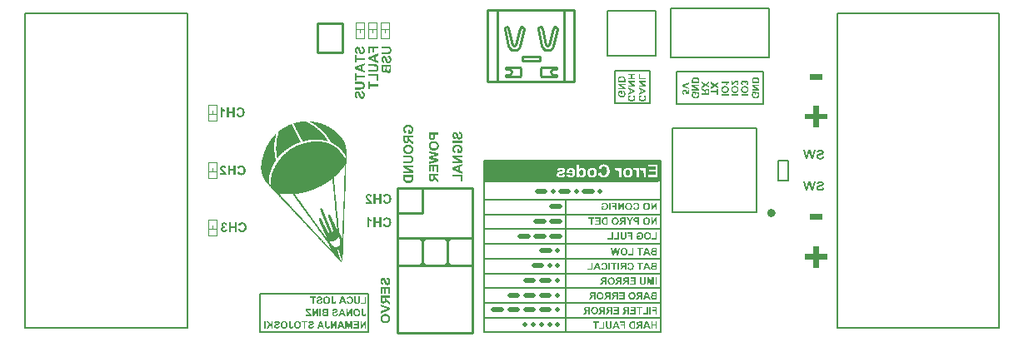
<source format=gbo>
G04*
G04 #@! TF.GenerationSoftware,Altium Limited,Altium Designer,20.0.2 (26)*
G04*
G04 Layer_Color=32896*
%FSLAX25Y25*%
%MOIN*%
G70*
G01*
G75*
%ADD10C,0.01000*%
%ADD11C,0.00787*%
%ADD12C,0.00800*%
%ADD14C,0.01968*%
%ADD20C,0.00500*%
%ADD21C,0.00600*%
%ADD104C,0.02000*%
%ADD136C,0.02000*%
%ADD137C,0.00394*%
%ADD138R,0.70866X0.01586*%
%ADD139R,0.01586X0.08400*%
G36*
X-94425Y14565D02*
X-94519D01*
Y14659D01*
X-94425D01*
Y14565D01*
D02*
G37*
G36*
X-82511Y19537D02*
X-82323D01*
Y19443D01*
X-82136D01*
Y19349D01*
X-82042D01*
Y19255D01*
X-81854D01*
Y19162D01*
X-81667D01*
Y19068D01*
X-81479D01*
Y18974D01*
X-81385D01*
Y18880D01*
X-81198D01*
Y18786D01*
X-81010D01*
Y18692D01*
X-80916D01*
Y18599D01*
X-80729D01*
Y18505D01*
X-80635D01*
Y18411D01*
X-80447D01*
Y18317D01*
X-80353D01*
Y18223D01*
X-80166D01*
Y18130D01*
X-79978D01*
Y18036D01*
X-79791D01*
Y17942D01*
X-79697D01*
Y17848D01*
X-79509D01*
Y17754D01*
X-79415D01*
Y17661D01*
X-79228D01*
Y17567D01*
X-79134D01*
Y17473D01*
X-79040D01*
Y17379D01*
X-78852D01*
Y17285D01*
X-78759D01*
Y17191D01*
X-78665D01*
Y17098D01*
X-78477D01*
Y17004D01*
X-78383D01*
Y16910D01*
X-78290D01*
Y16816D01*
X-78196D01*
Y16723D01*
X-78102D01*
Y16629D01*
X-78008D01*
Y16535D01*
X-77914D01*
Y16441D01*
X-77820D01*
Y16347D01*
X-77727D01*
Y16253D01*
X-77633D01*
Y16160D01*
X-77445D01*
Y16066D01*
X-77351D01*
Y15972D01*
X-77258D01*
Y15878D01*
X-77164D01*
Y15784D01*
X-77070D01*
Y15690D01*
X-76882D01*
Y15597D01*
X-76789D01*
Y15503D01*
X-76695D01*
Y15409D01*
X-76601D01*
Y15315D01*
X-76507D01*
Y15222D01*
X-76413D01*
Y15128D01*
X-76320D01*
Y15034D01*
X-76226D01*
Y14940D01*
X-76132D01*
Y14846D01*
X-76038D01*
Y14752D01*
X-75944D01*
Y14659D01*
X-75850D01*
Y14565D01*
X-75757D01*
Y14471D01*
X-75663D01*
Y14377D01*
X-75569D01*
Y14283D01*
X-75475D01*
Y14190D01*
X-75381D01*
Y14096D01*
Y14002D01*
X-75288D01*
Y13908D01*
X-75194D01*
Y13814D01*
X-75100D01*
Y13721D01*
X-75006D01*
Y13627D01*
Y13533D01*
X-74913D01*
Y13439D01*
X-74819D01*
Y13345D01*
X-74725D01*
Y13251D01*
Y13158D01*
X-74631D01*
Y13064D01*
X-74537D01*
Y12970D01*
Y12876D01*
X-74443D01*
Y12783D01*
X-74350D01*
Y12689D01*
Y12595D01*
X-74256D01*
Y12501D01*
Y12407D01*
X-74162D01*
Y12313D01*
X-74068D01*
Y12220D01*
Y12126D01*
X-73974D01*
Y12032D01*
X-73881D01*
Y11938D01*
Y11844D01*
X-73787D01*
Y11751D01*
Y11657D01*
X-73693D01*
Y11563D01*
X-73881D01*
Y11657D01*
X-74256D01*
Y11751D01*
X-74537D01*
Y11844D01*
X-75006D01*
Y11938D01*
X-75475D01*
Y12032D01*
X-76320D01*
Y12126D01*
X-77351D01*
Y12220D01*
X-80260D01*
Y12126D01*
X-81010D01*
Y12032D01*
X-81573D01*
Y11938D01*
X-81948D01*
Y11844D01*
X-82511D01*
Y11751D01*
X-83074D01*
Y11657D01*
X-83543D01*
Y11563D01*
X-83918D01*
Y11657D01*
X-84012D01*
Y11751D01*
Y11844D01*
X-84106D01*
Y11938D01*
Y12032D01*
X-84200D01*
Y12126D01*
Y12220D01*
X-84293D01*
Y12313D01*
Y12407D01*
X-84387D01*
Y12501D01*
Y12595D01*
X-84481D01*
Y12689D01*
Y12783D01*
X-84575D01*
Y12876D01*
Y12970D01*
X-84669D01*
Y13064D01*
Y13158D01*
X-84762D01*
Y13251D01*
Y13345D01*
X-84856D01*
Y13439D01*
Y13533D01*
X-84950D01*
Y13627D01*
Y13721D01*
X-85044D01*
Y13814D01*
Y13908D01*
X-85138D01*
Y14002D01*
Y14096D01*
X-85232D01*
Y14190D01*
Y14283D01*
X-85325D01*
Y14377D01*
Y14471D01*
X-85419D01*
Y14565D01*
X-85513D01*
Y14659D01*
Y14752D01*
X-85607D01*
Y14846D01*
Y14940D01*
X-85701D01*
Y15034D01*
Y15128D01*
X-85794D01*
Y15222D01*
Y15315D01*
X-85888D01*
Y15409D01*
Y15503D01*
X-85982D01*
Y15597D01*
Y15690D01*
X-86076D01*
Y15784D01*
Y15878D01*
X-86170D01*
Y15972D01*
X-86263D01*
Y16066D01*
Y16160D01*
X-86357D01*
Y16253D01*
Y16347D01*
X-86451D01*
Y16441D01*
Y16535D01*
X-86545D01*
Y16629D01*
Y16723D01*
X-86639D01*
Y16816D01*
Y16910D01*
X-86732D01*
Y17004D01*
Y17098D01*
X-86826D01*
Y17191D01*
Y17285D01*
Y17379D01*
X-86920D01*
Y17473D01*
Y17567D01*
X-87014D01*
Y17661D01*
X-87108D01*
Y17754D01*
Y17848D01*
X-87201D01*
Y17942D01*
Y18036D01*
X-87295D01*
Y18130D01*
Y18223D01*
X-87389D01*
Y18317D01*
Y18411D01*
X-87483D01*
Y18505D01*
Y18599D01*
X-87577D01*
Y18692D01*
X-87670D01*
Y18786D01*
X-87389D01*
Y18880D01*
X-87014D01*
Y18974D01*
X-86732D01*
Y19068D01*
X-86357D01*
Y19162D01*
X-85982D01*
Y19255D01*
X-85513D01*
Y19349D01*
X-85044D01*
Y19443D01*
X-84387D01*
Y19537D01*
X-83449D01*
Y19631D01*
X-82511D01*
Y19537D01*
D02*
G37*
G36*
X-80916D02*
X-79884D01*
Y19443D01*
X-79321D01*
Y19349D01*
X-78852D01*
Y19255D01*
X-78290D01*
Y19162D01*
X-77914D01*
Y19068D01*
X-77539D01*
Y18974D01*
X-77164D01*
Y18880D01*
X-76882D01*
Y18786D01*
X-76601D01*
Y18692D01*
X-76320D01*
Y18599D01*
X-76132D01*
Y18505D01*
X-75850D01*
Y18411D01*
X-75569D01*
Y18317D01*
X-75381D01*
Y18223D01*
X-75194D01*
Y18130D01*
X-74913D01*
Y18036D01*
X-74725D01*
Y17942D01*
X-74537D01*
Y17848D01*
X-74350D01*
Y17754D01*
X-74162D01*
Y17661D01*
X-73974D01*
Y17567D01*
X-73787D01*
Y17473D01*
X-73599D01*
Y17379D01*
X-73412D01*
Y17285D01*
X-73318D01*
Y17191D01*
X-73130D01*
Y17098D01*
X-72942D01*
Y17004D01*
X-72849D01*
Y16910D01*
X-72661D01*
Y16816D01*
X-72567D01*
Y16723D01*
X-72380D01*
Y16629D01*
X-72192D01*
Y16535D01*
X-72098D01*
Y16441D01*
X-72004D01*
Y16347D01*
X-71817D01*
Y16253D01*
X-71723D01*
Y16160D01*
X-71535D01*
Y16066D01*
X-71442D01*
Y15972D01*
X-71348D01*
Y15878D01*
X-71160D01*
Y15784D01*
X-71066D01*
Y15690D01*
X-70973D01*
Y15597D01*
X-70879D01*
Y15503D01*
X-70691D01*
Y15409D01*
X-70597D01*
Y15315D01*
X-70503D01*
Y15222D01*
X-70410D01*
Y15128D01*
X-70316D01*
Y15034D01*
X-70222D01*
Y14940D01*
X-70128D01*
Y14846D01*
X-70034D01*
Y14752D01*
X-69941D01*
Y14659D01*
X-69847D01*
Y14565D01*
X-69659D01*
Y14471D01*
X-69565D01*
Y14377D01*
X-69472D01*
Y14283D01*
X-69378D01*
Y14190D01*
X-69284D01*
Y14096D01*
X-69190D01*
Y14002D01*
Y13908D01*
X-69096D01*
Y13814D01*
X-69002D01*
Y13721D01*
X-68909D01*
Y13627D01*
X-68815D01*
Y13533D01*
X-68721D01*
Y13439D01*
X-68627D01*
Y13345D01*
X-68533D01*
Y13251D01*
X-68440D01*
Y13158D01*
Y13064D01*
X-68346D01*
Y12970D01*
X-68252D01*
Y12876D01*
X-68158D01*
Y12783D01*
X-68064D01*
Y12689D01*
Y12595D01*
X-67971D01*
Y12501D01*
X-67877D01*
Y12407D01*
X-67783D01*
Y12313D01*
X-67689D01*
Y12220D01*
Y12126D01*
Y12032D01*
X-67595D01*
Y11938D01*
X-67501D01*
Y11844D01*
X-67408D01*
Y11751D01*
Y11657D01*
Y11563D01*
X-67314D01*
Y11469D01*
X-67220D01*
Y11375D01*
Y11282D01*
X-67126D01*
Y11188D01*
Y11094D01*
X-67032D01*
Y11000D01*
Y10906D01*
X-66939D01*
Y10813D01*
Y10719D01*
Y10625D01*
X-66845D01*
Y10531D01*
Y10437D01*
Y10343D01*
X-66751D01*
Y10250D01*
Y10156D01*
Y10062D01*
X-66657D01*
Y9968D01*
Y9874D01*
Y9781D01*
X-66563D01*
Y9687D01*
Y9593D01*
Y9499D01*
Y9405D01*
Y9312D01*
Y9218D01*
X-66470D01*
Y9124D01*
Y9030D01*
Y8936D01*
Y8843D01*
Y8749D01*
Y8655D01*
X-66376D01*
Y8561D01*
Y8467D01*
Y8373D01*
Y8280D01*
Y8186D01*
Y8092D01*
Y7998D01*
Y7904D01*
Y7811D01*
Y7717D01*
X-66282D01*
Y7623D01*
Y7529D01*
Y7435D01*
Y7342D01*
Y7248D01*
Y7154D01*
Y7060D01*
Y6966D01*
Y6872D01*
Y6779D01*
Y6685D01*
Y6591D01*
Y6497D01*
Y6403D01*
Y6310D01*
Y6216D01*
Y6122D01*
Y6028D01*
Y5934D01*
Y5841D01*
Y5747D01*
Y5653D01*
Y5559D01*
Y5465D01*
Y5372D01*
Y5278D01*
Y5184D01*
Y5090D01*
Y4996D01*
Y4902D01*
Y4809D01*
X-66376D01*
Y4715D01*
Y4621D01*
Y4527D01*
Y4433D01*
Y4340D01*
Y4246D01*
Y4152D01*
Y4058D01*
Y3964D01*
Y3871D01*
Y3777D01*
Y3683D01*
Y3589D01*
Y3495D01*
Y3402D01*
Y3308D01*
Y3214D01*
Y3120D01*
Y3026D01*
Y2932D01*
Y2839D01*
Y2745D01*
Y2651D01*
Y2557D01*
Y2464D01*
X-66470D01*
Y2370D01*
Y2276D01*
Y2182D01*
Y2088D01*
Y1994D01*
Y1901D01*
Y1807D01*
Y1713D01*
Y1619D01*
Y1525D01*
Y1432D01*
Y1338D01*
Y1244D01*
Y1150D01*
Y1056D01*
Y962D01*
Y869D01*
Y775D01*
Y681D01*
Y587D01*
Y494D01*
Y400D01*
Y306D01*
Y212D01*
Y118D01*
Y24D01*
Y-69D01*
X-66563D01*
Y-163D01*
Y-257D01*
Y-351D01*
Y-445D01*
Y-538D01*
Y-632D01*
Y-726D01*
Y-820D01*
Y-914D01*
Y-1008D01*
Y-1101D01*
Y-1195D01*
Y-1289D01*
Y-1383D01*
Y-1476D01*
Y-1570D01*
Y-1664D01*
Y-1758D01*
Y-1852D01*
Y-1946D01*
Y-2039D01*
Y-2133D01*
Y-2227D01*
Y-2321D01*
Y-2415D01*
Y-2508D01*
Y-2602D01*
Y-2696D01*
X-66657D01*
Y-2790D01*
Y-2884D01*
Y-2977D01*
Y-3071D01*
Y-3165D01*
Y-3259D01*
Y-3353D01*
Y-3447D01*
Y-3540D01*
Y-3634D01*
Y-3728D01*
Y-3822D01*
Y-3916D01*
Y-4009D01*
Y-4103D01*
X-66563D01*
Y-4197D01*
X-66657D01*
Y-4291D01*
Y-4385D01*
Y-4478D01*
Y-4572D01*
Y-4666D01*
Y-4760D01*
Y-4854D01*
Y-4947D01*
Y-5041D01*
Y-5135D01*
Y-5229D01*
Y-5323D01*
Y-5416D01*
Y-5510D01*
Y-5604D01*
Y-5698D01*
Y-5792D01*
Y-5886D01*
Y-5979D01*
Y-6073D01*
Y-6167D01*
Y-6261D01*
X-66751D01*
Y-6355D01*
Y-6448D01*
Y-6542D01*
Y-6636D01*
Y-6730D01*
Y-6824D01*
Y-6917D01*
Y-7011D01*
Y-7105D01*
Y-7199D01*
Y-7293D01*
Y-7386D01*
Y-7480D01*
Y-7574D01*
Y-7668D01*
Y-7762D01*
Y-7856D01*
Y-7949D01*
Y-8043D01*
Y-8137D01*
Y-8231D01*
Y-8325D01*
X-66845D01*
Y-8418D01*
Y-8512D01*
Y-8606D01*
Y-8700D01*
Y-8794D01*
Y-8887D01*
Y-8981D01*
Y-9075D01*
Y-9169D01*
Y-9263D01*
Y-9357D01*
Y-9450D01*
Y-9544D01*
Y-9638D01*
Y-9732D01*
Y-9826D01*
Y-9919D01*
Y-10013D01*
Y-10107D01*
Y-10201D01*
Y-10295D01*
Y-10388D01*
Y-10482D01*
Y-10576D01*
Y-10670D01*
Y-10764D01*
X-66939D01*
Y-10857D01*
Y-10951D01*
Y-11045D01*
Y-11139D01*
Y-11233D01*
Y-11327D01*
Y-11420D01*
Y-11514D01*
Y-11608D01*
Y-11702D01*
Y-11795D01*
Y-11889D01*
Y-11983D01*
Y-12077D01*
Y-12171D01*
Y-12265D01*
Y-12358D01*
Y-12452D01*
Y-12546D01*
Y-12640D01*
Y-12734D01*
Y-12827D01*
Y-12921D01*
Y-13015D01*
Y-13109D01*
Y-13203D01*
X-67032D01*
Y-13296D01*
Y-13390D01*
Y-13484D01*
Y-13578D01*
Y-13672D01*
Y-13766D01*
Y-13859D01*
Y-13953D01*
Y-14047D01*
Y-14141D01*
Y-14235D01*
Y-14328D01*
Y-14422D01*
Y-14516D01*
Y-14610D01*
Y-14704D01*
Y-14797D01*
Y-14891D01*
Y-14985D01*
Y-15079D01*
Y-15173D01*
Y-15267D01*
Y-15360D01*
Y-15454D01*
Y-15548D01*
X-67126D01*
Y-15642D01*
Y-15735D01*
Y-15829D01*
Y-15923D01*
Y-16017D01*
Y-16111D01*
Y-16205D01*
Y-16298D01*
Y-16392D01*
Y-16486D01*
Y-16580D01*
Y-16674D01*
Y-16767D01*
Y-16861D01*
Y-16955D01*
Y-17049D01*
Y-17143D01*
Y-17236D01*
Y-17330D01*
Y-17424D01*
Y-17518D01*
Y-17612D01*
Y-17706D01*
Y-17799D01*
Y-17893D01*
Y-17987D01*
Y-18081D01*
Y-18175D01*
X-67220D01*
Y-18268D01*
Y-18362D01*
Y-18456D01*
Y-18550D01*
Y-18644D01*
Y-18737D01*
Y-18831D01*
Y-18925D01*
Y-19019D01*
Y-19113D01*
Y-19207D01*
Y-19300D01*
Y-19394D01*
Y-19488D01*
Y-19582D01*
Y-19676D01*
Y-19769D01*
Y-19863D01*
Y-19957D01*
Y-20051D01*
Y-20145D01*
Y-20238D01*
Y-20332D01*
Y-20426D01*
Y-20520D01*
X-67314D01*
Y-20614D01*
Y-20707D01*
Y-20801D01*
Y-20895D01*
Y-20989D01*
Y-21083D01*
Y-21176D01*
Y-21270D01*
Y-21364D01*
Y-21458D01*
Y-21552D01*
Y-21645D01*
Y-21739D01*
Y-21833D01*
Y-21927D01*
Y-22021D01*
Y-22115D01*
Y-22208D01*
Y-22302D01*
Y-22396D01*
Y-22490D01*
Y-22584D01*
Y-22677D01*
Y-22771D01*
Y-22865D01*
Y-22959D01*
Y-23053D01*
X-67408D01*
Y-23146D01*
Y-23240D01*
Y-23334D01*
Y-23428D01*
Y-23522D01*
Y-23616D01*
Y-23709D01*
Y-23803D01*
Y-23897D01*
Y-23991D01*
Y-24084D01*
Y-24178D01*
Y-24272D01*
Y-24366D01*
Y-24460D01*
Y-24554D01*
Y-24647D01*
Y-24741D01*
Y-24835D01*
Y-24929D01*
Y-25023D01*
Y-25116D01*
Y-25210D01*
Y-25304D01*
Y-25398D01*
Y-25492D01*
X-67501D01*
Y-25585D01*
Y-25679D01*
Y-25773D01*
Y-25867D01*
Y-25961D01*
Y-26054D01*
Y-26148D01*
Y-26242D01*
Y-26336D01*
Y-26430D01*
Y-26524D01*
Y-26617D01*
Y-26711D01*
Y-26805D01*
Y-26899D01*
Y-26993D01*
Y-27086D01*
Y-27180D01*
Y-27274D01*
Y-27368D01*
Y-27462D01*
Y-27556D01*
Y-27649D01*
Y-27743D01*
Y-27837D01*
Y-27931D01*
Y-28025D01*
X-67595D01*
Y-28118D01*
Y-28212D01*
Y-28306D01*
Y-28400D01*
Y-28494D01*
Y-28587D01*
Y-28681D01*
Y-28775D01*
Y-28869D01*
Y-28963D01*
Y-29056D01*
Y-29150D01*
Y-29244D01*
Y-29338D01*
Y-29432D01*
Y-29526D01*
Y-29619D01*
Y-29713D01*
Y-29807D01*
Y-29901D01*
Y-29994D01*
Y-30088D01*
Y-30182D01*
Y-30276D01*
Y-30370D01*
Y-30464D01*
Y-30557D01*
Y-30651D01*
Y-30745D01*
Y-30839D01*
Y-30933D01*
Y-31026D01*
Y-31120D01*
X-67689D01*
Y-31214D01*
Y-31308D01*
Y-31402D01*
Y-31495D01*
Y-31589D01*
Y-31683D01*
Y-31777D01*
Y-31871D01*
Y-31964D01*
Y-32058D01*
Y-32152D01*
Y-32246D01*
Y-32340D01*
Y-32434D01*
Y-32527D01*
Y-32621D01*
Y-32715D01*
Y-32809D01*
Y-32903D01*
Y-32996D01*
Y-33090D01*
Y-33184D01*
Y-33278D01*
Y-33372D01*
Y-33465D01*
Y-33559D01*
Y-33653D01*
X-67783D01*
Y-33747D01*
Y-33841D01*
Y-33935D01*
Y-34028D01*
Y-34122D01*
Y-34216D01*
Y-34310D01*
Y-34403D01*
Y-34497D01*
Y-34591D01*
Y-34685D01*
Y-34779D01*
Y-34873D01*
Y-34966D01*
Y-35060D01*
Y-35154D01*
Y-35248D01*
Y-35342D01*
Y-35435D01*
Y-35529D01*
Y-35623D01*
Y-35717D01*
Y-35811D01*
Y-35904D01*
Y-35998D01*
X-67877D01*
Y-36092D01*
Y-36186D01*
Y-36280D01*
Y-36373D01*
Y-36467D01*
Y-36561D01*
Y-36655D01*
Y-36749D01*
Y-36843D01*
X-67971D01*
Y-36749D01*
Y-36655D01*
Y-36561D01*
X-68064D01*
Y-36467D01*
Y-36373D01*
Y-36280D01*
X-68158D01*
Y-36186D01*
Y-36092D01*
Y-35998D01*
X-68252D01*
Y-35904D01*
Y-35811D01*
X-68346D01*
Y-35717D01*
Y-35623D01*
Y-35529D01*
X-68440D01*
Y-35435D01*
Y-35342D01*
Y-35248D01*
X-68533D01*
Y-35154D01*
Y-35060D01*
Y-34966D01*
X-68627D01*
Y-34873D01*
Y-34779D01*
Y-34685D01*
X-68721D01*
Y-34591D01*
Y-34497D01*
Y-34403D01*
X-68815D01*
Y-34310D01*
Y-34216D01*
Y-34122D01*
X-68909D01*
Y-34028D01*
Y-33935D01*
Y-33841D01*
Y-33747D01*
X-69002D01*
Y-33653D01*
Y-33559D01*
Y-33465D01*
X-69096D01*
Y-33372D01*
Y-33278D01*
Y-33184D01*
X-69190D01*
Y-33090D01*
Y-32996D01*
Y-32903D01*
Y-32809D01*
X-69284D01*
Y-32715D01*
Y-32621D01*
Y-32527D01*
Y-32434D01*
X-69378D01*
Y-32340D01*
Y-32246D01*
Y-32152D01*
X-69472D01*
Y-32058D01*
Y-31964D01*
X-69565D01*
Y-31871D01*
X-69659D01*
Y-31777D01*
X-69753D01*
Y-31871D01*
X-69847D01*
Y-31964D01*
Y-32058D01*
Y-32152D01*
Y-32246D01*
Y-32340D01*
Y-32434D01*
Y-32527D01*
Y-32621D01*
X-69753D01*
Y-32715D01*
Y-32809D01*
Y-32903D01*
Y-32996D01*
X-69659D01*
Y-33090D01*
Y-33184D01*
Y-33278D01*
X-69565D01*
Y-33372D01*
Y-33465D01*
Y-33559D01*
Y-33653D01*
X-69472D01*
Y-33747D01*
Y-33841D01*
Y-33935D01*
X-69378D01*
Y-34028D01*
Y-34122D01*
Y-34216D01*
X-69284D01*
Y-34310D01*
Y-34403D01*
Y-34497D01*
X-69190D01*
Y-34591D01*
Y-34685D01*
Y-34779D01*
X-69096D01*
Y-34873D01*
Y-34966D01*
Y-35060D01*
X-69002D01*
Y-35154D01*
Y-35248D01*
X-68909D01*
Y-35342D01*
Y-35435D01*
Y-35529D01*
X-68815D01*
Y-35623D01*
Y-35717D01*
X-68721D01*
Y-35811D01*
Y-35904D01*
X-68627D01*
Y-35998D01*
Y-36092D01*
X-68533D01*
Y-36186D01*
Y-36280D01*
X-68440D01*
Y-36373D01*
Y-36467D01*
X-68346D01*
Y-36561D01*
X-68252D01*
Y-36655D01*
Y-36749D01*
X-68158D01*
Y-36843D01*
Y-36936D01*
Y-37030D01*
X-68064D01*
Y-37124D01*
Y-37218D01*
X-68158D01*
Y-37124D01*
X-68252D01*
Y-37030D01*
Y-36936D01*
X-68346D01*
Y-36843D01*
X-68440D01*
Y-36749D01*
X-68533D01*
Y-36655D01*
X-68627D01*
Y-36561D01*
X-68721D01*
Y-36467D01*
X-68815D01*
Y-36373D01*
X-68909D01*
Y-36280D01*
X-69002D01*
Y-36186D01*
X-69096D01*
Y-36092D01*
X-69190D01*
Y-35998D01*
X-69284D01*
Y-35904D01*
X-69378D01*
Y-35811D01*
X-69472D01*
Y-35717D01*
X-69565D01*
Y-35623D01*
X-69659D01*
Y-35529D01*
X-69753D01*
Y-35435D01*
X-69847D01*
Y-35342D01*
Y-35248D01*
X-69941D01*
Y-35154D01*
X-70034D01*
Y-35060D01*
X-70128D01*
Y-34966D01*
X-70222D01*
Y-34873D01*
X-70316D01*
Y-34779D01*
X-70410D01*
Y-34685D01*
X-70503D01*
Y-34591D01*
X-70597D01*
Y-34497D01*
X-70691D01*
Y-34403D01*
X-70785D01*
Y-34310D01*
X-70879D01*
Y-34216D01*
X-70973D01*
Y-34122D01*
X-71066D01*
Y-34028D01*
X-71160D01*
Y-33935D01*
X-71254D01*
Y-33841D01*
X-71348D01*
Y-33747D01*
X-71442D01*
Y-33653D01*
Y-33559D01*
X-71535D01*
Y-33465D01*
X-71629D01*
Y-33372D01*
X-71723D01*
Y-33278D01*
X-71817D01*
Y-33184D01*
X-71911D01*
Y-33090D01*
X-72004D01*
Y-32996D01*
X-72098D01*
Y-32903D01*
X-72192D01*
Y-32809D01*
X-72286D01*
Y-32715D01*
X-72380D01*
Y-32621D01*
X-72473D01*
Y-32527D01*
X-72567D01*
Y-32434D01*
X-72661D01*
Y-32340D01*
Y-32246D01*
X-72755D01*
Y-32152D01*
X-72849D01*
Y-32058D01*
X-72942D01*
Y-31964D01*
X-73036D01*
Y-31871D01*
X-73130D01*
Y-31777D01*
X-73224D01*
Y-31683D01*
X-73318D01*
Y-31589D01*
X-73412D01*
Y-31495D01*
X-73505D01*
Y-31402D01*
X-73599D01*
Y-31308D01*
X-73693D01*
Y-31214D01*
X-73787D01*
Y-31120D01*
X-73881D01*
Y-31026D01*
X-73974D01*
Y-30933D01*
X-74068D01*
Y-30839D01*
X-74162D01*
Y-30745D01*
X-74256D01*
Y-30651D01*
X-74350D01*
Y-30557D01*
Y-30464D01*
X-74537D01*
Y-30370D01*
X-74631D01*
Y-30276D01*
Y-30182D01*
X-74725D01*
Y-30088D01*
X-74819D01*
Y-29994D01*
X-74913D01*
Y-29901D01*
X-75006D01*
Y-29807D01*
X-75100D01*
Y-29713D01*
X-75194D01*
Y-29619D01*
X-75288D01*
Y-29526D01*
X-75381D01*
Y-29432D01*
X-75475D01*
Y-29338D01*
X-75569D01*
Y-29244D01*
X-75663D01*
Y-29150D01*
X-75757D01*
Y-29056D01*
X-75850D01*
Y-28963D01*
X-75944D01*
Y-28869D01*
X-76038D01*
Y-28775D01*
Y-28681D01*
X-76132D01*
Y-28587D01*
X-76226D01*
Y-28494D01*
X-76320D01*
Y-28400D01*
X-76413D01*
Y-28306D01*
X-76507D01*
Y-28212D01*
X-76601D01*
Y-28118D01*
X-76695D01*
Y-28025D01*
X-76789D01*
Y-27931D01*
X-76882D01*
Y-27837D01*
X-76976D01*
Y-27743D01*
X-77070D01*
Y-27649D01*
X-77164D01*
Y-27556D01*
Y-27462D01*
X-77351D01*
Y-27368D01*
X-77445D01*
Y-27274D01*
X-77539D01*
Y-27180D01*
X-77633D01*
Y-27086D01*
X-77727D01*
Y-26993D01*
Y-26899D01*
X-77820D01*
Y-26805D01*
X-77914D01*
Y-26711D01*
X-78008D01*
Y-26617D01*
X-78102D01*
Y-26524D01*
X-78196D01*
Y-26430D01*
X-78290D01*
Y-26336D01*
X-78383D01*
Y-26242D01*
X-78477D01*
Y-26148D01*
X-78571D01*
Y-26054D01*
X-78665D01*
Y-25961D01*
X-78759D01*
Y-25867D01*
X-78852D01*
Y-25773D01*
X-78946D01*
Y-25679D01*
X-79040D01*
Y-25585D01*
Y-25492D01*
X-79134D01*
Y-25398D01*
X-79228D01*
Y-25304D01*
X-79321D01*
Y-25210D01*
X-79415D01*
Y-25116D01*
X-79509D01*
Y-25023D01*
X-79603D01*
Y-24929D01*
X-79697D01*
Y-24835D01*
X-79791D01*
Y-24741D01*
X-79884D01*
Y-24647D01*
X-79978D01*
Y-24554D01*
X-80072D01*
Y-24460D01*
X-80166D01*
Y-24366D01*
X-80260D01*
Y-24272D01*
X-80353D01*
Y-24178D01*
X-80447D01*
Y-24084D01*
Y-23991D01*
X-80541D01*
Y-23897D01*
X-80635D01*
Y-23803D01*
X-80729D01*
Y-23709D01*
X-80822D01*
Y-23616D01*
X-80916D01*
Y-23522D01*
X-81010D01*
Y-23428D01*
X-81104D01*
Y-23334D01*
X-81198D01*
Y-23240D01*
X-81292D01*
Y-23146D01*
X-81385D01*
Y-23053D01*
X-81479D01*
Y-22959D01*
X-81573D01*
Y-22865D01*
X-81667D01*
Y-22771D01*
X-81761D01*
Y-22677D01*
X-81854D01*
Y-22584D01*
X-81948D01*
Y-22490D01*
X-82042D01*
Y-22396D01*
X-82136D01*
Y-22302D01*
Y-22208D01*
X-82230D01*
Y-22115D01*
X-82323D01*
Y-22021D01*
X-82417D01*
Y-21927D01*
X-82511D01*
Y-21833D01*
X-82605D01*
Y-21739D01*
X-82699D01*
Y-21645D01*
X-82792D01*
Y-21552D01*
X-82886D01*
Y-21458D01*
X-82980D01*
Y-21364D01*
X-83074D01*
Y-21270D01*
X-83168D01*
Y-21176D01*
X-83262D01*
Y-21083D01*
X-83355D01*
Y-20989D01*
X-83449D01*
Y-20895D01*
X-83543D01*
Y-20801D01*
Y-20707D01*
X-83637D01*
Y-20614D01*
X-83731D01*
Y-20520D01*
X-83824D01*
Y-20426D01*
X-83918D01*
Y-20332D01*
X-84012D01*
Y-20238D01*
X-84106D01*
Y-20145D01*
X-84200D01*
Y-20051D01*
X-84293D01*
Y-19957D01*
X-84387D01*
Y-19863D01*
X-84481D01*
Y-19769D01*
X-84575D01*
Y-19676D01*
X-84669D01*
Y-19582D01*
X-84762D01*
Y-19488D01*
X-84856D01*
Y-19394D01*
X-84950D01*
Y-19300D01*
Y-19207D01*
X-85044D01*
Y-19113D01*
X-85138D01*
Y-19019D01*
X-85232D01*
Y-18925D01*
X-85325D01*
Y-18831D01*
X-85419D01*
Y-18737D01*
X-85513D01*
Y-18644D01*
X-85607D01*
Y-18550D01*
X-85701D01*
Y-18456D01*
X-85794D01*
Y-18362D01*
X-85888D01*
Y-18268D01*
X-85982D01*
Y-18175D01*
X-86076D01*
Y-18081D01*
X-86170D01*
Y-17987D01*
X-86263D01*
Y-17893D01*
X-86357D01*
Y-17799D01*
X-86451D01*
Y-17706D01*
Y-17612D01*
X-86639D01*
Y-17518D01*
X-86732D01*
Y-17424D01*
X-86826D01*
Y-17330D01*
X-86920D01*
Y-17236D01*
Y-17143D01*
X-87014D01*
Y-17049D01*
X-87108D01*
Y-16955D01*
X-87201D01*
Y-16861D01*
X-87295D01*
Y-16767D01*
X-87389D01*
Y-16674D01*
X-87483D01*
Y-16580D01*
X-87577D01*
Y-16486D01*
X-87670D01*
Y-16392D01*
Y-16298D01*
X-87858D01*
Y-16205D01*
X-87952D01*
Y-16111D01*
X-88046D01*
Y-16017D01*
X-88139D01*
Y-15923D01*
X-88233D01*
Y-15829D01*
Y-15735D01*
X-88327D01*
Y-15642D01*
X-88421D01*
Y-15548D01*
X-88515D01*
Y-15454D01*
X-88609D01*
Y-15360D01*
X-88702D01*
Y-15267D01*
X-88796D01*
Y-15173D01*
X-88890D01*
Y-15079D01*
X-88984D01*
Y-14985D01*
X-89078D01*
Y-14891D01*
X-89171D01*
Y-14797D01*
X-89265D01*
Y-14704D01*
X-89359D01*
Y-14610D01*
X-89453D01*
Y-14516D01*
X-89547D01*
Y-14422D01*
X-89640D01*
Y-14328D01*
X-89734D01*
Y-14235D01*
X-89828D01*
Y-14141D01*
Y-14047D01*
X-89922D01*
Y-13953D01*
X-90016D01*
Y-13859D01*
X-90109D01*
Y-13766D01*
X-90203D01*
Y-13672D01*
X-90297D01*
Y-13578D01*
X-90391D01*
Y-13484D01*
X-90485D01*
Y-13390D01*
X-90579D01*
Y-13296D01*
X-90672D01*
Y-13203D01*
X-90766D01*
Y-13109D01*
X-90860D01*
Y-13015D01*
X-90954D01*
Y-12921D01*
X-91048D01*
Y-12827D01*
X-91141D01*
Y-12734D01*
Y-12640D01*
X-91235D01*
Y-12546D01*
X-91329D01*
Y-12452D01*
X-91423D01*
Y-12358D01*
X-91517D01*
Y-12265D01*
X-91610D01*
Y-12171D01*
X-91704D01*
Y-12077D01*
X-91798D01*
Y-11983D01*
X-91892D01*
Y-11889D01*
X-91986D01*
Y-11795D01*
X-92080D01*
Y-11702D01*
X-92173D01*
Y-11608D01*
X-92267D01*
Y-11514D01*
X-92361D01*
Y-11420D01*
X-92455D01*
Y-11327D01*
X-92549D01*
Y-11233D01*
Y-11139D01*
X-92642D01*
Y-11045D01*
X-92736D01*
Y-10951D01*
X-92830D01*
Y-10857D01*
X-92924D01*
Y-10764D01*
X-93018D01*
Y-10670D01*
X-93111D01*
Y-10576D01*
X-93205D01*
Y-10482D01*
X-93299D01*
Y-10388D01*
X-93393D01*
Y-10295D01*
X-93487D01*
Y-10201D01*
X-93581D01*
Y-10107D01*
X-93674D01*
Y-10013D01*
X-93768D01*
Y-9919D01*
X-93862D01*
Y-9826D01*
X-93956D01*
Y-9732D01*
X-94050D01*
Y-9638D01*
X-94143D01*
Y-9544D01*
Y-9450D01*
X-94237D01*
Y-9357D01*
X-94331D01*
Y-9263D01*
X-94425D01*
Y-9169D01*
X-94519D01*
Y-9075D01*
X-94612D01*
Y-8981D01*
X-94706D01*
Y-8887D01*
X-94800D01*
Y-8794D01*
X-94894D01*
Y-8700D01*
X-94988D01*
Y-8606D01*
X-95081D01*
Y-8512D01*
X-95175D01*
Y-8418D01*
X-95269D01*
Y-8325D01*
X-95363D01*
Y-8231D01*
X-95457D01*
Y-8137D01*
X-95551D01*
Y-8043D01*
X-95644D01*
Y-7949D01*
Y-7856D01*
X-95738D01*
Y-7762D01*
X-95832D01*
Y-7668D01*
X-95926D01*
Y-7574D01*
X-96020D01*
Y-7480D01*
X-96113D01*
Y-7386D01*
X-96207D01*
Y-7293D01*
X-96301D01*
Y-7199D01*
X-96395D01*
Y-7105D01*
X-96489D01*
Y-7011D01*
X-96582D01*
Y-6917D01*
Y-6824D01*
X-96676D01*
Y-6730D01*
X-96770D01*
Y-6636D01*
X-96864D01*
Y-6542D01*
X-96958D01*
Y-6448D01*
X-97051D01*
Y-6355D01*
X-97145D01*
Y-6261D01*
X-97239D01*
Y-6167D01*
X-97333D01*
Y-6073D01*
Y-5979D01*
X-97521D01*
Y-5886D01*
X-97614D01*
Y-5792D01*
Y-5698D01*
X-97708D01*
Y-5604D01*
X-97802D01*
Y-5510D01*
X-97896D01*
Y-5416D01*
X-97989D01*
Y-5323D01*
X-98083D01*
Y-5229D01*
Y-5135D01*
X-98177D01*
Y-5041D01*
X-98271D01*
Y-4947D01*
X-98365D01*
Y-4854D01*
X-98459D01*
Y-4760D01*
X-98552D01*
Y-4666D01*
Y-4572D01*
X-98646D01*
Y-4478D01*
X-98740D01*
Y-4385D01*
X-98834D01*
Y-4291D01*
Y-4197D01*
X-98928D01*
Y-4103D01*
X-99021D01*
Y-4009D01*
Y-3916D01*
X-99115D01*
Y-3822D01*
X-99209D01*
Y-3728D01*
Y-3634D01*
X-99303D01*
Y-3540D01*
Y-3447D01*
X-99397D01*
Y-3353D01*
Y-3259D01*
X-99490D01*
Y-3165D01*
Y-3071D01*
X-99584D01*
Y-2977D01*
Y-2884D01*
X-99678D01*
Y-2790D01*
Y-2696D01*
X-99772D01*
Y-2602D01*
Y-2508D01*
X-99866D01*
Y-2415D01*
Y-2321D01*
Y-2227D01*
Y-2133D01*
X-99959D01*
Y-2039D01*
Y-1946D01*
X-100053D01*
Y-1852D01*
Y-1758D01*
Y-1664D01*
Y-1570D01*
Y-1476D01*
X-100147D01*
Y-1383D01*
Y-1289D01*
X-100241D01*
Y-1195D01*
Y-1101D01*
Y-1008D01*
Y-914D01*
Y-820D01*
X-100335D01*
Y-726D01*
Y-632D01*
Y-538D01*
Y-445D01*
Y-351D01*
X-100428D01*
Y-257D01*
Y-163D01*
Y-69D01*
Y24D01*
Y118D01*
X-100522D01*
Y212D01*
Y306D01*
Y400D01*
Y494D01*
Y587D01*
Y681D01*
Y775D01*
Y869D01*
Y962D01*
Y1056D01*
Y1150D01*
Y1244D01*
Y1338D01*
Y1432D01*
Y1525D01*
Y1619D01*
Y1713D01*
Y1807D01*
Y1901D01*
X-100428D01*
Y1994D01*
Y2088D01*
Y2182D01*
Y2276D01*
Y2370D01*
Y2464D01*
Y2557D01*
Y2651D01*
Y2745D01*
Y2839D01*
X-100335D01*
Y2932D01*
Y3026D01*
Y3120D01*
Y3214D01*
Y3308D01*
X-100241D01*
Y3402D01*
Y3495D01*
Y3589D01*
Y3683D01*
Y3777D01*
X-100147D01*
Y3871D01*
Y3964D01*
Y4058D01*
Y4152D01*
Y4246D01*
X-100053D01*
Y4340D01*
Y4433D01*
Y4527D01*
X-99959D01*
Y4621D01*
Y4715D01*
Y4809D01*
Y4902D01*
X-99866D01*
Y4996D01*
Y5090D01*
Y5184D01*
X-99772D01*
Y5278D01*
Y5372D01*
Y5465D01*
Y5559D01*
X-99678D01*
Y5653D01*
Y5747D01*
Y5841D01*
Y5934D01*
X-99584D01*
Y6028D01*
Y6122D01*
Y6216D01*
X-99490D01*
Y6310D01*
Y6403D01*
Y6497D01*
Y6591D01*
X-99397D01*
Y6685D01*
Y6779D01*
Y6872D01*
X-99303D01*
Y6966D01*
Y7060D01*
Y7154D01*
X-99209D01*
Y7248D01*
Y7342D01*
X-99115D01*
Y7435D01*
Y7529D01*
Y7623D01*
X-99021D01*
Y7717D01*
Y7811D01*
Y7904D01*
X-98928D01*
Y7998D01*
Y8092D01*
X-98834D01*
Y8186D01*
Y8280D01*
X-98740D01*
Y8373D01*
Y8467D01*
Y8561D01*
X-98646D01*
Y8655D01*
Y8749D01*
X-98552D01*
Y8843D01*
Y8936D01*
X-98459D01*
Y9030D01*
Y9124D01*
X-98365D01*
Y9218D01*
Y9312D01*
X-98271D01*
Y9405D01*
Y9499D01*
X-98177D01*
Y9593D01*
Y9687D01*
X-98083D01*
Y9781D01*
Y9874D01*
X-97989D01*
Y9968D01*
Y10062D01*
X-97896D01*
Y10156D01*
Y10250D01*
X-97802D01*
Y10343D01*
X-97708D01*
Y10437D01*
Y10531D01*
X-97614D01*
Y10625D01*
Y10719D01*
X-97521D01*
Y10813D01*
X-97427D01*
Y10906D01*
Y11000D01*
X-97333D01*
Y11094D01*
Y11188D01*
X-97239D01*
Y11282D01*
X-97145D01*
Y11375D01*
Y11469D01*
X-97051D01*
Y11563D01*
X-96958D01*
Y11657D01*
Y11751D01*
X-96864D01*
Y11844D01*
X-96770D01*
Y11938D01*
Y12032D01*
X-96676D01*
Y12126D01*
X-96582D01*
Y12220D01*
X-96489D01*
Y12313D01*
Y12407D01*
X-96395D01*
Y12501D01*
X-96301D01*
Y12595D01*
X-96207D01*
Y12689D01*
Y12783D01*
X-96113D01*
Y12876D01*
X-96020D01*
Y12970D01*
X-95926D01*
Y13064D01*
X-95832D01*
Y13158D01*
Y13251D01*
X-95738D01*
Y13345D01*
X-95644D01*
Y13439D01*
X-95551D01*
Y13533D01*
X-95457D01*
Y13627D01*
X-95363D01*
Y13721D01*
X-95269D01*
Y13814D01*
X-95175D01*
Y13908D01*
X-95081D01*
Y14002D01*
X-94988D01*
Y14096D01*
X-94894D01*
Y14190D01*
Y14283D01*
X-94800D01*
Y14377D01*
X-94706D01*
Y14471D01*
X-94612D01*
Y14565D01*
X-94519D01*
Y14471D01*
Y14377D01*
Y14283D01*
Y14190D01*
X-94612D01*
Y14096D01*
Y14002D01*
Y13908D01*
Y13814D01*
Y13721D01*
Y13627D01*
Y13533D01*
X-94706D01*
Y13439D01*
Y13345D01*
Y13251D01*
Y13158D01*
Y13064D01*
Y12970D01*
X-94800D01*
Y12876D01*
Y12783D01*
Y12689D01*
Y12595D01*
Y12501D01*
X-94894D01*
Y12407D01*
Y12313D01*
Y12220D01*
Y12126D01*
Y12032D01*
X-94988D01*
Y11938D01*
Y11844D01*
Y11751D01*
Y11657D01*
X-95081D01*
Y11563D01*
Y11469D01*
Y11375D01*
Y11282D01*
Y11188D01*
Y11094D01*
X-95175D01*
Y11000D01*
Y10906D01*
Y10813D01*
Y10719D01*
Y10625D01*
Y10531D01*
Y10437D01*
Y10343D01*
Y10250D01*
Y10156D01*
Y10062D01*
Y9968D01*
X-95269D01*
Y9874D01*
Y9781D01*
Y9687D01*
Y9593D01*
Y9499D01*
Y9405D01*
Y9312D01*
Y9218D01*
Y9124D01*
Y9030D01*
Y8936D01*
Y8843D01*
Y8749D01*
Y8655D01*
Y8561D01*
Y8467D01*
Y8373D01*
Y8280D01*
Y8186D01*
Y8092D01*
Y7998D01*
Y7904D01*
Y7811D01*
X-95175D01*
Y7717D01*
Y7623D01*
Y7529D01*
Y7435D01*
Y7342D01*
Y7248D01*
Y7154D01*
Y7060D01*
X-95081D01*
Y6966D01*
Y6872D01*
Y6779D01*
Y6685D01*
Y6591D01*
Y6497D01*
Y6403D01*
X-94988D01*
Y6310D01*
Y6216D01*
Y6122D01*
Y6028D01*
Y5934D01*
Y5841D01*
X-94894D01*
Y5747D01*
Y5653D01*
Y5559D01*
Y5465D01*
Y5372D01*
Y5278D01*
X-94800D01*
Y5184D01*
X-94894D01*
Y5090D01*
X-94800D01*
Y4996D01*
Y4902D01*
Y4809D01*
X-94706D01*
Y4715D01*
Y4621D01*
Y4527D01*
Y4433D01*
X-94612D01*
Y4340D01*
Y4246D01*
Y4152D01*
X-94519D01*
Y4058D01*
Y3964D01*
Y3871D01*
X-94612D01*
Y3777D01*
Y3683D01*
X-94706D01*
Y3589D01*
X-94800D01*
Y3495D01*
Y3402D01*
X-94894D01*
Y3308D01*
X-94988D01*
Y3214D01*
X-95081D01*
Y3120D01*
Y3026D01*
X-95175D01*
Y2932D01*
Y2839D01*
X-95269D01*
Y2745D01*
X-95363D01*
Y2651D01*
Y2557D01*
X-95457D01*
Y2464D01*
Y2370D01*
X-95551D01*
Y2276D01*
Y2182D01*
X-95644D01*
Y2088D01*
Y1994D01*
X-95738D01*
Y1901D01*
Y1807D01*
X-95832D01*
Y1713D01*
Y1619D01*
X-95926D01*
Y1525D01*
Y1432D01*
X-96020D01*
Y1338D01*
Y1244D01*
X-96113D01*
Y1150D01*
Y1056D01*
Y962D01*
X-96207D01*
Y869D01*
Y775D01*
X-96301D01*
Y681D01*
Y587D01*
Y494D01*
X-96395D01*
Y400D01*
Y306D01*
X-96489D01*
Y212D01*
Y118D01*
Y24D01*
X-96582D01*
Y-69D01*
Y-163D01*
X-96676D01*
Y-257D01*
Y-351D01*
Y-445D01*
X-96770D01*
Y-538D01*
Y-632D01*
Y-726D01*
X-96864D01*
Y-820D01*
Y-914D01*
Y-1008D01*
X-96958D01*
Y-1101D01*
Y-1195D01*
Y-1289D01*
Y-1383D01*
X-97051D01*
Y-1476D01*
Y-1570D01*
Y-1664D01*
Y-1758D01*
Y-1852D01*
X-97145D01*
Y-1946D01*
Y-2039D01*
Y-2133D01*
Y-2227D01*
Y-2321D01*
X-97239D01*
Y-2415D01*
Y-2508D01*
Y-2602D01*
Y-2696D01*
Y-2790D01*
Y-2884D01*
Y-2977D01*
Y-3071D01*
X-97333D01*
Y-3165D01*
Y-3259D01*
Y-3353D01*
Y-3447D01*
Y-3540D01*
Y-3634D01*
Y-3728D01*
Y-3822D01*
Y-3916D01*
Y-4009D01*
Y-4103D01*
Y-4197D01*
Y-4291D01*
Y-4385D01*
Y-4478D01*
Y-4572D01*
Y-4666D01*
Y-4760D01*
Y-4854D01*
Y-4947D01*
Y-5041D01*
X-97239D01*
Y-5135D01*
Y-5229D01*
X-97145D01*
Y-5323D01*
X-97051D01*
Y-5416D01*
Y-5510D01*
X-96958D01*
Y-5604D01*
X-96864D01*
Y-5698D01*
Y-5792D01*
X-96582D01*
Y-5698D01*
Y-5604D01*
Y-5510D01*
X-96676D01*
Y-5416D01*
Y-5323D01*
Y-5229D01*
Y-5135D01*
Y-5041D01*
Y-4947D01*
Y-4854D01*
Y-4760D01*
Y-4666D01*
Y-4572D01*
Y-4478D01*
Y-4385D01*
Y-4291D01*
Y-4197D01*
Y-4103D01*
Y-4009D01*
Y-3916D01*
Y-3822D01*
X-96582D01*
Y-3728D01*
Y-3634D01*
Y-3540D01*
Y-3447D01*
Y-3353D01*
X-96489D01*
Y-3259D01*
Y-3165D01*
Y-3071D01*
Y-2977D01*
Y-2884D01*
Y-2790D01*
X-96395D01*
Y-2696D01*
Y-2602D01*
Y-2508D01*
Y-2415D01*
Y-2321D01*
Y-2227D01*
X-96301D01*
Y-2133D01*
Y-2039D01*
Y-1946D01*
Y-1852D01*
X-96207D01*
Y-1758D01*
Y-1664D01*
Y-1570D01*
Y-1476D01*
Y-1383D01*
X-96113D01*
Y-1289D01*
Y-1195D01*
Y-1101D01*
X-96020D01*
Y-1008D01*
Y-914D01*
Y-820D01*
X-95926D01*
Y-726D01*
Y-632D01*
Y-538D01*
X-95832D01*
Y-445D01*
Y-351D01*
X-95738D01*
Y-257D01*
Y-163D01*
X-95644D01*
Y-69D01*
Y24D01*
X-95551D01*
Y118D01*
Y212D01*
X-95457D01*
Y306D01*
Y400D01*
X-95363D01*
Y494D01*
Y587D01*
X-95269D01*
Y681D01*
Y775D01*
X-95175D01*
Y869D01*
Y962D01*
X-95081D01*
Y1056D01*
Y1150D01*
X-94988D01*
Y1244D01*
Y1338D01*
X-94894D01*
Y1432D01*
Y1525D01*
X-94800D01*
Y1619D01*
Y1713D01*
X-94706D01*
Y1807D01*
X-94612D01*
Y1901D01*
Y1994D01*
X-94519D01*
Y2088D01*
Y2182D01*
X-94425D01*
Y2276D01*
Y2370D01*
X-94331D01*
Y2464D01*
X-94237D01*
Y2557D01*
Y2651D01*
X-94143D01*
Y2745D01*
Y2839D01*
X-94050D01*
Y2932D01*
X-93956D01*
Y3026D01*
Y3120D01*
X-93862D01*
Y3214D01*
Y3308D01*
X-93768D01*
Y3402D01*
X-93674D01*
Y3495D01*
X-93581D01*
Y3589D01*
Y3683D01*
X-93487D01*
Y3777D01*
X-93393D01*
Y3871D01*
X-93299D01*
Y3964D01*
Y4058D01*
X-93205D01*
Y4152D01*
X-93111D01*
Y4246D01*
Y4340D01*
X-93018D01*
Y4433D01*
X-92924D01*
Y4527D01*
X-92830D01*
Y4621D01*
X-92736D01*
Y4715D01*
X-92642D01*
Y4809D01*
Y4902D01*
X-92549D01*
Y4996D01*
X-92455D01*
Y5090D01*
X-92361D01*
Y5184D01*
X-92267D01*
Y5278D01*
Y5372D01*
X-92173D01*
Y5465D01*
X-92080D01*
Y5559D01*
X-91986D01*
Y5653D01*
X-91892D01*
Y5747D01*
X-91798D01*
Y5841D01*
X-91704D01*
Y5934D01*
X-91610D01*
Y6028D01*
X-91517D01*
Y6122D01*
X-91423D01*
Y6216D01*
X-91329D01*
Y6310D01*
X-91235D01*
Y6403D01*
X-91141D01*
Y6497D01*
X-91048D01*
Y6591D01*
X-90954D01*
Y6685D01*
X-90766D01*
Y6779D01*
X-90672D01*
Y6872D01*
X-90579D01*
Y6966D01*
X-90485D01*
Y7060D01*
X-90391D01*
Y7154D01*
X-90297D01*
Y7248D01*
X-90203D01*
Y7342D01*
X-90016D01*
Y7435D01*
X-89922D01*
Y7529D01*
X-89828D01*
Y7623D01*
X-89640D01*
Y7717D01*
X-89547D01*
Y7811D01*
X-89453D01*
Y7904D01*
X-89359D01*
Y7998D01*
X-89171D01*
Y8092D01*
X-89078D01*
Y8186D01*
X-88984D01*
Y8280D01*
X-88796D01*
Y8373D01*
X-88702D01*
Y8467D01*
X-88515D01*
Y8561D01*
X-88327D01*
Y8655D01*
X-88233D01*
Y8749D01*
X-88046D01*
Y8843D01*
X-87952D01*
Y8936D01*
X-87764D01*
Y9030D01*
X-87577D01*
Y9124D01*
X-87389D01*
Y9218D01*
X-87201D01*
Y9312D01*
X-87108D01*
Y9405D01*
X-86920D01*
Y9499D01*
X-86732D01*
Y9593D01*
X-86545D01*
Y9687D01*
X-86263D01*
Y9781D01*
X-86076D01*
Y9874D01*
X-85888D01*
Y9968D01*
X-85701D01*
Y10062D01*
X-85419D01*
Y10156D01*
X-85232D01*
Y10250D01*
X-84856D01*
Y10343D01*
X-84575D01*
Y10437D01*
X-84387D01*
Y10531D01*
X-84012D01*
Y10625D01*
X-83731D01*
Y10719D01*
X-83355D01*
Y10813D01*
X-83074D01*
Y10906D01*
X-82699D01*
Y11000D01*
X-82417D01*
Y11094D01*
X-81948D01*
Y11188D01*
X-81385D01*
Y11282D01*
X-80729D01*
Y11375D01*
X-80072D01*
Y11469D01*
X-76976D01*
Y11375D01*
X-75944D01*
Y11282D01*
X-75288D01*
Y11188D01*
X-74819D01*
Y11094D01*
X-74443D01*
Y11000D01*
X-74068D01*
Y10906D01*
X-73787D01*
Y10813D01*
X-73505D01*
Y10719D01*
X-73318D01*
Y10625D01*
X-73130D01*
Y10531D01*
X-72849D01*
Y10437D01*
X-72661D01*
Y10343D01*
X-72473D01*
Y10250D01*
X-72286D01*
Y10156D01*
X-72098D01*
Y10062D01*
X-71911D01*
Y9968D01*
X-71723D01*
Y9874D01*
X-71629D01*
Y9781D01*
X-71442D01*
Y9687D01*
X-71348D01*
Y9593D01*
X-71160D01*
Y9499D01*
X-71066D01*
Y9405D01*
X-70973D01*
Y9312D01*
X-70785D01*
Y9218D01*
X-70691D01*
Y9124D01*
X-70503D01*
Y9030D01*
X-70410D01*
Y8936D01*
X-70316D01*
Y8843D01*
X-70222D01*
Y8749D01*
X-70034D01*
Y8655D01*
X-69941D01*
Y8561D01*
X-69847D01*
Y8467D01*
X-69753D01*
Y8373D01*
X-69659D01*
Y8280D01*
X-69565D01*
Y8186D01*
X-69472D01*
Y8092D01*
X-69378D01*
Y7998D01*
X-69284D01*
Y7904D01*
X-69190D01*
Y7811D01*
X-69096D01*
Y7717D01*
X-69002D01*
Y7623D01*
X-68909D01*
Y7529D01*
Y7435D01*
X-68815D01*
Y7342D01*
X-68721D01*
Y7248D01*
X-68627D01*
Y7154D01*
X-68533D01*
Y7060D01*
Y6966D01*
X-68440D01*
Y6872D01*
X-68346D01*
Y6779D01*
X-68252D01*
Y6685D01*
X-68158D01*
Y6591D01*
Y6497D01*
X-68064D01*
Y6403D01*
X-67971D01*
Y6310D01*
X-67877D01*
Y6216D01*
X-67783D01*
Y6122D01*
Y6028D01*
X-67689D01*
Y5934D01*
X-67595D01*
Y5841D01*
X-67501D01*
Y5747D01*
Y5653D01*
X-67408D01*
Y5559D01*
X-67314D01*
Y5465D01*
X-67220D01*
Y5372D01*
Y5278D01*
X-67126D01*
Y5184D01*
X-67032D01*
Y5090D01*
Y4996D01*
X-66939D01*
Y4902D01*
Y4809D01*
X-66845D01*
Y4902D01*
X-66751D01*
Y4996D01*
Y5090D01*
Y5184D01*
Y5278D01*
Y5372D01*
Y5465D01*
Y5559D01*
Y5653D01*
Y5747D01*
Y5841D01*
Y5934D01*
X-66845D01*
Y6028D01*
Y6122D01*
X-66939D01*
Y6216D01*
X-67032D01*
Y6310D01*
Y6403D01*
X-67126D01*
Y6497D01*
Y6591D01*
X-67220D01*
Y6685D01*
X-67314D01*
Y6779D01*
Y6872D01*
X-67408D01*
Y6966D01*
X-67501D01*
Y7060D01*
X-67595D01*
Y7154D01*
X-67689D01*
Y7248D01*
Y7342D01*
X-67783D01*
Y7435D01*
X-67877D01*
Y7529D01*
X-67971D01*
Y7623D01*
X-68064D01*
Y7717D01*
X-68158D01*
Y7811D01*
X-68252D01*
Y7904D01*
X-68346D01*
Y7998D01*
X-68440D01*
Y8092D01*
X-68533D01*
Y8186D01*
Y8280D01*
X-68627D01*
Y8373D01*
X-68721D01*
Y8467D01*
X-68815D01*
Y8561D01*
X-68909D01*
Y8655D01*
X-69002D01*
Y8749D01*
X-69096D01*
Y8843D01*
X-69190D01*
Y8936D01*
X-69284D01*
Y9030D01*
X-69378D01*
Y9124D01*
X-69565D01*
Y9218D01*
X-69659D01*
Y9312D01*
X-69753D01*
Y9405D01*
X-69847D01*
Y9499D01*
X-69941D01*
Y9593D01*
X-70128D01*
Y9687D01*
X-70222D01*
Y9781D01*
X-70316D01*
Y9874D01*
X-70503D01*
Y9968D01*
X-70597D01*
Y10062D01*
X-70785D01*
Y10156D01*
X-70879D01*
Y10250D01*
X-71066D01*
Y10343D01*
X-71160D01*
Y10437D01*
X-71348D01*
Y10531D01*
X-71535D01*
Y10625D01*
X-71629D01*
Y10719D01*
X-71817D01*
Y10813D01*
X-72004D01*
Y10906D01*
X-72192D01*
Y11000D01*
X-72380D01*
Y11094D01*
X-72567D01*
Y11188D01*
Y11282D01*
X-72661D01*
Y11375D01*
Y11469D01*
X-72755D01*
Y11563D01*
X-72849D01*
Y11657D01*
Y11751D01*
X-72942D01*
Y11844D01*
Y11938D01*
X-73036D01*
Y12032D01*
X-73130D01*
Y12126D01*
Y12220D01*
X-73224D01*
Y12313D01*
X-73318D01*
Y12407D01*
Y12501D01*
X-73412D01*
Y12595D01*
X-73505D01*
Y12689D01*
Y12783D01*
X-73599D01*
Y12876D01*
X-73693D01*
Y12970D01*
Y13064D01*
X-73787D01*
Y13158D01*
X-73881D01*
Y13251D01*
Y13345D01*
X-73974D01*
Y13439D01*
X-74068D01*
Y13533D01*
Y13627D01*
X-74162D01*
Y13721D01*
X-74256D01*
Y13814D01*
Y13908D01*
X-74350D01*
Y14002D01*
X-74443D01*
Y14096D01*
X-74537D01*
Y14190D01*
X-74631D01*
Y14283D01*
X-74725D01*
Y14377D01*
Y14471D01*
X-74819D01*
Y14565D01*
X-74913D01*
Y14659D01*
X-75006D01*
Y14752D01*
X-75100D01*
Y14846D01*
X-75194D01*
Y14940D01*
X-75288D01*
Y15034D01*
X-75381D01*
Y15128D01*
X-75475D01*
Y15222D01*
X-75569D01*
Y15315D01*
X-75663D01*
Y15409D01*
X-75757D01*
Y15503D01*
X-75850D01*
Y15597D01*
X-75944D01*
Y15690D01*
X-76038D01*
Y15784D01*
X-76132D01*
Y15878D01*
X-76226D01*
Y15972D01*
X-76320D01*
Y16066D01*
X-76413D01*
Y16160D01*
X-76507D01*
Y16253D01*
X-76601D01*
Y16347D01*
X-76695D01*
Y16441D01*
X-76789D01*
Y16535D01*
X-76976D01*
Y16629D01*
X-77070D01*
Y16723D01*
X-77164D01*
Y16816D01*
X-77258D01*
Y16910D01*
X-77351D01*
Y17004D01*
X-77445D01*
Y17098D01*
X-77633D01*
Y17191D01*
X-77727D01*
Y17285D01*
X-77820D01*
Y17379D01*
X-77914D01*
Y17473D01*
X-78102D01*
Y17567D01*
X-78196D01*
Y17661D01*
X-78290D01*
Y17754D01*
X-78477D01*
Y17848D01*
X-78571D01*
Y17942D01*
X-78665D01*
Y18036D01*
X-78852D01*
Y18130D01*
X-78946D01*
Y18223D01*
X-79134D01*
Y18317D01*
X-79321D01*
Y18411D01*
X-79415D01*
Y18505D01*
X-79603D01*
Y18599D01*
X-79697D01*
Y18692D01*
X-79884D01*
Y18786D01*
X-80072D01*
Y18880D01*
X-80166D01*
Y18974D01*
X-80353D01*
Y19068D01*
X-80447D01*
Y19162D01*
X-80635D01*
Y19255D01*
X-80729D01*
Y19349D01*
X-80916D01*
Y19443D01*
X-81104D01*
Y19537D01*
X-81292D01*
Y19631D01*
X-80916D01*
Y19537D01*
D02*
G37*
G36*
X-88139Y18411D02*
Y18317D01*
Y18223D01*
X-88046D01*
Y18130D01*
Y18036D01*
X-87952D01*
Y17942D01*
Y17848D01*
X-87858D01*
Y17754D01*
Y17661D01*
X-87764D01*
Y17567D01*
Y17473D01*
Y17379D01*
X-87670D01*
Y17285D01*
Y17191D01*
X-87577D01*
Y17098D01*
Y17004D01*
X-87483D01*
Y16910D01*
Y16816D01*
X-87389D01*
Y16723D01*
Y16629D01*
Y16535D01*
X-87295D01*
Y16441D01*
Y16347D01*
X-87201D01*
Y16253D01*
Y16160D01*
X-87108D01*
Y16066D01*
X-87014D01*
Y15972D01*
Y15878D01*
X-86920D01*
Y15784D01*
Y15690D01*
X-86826D01*
Y15597D01*
Y15503D01*
X-86732D01*
Y15409D01*
Y15315D01*
X-86639D01*
Y15222D01*
Y15128D01*
X-86545D01*
Y15034D01*
Y14940D01*
X-86451D01*
Y14846D01*
Y14752D01*
X-86357D01*
Y14659D01*
Y14565D01*
X-86263D01*
Y14471D01*
Y14377D01*
X-86170D01*
Y14283D01*
Y14190D01*
X-86076D01*
Y14096D01*
Y14002D01*
X-85982D01*
Y13908D01*
Y13814D01*
X-85888D01*
Y13721D01*
X-85794D01*
Y13627D01*
Y13533D01*
Y13439D01*
X-85701D01*
Y13345D01*
Y13251D01*
X-85607D01*
Y13158D01*
Y13064D01*
X-85513D01*
Y12970D01*
Y12876D01*
X-85419D01*
Y12783D01*
Y12689D01*
X-85325D01*
Y12595D01*
Y12501D01*
X-85232D01*
Y12407D01*
Y12313D01*
X-85138D01*
Y12220D01*
Y12126D01*
Y12032D01*
X-85044D01*
Y11938D01*
X-84950D01*
Y11844D01*
Y11751D01*
X-84856D01*
Y11657D01*
Y11563D01*
X-84762D01*
Y11469D01*
Y11375D01*
X-84669D01*
Y11282D01*
X-84762D01*
Y11188D01*
X-85138D01*
Y11094D01*
X-85325D01*
Y11000D01*
X-85607D01*
Y10906D01*
X-85794D01*
Y10813D01*
X-86076D01*
Y10719D01*
X-86263D01*
Y10625D01*
X-86451D01*
Y10531D01*
X-86732D01*
Y10437D01*
X-86920D01*
Y10343D01*
X-87108D01*
Y10250D01*
X-87295D01*
Y10156D01*
X-87483D01*
Y10062D01*
X-87670D01*
Y9968D01*
X-87764D01*
Y9874D01*
X-87952D01*
Y9781D01*
X-88139D01*
Y9687D01*
X-88233D01*
Y9593D01*
X-88421D01*
Y9499D01*
X-88609D01*
Y9405D01*
X-88702D01*
Y9312D01*
X-88890D01*
Y9218D01*
X-89078D01*
Y9124D01*
X-89171D01*
Y9030D01*
X-89359D01*
Y8936D01*
X-89453D01*
Y8843D01*
X-89640D01*
Y8749D01*
X-89734D01*
Y8655D01*
X-89922D01*
Y8561D01*
X-90016D01*
Y8467D01*
X-90203D01*
Y8373D01*
X-90297D01*
Y8280D01*
X-90485D01*
Y8186D01*
X-90579D01*
Y8092D01*
X-90672D01*
Y7998D01*
X-90766D01*
Y7904D01*
X-90860D01*
Y7811D01*
X-90954D01*
Y7717D01*
X-91141D01*
Y7623D01*
X-91235D01*
Y7529D01*
X-91329D01*
Y7435D01*
X-91423D01*
Y7342D01*
X-91517D01*
Y7248D01*
X-91610D01*
Y7154D01*
X-91704D01*
Y7060D01*
X-91892D01*
Y6966D01*
Y6872D01*
X-92080D01*
Y6779D01*
X-92173D01*
Y6685D01*
X-92267D01*
Y6591D01*
X-92361D01*
Y6497D01*
X-92455D01*
Y6403D01*
X-92549D01*
Y6310D01*
X-92642D01*
Y6216D01*
X-92736D01*
Y6122D01*
X-92830D01*
Y6028D01*
Y5934D01*
X-92924D01*
Y5841D01*
X-93018D01*
Y5747D01*
X-93111D01*
Y5653D01*
X-93205D01*
Y5559D01*
X-93299D01*
Y5465D01*
X-93393D01*
Y5372D01*
X-93487D01*
Y5278D01*
Y5184D01*
X-93581D01*
Y5090D01*
X-93674D01*
Y4996D01*
X-93768D01*
Y4902D01*
X-93862D01*
Y4809D01*
Y4715D01*
X-94050D01*
Y4809D01*
Y4902D01*
Y4996D01*
Y5090D01*
Y5184D01*
Y5278D01*
X-94143D01*
Y5372D01*
Y5465D01*
Y5559D01*
Y5653D01*
Y5747D01*
Y5841D01*
X-94237D01*
Y5934D01*
X-94143D01*
Y6028D01*
X-94237D01*
Y6122D01*
Y6216D01*
Y6310D01*
Y6403D01*
Y6497D01*
Y6591D01*
X-94331D01*
Y6685D01*
Y6779D01*
Y6872D01*
Y6966D01*
Y7060D01*
X-94425D01*
Y7154D01*
Y7248D01*
Y7342D01*
Y7435D01*
Y7529D01*
Y7623D01*
Y7717D01*
Y7811D01*
X-94519D01*
Y7904D01*
Y7998D01*
Y8092D01*
Y8186D01*
Y8280D01*
Y8373D01*
Y8467D01*
Y8561D01*
Y8655D01*
Y8749D01*
Y8843D01*
Y8936D01*
Y9030D01*
Y9124D01*
Y9218D01*
Y9312D01*
Y9405D01*
X-94425D01*
Y9499D01*
Y9593D01*
Y9687D01*
Y9781D01*
Y9874D01*
Y9968D01*
Y10062D01*
Y10156D01*
Y10250D01*
Y10343D01*
Y10437D01*
Y10531D01*
X-94331D01*
Y10625D01*
Y10719D01*
Y10813D01*
Y10906D01*
Y11000D01*
Y11094D01*
X-94237D01*
Y11188D01*
Y11282D01*
Y11375D01*
Y11469D01*
Y11563D01*
Y11657D01*
Y11751D01*
X-94143D01*
Y11844D01*
X-94237D01*
Y11938D01*
X-94143D01*
Y12032D01*
Y12126D01*
Y12220D01*
Y12313D01*
Y12407D01*
Y12501D01*
X-94050D01*
Y12595D01*
X-94143D01*
Y12689D01*
X-94050D01*
Y12783D01*
Y12876D01*
Y12970D01*
Y13064D01*
Y13158D01*
X-93956D01*
Y13251D01*
Y13345D01*
Y13439D01*
Y13533D01*
Y13627D01*
X-93862D01*
Y13721D01*
Y13814D01*
Y13908D01*
Y14002D01*
X-93768D01*
Y14096D01*
Y14190D01*
Y14283D01*
Y14377D01*
X-93674D01*
Y14471D01*
Y14565D01*
Y14659D01*
Y14752D01*
X-93581D01*
Y14846D01*
Y14940D01*
Y15034D01*
X-93487D01*
Y15128D01*
Y15222D01*
Y15315D01*
Y15409D01*
Y15503D01*
X-93393D01*
Y15597D01*
X-93299D01*
Y15690D01*
X-93205D01*
Y15784D01*
X-93111D01*
Y15878D01*
X-92924D01*
Y15972D01*
X-92830D01*
Y16066D01*
X-92642D01*
Y16160D01*
X-92549D01*
Y16253D01*
X-92361D01*
Y16347D01*
X-92267D01*
Y16441D01*
X-92173D01*
Y16535D01*
X-91986D01*
Y16629D01*
X-91892D01*
Y16723D01*
X-91704D01*
Y16816D01*
X-91610D01*
Y16910D01*
X-91423D01*
Y17004D01*
X-91329D01*
Y17098D01*
X-91141D01*
Y17191D01*
X-90954D01*
Y17285D01*
X-90766D01*
Y17379D01*
X-90672D01*
Y17473D01*
X-90485D01*
Y17567D01*
X-90297D01*
Y17661D01*
X-90109D01*
Y17754D01*
X-89922D01*
Y17848D01*
X-89734D01*
Y17942D01*
X-89547D01*
Y18036D01*
X-89359D01*
Y18130D01*
X-89078D01*
Y18223D01*
X-88890D01*
Y18317D01*
X-88609D01*
Y18411D01*
X-88421D01*
Y18505D01*
X-88139D01*
Y18411D01*
D02*
G37*
G36*
X-64942Y-50594D02*
X-64836Y-50606D01*
X-64736Y-50628D01*
X-64642Y-50653D01*
X-64555Y-50684D01*
X-64477Y-50715D01*
X-64402Y-50753D01*
X-64336Y-50790D01*
X-64277Y-50828D01*
X-64224Y-50862D01*
X-64180Y-50896D01*
X-64143Y-50928D01*
X-64112Y-50953D01*
X-64093Y-50971D01*
X-64077Y-50987D01*
X-64074Y-50990D01*
X-64009Y-51068D01*
X-63953Y-51152D01*
X-63903Y-51240D01*
X-63862Y-51330D01*
X-63825Y-51424D01*
X-63797Y-51517D01*
X-63772Y-51608D01*
X-63753Y-51698D01*
X-63737Y-51779D01*
X-63725Y-51857D01*
X-63719Y-51929D01*
X-63712Y-51988D01*
X-63709Y-52038D01*
X-63706Y-52057D01*
Y-52076D01*
Y-52088D01*
Y-52097D01*
Y-52104D01*
Y-52107D01*
X-63709Y-52232D01*
X-63722Y-52347D01*
X-63740Y-52456D01*
X-63762Y-52559D01*
X-63790Y-52656D01*
X-63822Y-52743D01*
X-63856Y-52824D01*
X-63890Y-52896D01*
X-63925Y-52962D01*
X-63959Y-53018D01*
X-63990Y-53065D01*
X-64018Y-53105D01*
X-64040Y-53136D01*
X-64059Y-53158D01*
X-64071Y-53174D01*
X-64074Y-53177D01*
X-64146Y-53246D01*
X-64221Y-53305D01*
X-64299Y-53358D01*
X-64377Y-53402D01*
X-64455Y-53439D01*
X-64533Y-53470D01*
X-64611Y-53498D01*
X-64683Y-53517D01*
X-64751Y-53536D01*
X-64817Y-53545D01*
X-64873Y-53555D01*
X-64920Y-53561D01*
X-64960Y-53564D01*
X-64992Y-53567D01*
X-65017D01*
X-65101Y-53564D01*
X-65182Y-53558D01*
X-65260Y-53545D01*
X-65332Y-53533D01*
X-65400Y-53514D01*
X-65463Y-53495D01*
X-65522Y-53473D01*
X-65572Y-53452D01*
X-65622Y-53433D01*
X-65662Y-53411D01*
X-65697Y-53392D01*
X-65728Y-53374D01*
X-65750Y-53361D01*
X-65768Y-53349D01*
X-65778Y-53342D01*
X-65781Y-53339D01*
X-65837Y-53293D01*
X-65887Y-53243D01*
X-65934Y-53189D01*
X-65978Y-53130D01*
X-66015Y-53074D01*
X-66052Y-53015D01*
X-66084Y-52956D01*
X-66112Y-52899D01*
X-66137Y-52846D01*
X-66158Y-52796D01*
X-66174Y-52750D01*
X-66190Y-52712D01*
X-66202Y-52678D01*
X-66208Y-52656D01*
X-66215Y-52640D01*
Y-52634D01*
X-65650Y-52459D01*
X-65634Y-52516D01*
X-65619Y-52572D01*
X-65600Y-52622D01*
X-65581Y-52665D01*
X-65559Y-52709D01*
X-65541Y-52746D01*
X-65519Y-52781D01*
X-65500Y-52812D01*
X-65481Y-52837D01*
X-65463Y-52862D01*
X-65447Y-52881D01*
X-65435Y-52896D01*
X-65422Y-52909D01*
X-65413Y-52918D01*
X-65410Y-52921D01*
X-65407Y-52924D01*
X-65375Y-52949D01*
X-65341Y-52971D01*
X-65276Y-53009D01*
X-65210Y-53034D01*
X-65148Y-53052D01*
X-65091Y-53062D01*
X-65070Y-53068D01*
X-65048D01*
X-65032Y-53071D01*
X-65010D01*
X-64954Y-53068D01*
X-64898Y-53062D01*
X-64845Y-53049D01*
X-64798Y-53034D01*
X-64751Y-53018D01*
X-64711Y-52999D01*
X-64670Y-52977D01*
X-64636Y-52956D01*
X-64605Y-52934D01*
X-64577Y-52912D01*
X-64555Y-52893D01*
X-64533Y-52877D01*
X-64521Y-52862D01*
X-64508Y-52849D01*
X-64502Y-52843D01*
X-64499Y-52840D01*
X-64464Y-52793D01*
X-64436Y-52740D01*
X-64408Y-52684D01*
X-64386Y-52622D01*
X-64368Y-52556D01*
X-64352Y-52494D01*
X-64330Y-52366D01*
X-64321Y-52303D01*
X-64315Y-52247D01*
X-64311Y-52197D01*
X-64308Y-52151D01*
X-64305Y-52116D01*
Y-52088D01*
Y-52069D01*
Y-52063D01*
X-64308Y-51970D01*
X-64315Y-51882D01*
X-64324Y-51804D01*
X-64336Y-51729D01*
X-64352Y-51661D01*
X-64368Y-51601D01*
X-64386Y-51545D01*
X-64405Y-51499D01*
X-64421Y-51455D01*
X-64439Y-51417D01*
X-64455Y-51386D01*
X-64471Y-51361D01*
X-64483Y-51342D01*
X-64492Y-51327D01*
X-64499Y-51321D01*
X-64502Y-51318D01*
X-64539Y-51277D01*
X-64583Y-51243D01*
X-64623Y-51211D01*
X-64667Y-51183D01*
X-64711Y-51161D01*
X-64754Y-51143D01*
X-64798Y-51127D01*
X-64839Y-51115D01*
X-64876Y-51105D01*
X-64911Y-51099D01*
X-64942Y-51093D01*
X-64970Y-51090D01*
X-64992Y-51087D01*
X-65023D01*
X-65107Y-51093D01*
X-65182Y-51108D01*
X-65247Y-51127D01*
X-65307Y-51152D01*
X-65354Y-51177D01*
X-65372Y-51187D01*
X-65388Y-51196D01*
X-65400Y-51205D01*
X-65410Y-51211D01*
X-65413Y-51215D01*
X-65416Y-51218D01*
X-65472Y-51271D01*
X-65519Y-51327D01*
X-65556Y-51386D01*
X-65584Y-51442D01*
X-65606Y-51492D01*
X-65616Y-51514D01*
X-65622Y-51533D01*
X-65625Y-51548D01*
X-65628Y-51561D01*
X-65631Y-51567D01*
Y-51570D01*
X-66205Y-51433D01*
X-66187Y-51371D01*
X-66165Y-51311D01*
X-66140Y-51258D01*
X-66118Y-51205D01*
X-66093Y-51158D01*
X-66068Y-51115D01*
X-66043Y-51077D01*
X-66021Y-51040D01*
X-65996Y-51009D01*
X-65978Y-50981D01*
X-65959Y-50959D01*
X-65940Y-50940D01*
X-65928Y-50924D01*
X-65918Y-50915D01*
X-65912Y-50909D01*
X-65909Y-50906D01*
X-65843Y-50849D01*
X-65778Y-50803D01*
X-65706Y-50759D01*
X-65634Y-50725D01*
X-65563Y-50694D01*
X-65491Y-50669D01*
X-65422Y-50647D01*
X-65357Y-50631D01*
X-65294Y-50616D01*
X-65235Y-50606D01*
X-65182Y-50600D01*
X-65138Y-50597D01*
X-65101Y-50594D01*
X-65076Y-50591D01*
X-65051D01*
X-64942Y-50594D01*
D02*
G37*
G36*
X-60901Y-52179D02*
Y-52266D01*
X-60904Y-52350D01*
X-60908Y-52425D01*
X-60911Y-52497D01*
X-60914Y-52562D01*
X-60920Y-52622D01*
X-60923Y-52678D01*
X-60929Y-52725D01*
X-60936Y-52768D01*
X-60939Y-52806D01*
X-60945Y-52837D01*
X-60948Y-52862D01*
X-60951Y-52884D01*
X-60954Y-52896D01*
X-60957Y-52906D01*
Y-52909D01*
X-60976Y-52971D01*
X-60998Y-53030D01*
X-61026Y-53083D01*
X-61054Y-53133D01*
X-61079Y-53174D01*
X-61101Y-53202D01*
X-61107Y-53215D01*
X-61113Y-53224D01*
X-61120Y-53227D01*
Y-53230D01*
X-61170Y-53283D01*
X-61226Y-53333D01*
X-61282Y-53374D01*
X-61335Y-53408D01*
X-61382Y-53439D01*
X-61404Y-53448D01*
X-61422Y-53458D01*
X-61435Y-53467D01*
X-61447Y-53473D01*
X-61453Y-53477D01*
X-61457D01*
X-61497Y-53492D01*
X-61544Y-53508D01*
X-61644Y-53530D01*
X-61747Y-53548D01*
X-61850Y-53558D01*
X-61897Y-53561D01*
X-61940Y-53564D01*
X-61978Y-53567D01*
X-62012D01*
X-62040Y-53570D01*
X-62143D01*
X-62202Y-53567D01*
X-62258Y-53561D01*
X-62312Y-53558D01*
X-62358Y-53548D01*
X-62405Y-53542D01*
X-62446Y-53536D01*
X-62483Y-53527D01*
X-62517Y-53517D01*
X-62549Y-53511D01*
X-62574Y-53501D01*
X-62595Y-53495D01*
X-62611Y-53492D01*
X-62624Y-53486D01*
X-62630Y-53483D01*
X-62633D01*
X-62708Y-53448D01*
X-62776Y-53408D01*
X-62833Y-53370D01*
X-62883Y-53333D01*
X-62920Y-53299D01*
X-62948Y-53274D01*
X-62964Y-53255D01*
X-62970Y-53252D01*
Y-53249D01*
X-63013Y-53189D01*
X-63051Y-53130D01*
X-63082Y-53071D01*
X-63104Y-53012D01*
X-63123Y-52962D01*
X-63129Y-52940D01*
X-63135Y-52921D01*
X-63138Y-52909D01*
X-63141Y-52896D01*
X-63145Y-52890D01*
Y-52887D01*
X-63154Y-52843D01*
X-63160Y-52793D01*
X-63166Y-52740D01*
X-63173Y-52681D01*
X-63182Y-52559D01*
X-63188Y-52441D01*
X-63191Y-52381D01*
Y-52328D01*
X-63195Y-52282D01*
Y-52238D01*
Y-52204D01*
Y-52175D01*
Y-52160D01*
Y-52154D01*
Y-50637D01*
X-62614D01*
Y-52235D01*
Y-52297D01*
Y-52353D01*
X-62611Y-52406D01*
Y-52456D01*
X-62608Y-52500D01*
X-62605Y-52541D01*
X-62602Y-52578D01*
Y-52609D01*
X-62599Y-52637D01*
X-62595Y-52662D01*
X-62592Y-52681D01*
X-62589Y-52700D01*
Y-52712D01*
X-62586Y-52722D01*
Y-52725D01*
Y-52728D01*
X-62574Y-52781D01*
X-62552Y-52828D01*
X-62527Y-52871D01*
X-62502Y-52906D01*
X-62477Y-52934D01*
X-62455Y-52956D01*
X-62443Y-52971D01*
X-62436Y-52974D01*
X-62383Y-53009D01*
X-62324Y-53030D01*
X-62262Y-53049D01*
X-62202Y-53062D01*
X-62146Y-53068D01*
X-62124Y-53071D01*
X-62103D01*
X-62087Y-53074D01*
X-62062D01*
X-61975Y-53071D01*
X-61900Y-53058D01*
X-61834Y-53040D01*
X-61778Y-53021D01*
X-61734Y-53002D01*
X-61703Y-52984D01*
X-61694Y-52977D01*
X-61684Y-52971D01*
X-61681Y-52968D01*
X-61678D01*
X-61631Y-52924D01*
X-61591Y-52877D01*
X-61560Y-52831D01*
X-61538Y-52787D01*
X-61519Y-52746D01*
X-61510Y-52712D01*
X-61503Y-52700D01*
Y-52690D01*
X-61500Y-52687D01*
Y-52684D01*
X-61497Y-52659D01*
X-61494Y-52631D01*
X-61491Y-52600D01*
Y-52562D01*
X-61485Y-52484D01*
Y-52400D01*
Y-52363D01*
X-61482Y-52325D01*
Y-52291D01*
Y-52260D01*
Y-52235D01*
Y-52216D01*
Y-52204D01*
Y-52201D01*
Y-50637D01*
X-60901D01*
Y-52179D01*
D02*
G37*
G36*
X-58465Y-53517D02*
X-60489D01*
Y-53030D01*
X-59045D01*
Y-50662D01*
X-58465D01*
Y-53517D01*
D02*
G37*
G36*
X-66421D02*
X-67035D01*
X-67275Y-52862D01*
X-68427D01*
X-68679Y-53517D01*
X-69313D01*
X-68158Y-50637D01*
X-67541D01*
X-66421Y-53517D01*
D02*
G37*
G36*
X-78582Y-51124D02*
X-79437D01*
Y-53517D01*
X-80018D01*
Y-51124D01*
X-80866D01*
Y-50637D01*
X-78582D01*
Y-51124D01*
D02*
G37*
G36*
X-71775Y-52503D02*
Y-52565D01*
X-71771Y-52622D01*
X-71768Y-52675D01*
X-71762Y-52722D01*
X-71756Y-52765D01*
X-71750Y-52803D01*
X-71740Y-52837D01*
X-71734Y-52865D01*
X-71728Y-52890D01*
X-71718Y-52912D01*
X-71712Y-52927D01*
X-71706Y-52943D01*
X-71700Y-52952D01*
X-71697Y-52959D01*
X-71693Y-52965D01*
X-71659Y-53002D01*
X-71615Y-53027D01*
X-71572Y-53046D01*
X-71525Y-53062D01*
X-71484Y-53068D01*
X-71450Y-53071D01*
X-71438Y-53074D01*
X-71419D01*
X-71385Y-53071D01*
X-71350Y-53068D01*
X-71294Y-53049D01*
X-71244Y-53024D01*
X-71204Y-52996D01*
X-71172Y-52968D01*
X-71150Y-52946D01*
X-71135Y-52927D01*
X-71132Y-52924D01*
Y-52921D01*
X-71119Y-52899D01*
X-71110Y-52877D01*
X-71094Y-52821D01*
X-71082Y-52765D01*
X-71073Y-52706D01*
X-71066Y-52653D01*
X-71063Y-52631D01*
Y-52609D01*
X-71060Y-52594D01*
Y-52578D01*
Y-52572D01*
Y-52569D01*
X-70511Y-52631D01*
X-70514Y-52715D01*
X-70520Y-52793D01*
X-70533Y-52868D01*
X-70548Y-52937D01*
X-70564Y-52999D01*
X-70583Y-53055D01*
X-70604Y-53108D01*
X-70626Y-53155D01*
X-70648Y-53196D01*
X-70670Y-53233D01*
X-70689Y-53264D01*
X-70704Y-53289D01*
X-70720Y-53308D01*
X-70732Y-53321D01*
X-70739Y-53330D01*
X-70742Y-53333D01*
X-70789Y-53374D01*
X-70835Y-53411D01*
X-70888Y-53442D01*
X-70941Y-53470D01*
X-70998Y-53492D01*
X-71051Y-53511D01*
X-71104Y-53527D01*
X-71157Y-53539D01*
X-71207Y-53551D01*
X-71250Y-53558D01*
X-71291Y-53564D01*
X-71328Y-53567D01*
X-71356D01*
X-71378Y-53570D01*
X-71397D01*
X-71463Y-53567D01*
X-71528Y-53564D01*
X-71587Y-53558D01*
X-71643Y-53545D01*
X-71693Y-53536D01*
X-71743Y-53523D01*
X-71787Y-53508D01*
X-71828Y-53495D01*
X-71862Y-53480D01*
X-71893Y-53467D01*
X-71921Y-53455D01*
X-71943Y-53442D01*
X-71962Y-53433D01*
X-71974Y-53427D01*
X-71980Y-53424D01*
X-71983Y-53420D01*
X-72024Y-53389D01*
X-72062Y-53358D01*
X-72124Y-53293D01*
X-72177Y-53224D01*
X-72221Y-53161D01*
X-72252Y-53102D01*
X-72264Y-53077D01*
X-72274Y-53055D01*
X-72280Y-53040D01*
X-72286Y-53027D01*
X-72289Y-53018D01*
Y-53015D01*
X-72302Y-52977D01*
X-72311Y-52937D01*
X-72327Y-52846D01*
X-72339Y-52756D01*
X-72345Y-52668D01*
X-72349Y-52628D01*
X-72352Y-52587D01*
Y-52553D01*
X-72355Y-52525D01*
Y-52500D01*
Y-52481D01*
Y-52469D01*
Y-52466D01*
Y-50637D01*
X-71775D01*
Y-52503D01*
D02*
G37*
G36*
X-74118Y-50597D02*
X-73999Y-50609D01*
X-73946Y-50619D01*
X-73893Y-50628D01*
X-73846Y-50637D01*
X-73803Y-50647D01*
X-73762Y-50659D01*
X-73728Y-50669D01*
X-73696Y-50678D01*
X-73671Y-50687D01*
X-73653Y-50697D01*
X-73637Y-50700D01*
X-73628Y-50706D01*
X-73625D01*
X-73550Y-50740D01*
X-73481Y-50781D01*
X-73416Y-50825D01*
X-73363Y-50868D01*
X-73316Y-50906D01*
X-73297Y-50921D01*
X-73281Y-50937D01*
X-73269Y-50949D01*
X-73260Y-50959D01*
X-73253Y-50962D01*
X-73250Y-50965D01*
X-73191Y-51034D01*
X-73138Y-51099D01*
X-73091Y-51168D01*
X-73054Y-51227D01*
X-73026Y-51283D01*
X-73013Y-51305D01*
X-73004Y-51324D01*
X-72994Y-51339D01*
X-72988Y-51352D01*
X-72985Y-51358D01*
Y-51361D01*
X-72963Y-51417D01*
X-72941Y-51480D01*
X-72910Y-51601D01*
X-72885Y-51726D01*
X-72879Y-51785D01*
X-72870Y-51842D01*
X-72866Y-51898D01*
X-72860Y-51945D01*
X-72857Y-51988D01*
Y-52026D01*
X-72854Y-52057D01*
Y-52082D01*
Y-52094D01*
Y-52101D01*
X-72857Y-52225D01*
X-72870Y-52344D01*
X-72888Y-52456D01*
X-72913Y-52559D01*
X-72941Y-52656D01*
X-72973Y-52743D01*
X-73007Y-52824D01*
X-73044Y-52896D01*
X-73079Y-52962D01*
X-73113Y-53018D01*
X-73144Y-53068D01*
X-73172Y-53108D01*
X-73197Y-53140D01*
X-73216Y-53161D01*
X-73228Y-53174D01*
X-73232Y-53180D01*
X-73306Y-53249D01*
X-73384Y-53308D01*
X-73466Y-53361D01*
X-73550Y-53405D01*
X-73634Y-53442D01*
X-73721Y-53473D01*
X-73803Y-53501D01*
X-73884Y-53520D01*
X-73958Y-53539D01*
X-74027Y-53548D01*
X-74093Y-53558D01*
X-74146Y-53564D01*
X-74189Y-53567D01*
X-74224Y-53570D01*
X-74252D01*
X-74367Y-53567D01*
X-74480Y-53555D01*
X-74582Y-53533D01*
X-74679Y-53508D01*
X-74770Y-53480D01*
X-74854Y-53445D01*
X-74929Y-53411D01*
X-74997Y-53374D01*
X-75060Y-53336D01*
X-75113Y-53302D01*
X-75160Y-53268D01*
X-75197Y-53239D01*
X-75228Y-53215D01*
X-75247Y-53193D01*
X-75263Y-53180D01*
X-75266Y-53177D01*
X-75334Y-53099D01*
X-75391Y-53018D01*
X-75444Y-52931D01*
X-75487Y-52840D01*
X-75522Y-52750D01*
X-75553Y-52659D01*
X-75578Y-52569D01*
X-75600Y-52484D01*
X-75615Y-52403D01*
X-75628Y-52325D01*
X-75634Y-52260D01*
X-75640Y-52201D01*
X-75643Y-52151D01*
X-75646Y-52132D01*
Y-52116D01*
Y-52104D01*
Y-52094D01*
Y-52088D01*
Y-52085D01*
X-75643Y-51957D01*
X-75631Y-51835D01*
X-75612Y-51723D01*
X-75587Y-51617D01*
X-75559Y-51520D01*
X-75525Y-51430D01*
X-75490Y-51346D01*
X-75456Y-51274D01*
X-75419Y-51205D01*
X-75384Y-51149D01*
X-75353Y-51099D01*
X-75322Y-51059D01*
X-75297Y-51027D01*
X-75278Y-51006D01*
X-75266Y-50990D01*
X-75263Y-50987D01*
X-75188Y-50918D01*
X-75110Y-50856D01*
X-75029Y-50803D01*
X-74944Y-50759D01*
X-74857Y-50718D01*
X-74773Y-50687D01*
X-74692Y-50662D01*
X-74611Y-50640D01*
X-74536Y-50625D01*
X-74467Y-50612D01*
X-74405Y-50603D01*
X-74352Y-50597D01*
X-74308Y-50594D01*
X-74274Y-50591D01*
X-74246D01*
X-74118Y-50597D01*
D02*
G37*
G36*
X-76988Y-50594D02*
X-76935Y-50600D01*
X-76879Y-50606D01*
X-76829Y-50616D01*
X-76782Y-50622D01*
X-76741Y-50631D01*
X-76701Y-50640D01*
X-76664Y-50653D01*
X-76632Y-50662D01*
X-76607Y-50669D01*
X-76582Y-50678D01*
X-76567Y-50684D01*
X-76551Y-50690D01*
X-76545Y-50694D01*
X-76542D01*
X-76461Y-50734D01*
X-76386Y-50781D01*
X-76327Y-50828D01*
X-76274Y-50875D01*
X-76236Y-50918D01*
X-76205Y-50953D01*
X-76196Y-50965D01*
X-76189Y-50974D01*
X-76183Y-50981D01*
Y-50984D01*
X-76143Y-51055D01*
X-76111Y-51127D01*
X-76089Y-51199D01*
X-76074Y-51261D01*
X-76064Y-51314D01*
X-76061Y-51339D01*
Y-51358D01*
X-76058Y-51374D01*
Y-51386D01*
Y-51392D01*
Y-51395D01*
X-76061Y-51458D01*
X-76071Y-51517D01*
X-76083Y-51577D01*
X-76099Y-51630D01*
X-76121Y-51679D01*
X-76143Y-51729D01*
X-76167Y-51773D01*
X-76192Y-51814D01*
X-76214Y-51851D01*
X-76239Y-51882D01*
X-76261Y-51910D01*
X-76283Y-51932D01*
X-76298Y-51951D01*
X-76311Y-51963D01*
X-76320Y-51973D01*
X-76323Y-51976D01*
X-76361Y-52007D01*
X-76405Y-52035D01*
X-76455Y-52063D01*
X-76504Y-52091D01*
X-76614Y-52138D01*
X-76723Y-52182D01*
X-76773Y-52197D01*
X-76819Y-52213D01*
X-76863Y-52229D01*
X-76904Y-52238D01*
X-76935Y-52247D01*
X-76957Y-52254D01*
X-76972Y-52260D01*
X-76979D01*
X-77044Y-52275D01*
X-77103Y-52291D01*
X-77157Y-52303D01*
X-77203Y-52316D01*
X-77247Y-52328D01*
X-77284Y-52338D01*
X-77319Y-52347D01*
X-77347Y-52356D01*
X-77372Y-52363D01*
X-77390Y-52369D01*
X-77409Y-52375D01*
X-77422Y-52378D01*
X-77431Y-52381D01*
X-77437D01*
X-77443Y-52385D01*
X-77497Y-52406D01*
X-77540Y-52425D01*
X-77575Y-52447D01*
X-77606Y-52466D01*
X-77624Y-52484D01*
X-77640Y-52497D01*
X-77649Y-52506D01*
X-77653Y-52509D01*
X-77674Y-52537D01*
X-77690Y-52565D01*
X-77699Y-52597D01*
X-77709Y-52625D01*
X-77712Y-52647D01*
X-77715Y-52665D01*
Y-52681D01*
Y-52684D01*
Y-52712D01*
X-77709Y-52740D01*
X-77693Y-52793D01*
X-77668Y-52843D01*
X-77643Y-52884D01*
X-77618Y-52915D01*
X-77593Y-52940D01*
X-77578Y-52956D01*
X-77575Y-52962D01*
X-77571D01*
X-77543Y-52984D01*
X-77512Y-53002D01*
X-77443Y-53030D01*
X-77372Y-53052D01*
X-77303Y-53065D01*
X-77241Y-53074D01*
X-77216Y-53077D01*
X-77191D01*
X-77172Y-53080D01*
X-77144D01*
X-77050Y-53074D01*
X-76966Y-53058D01*
X-76894Y-53040D01*
X-76832Y-53015D01*
X-76807Y-53002D01*
X-76785Y-52990D01*
X-76763Y-52981D01*
X-76748Y-52971D01*
X-76735Y-52962D01*
X-76726Y-52956D01*
X-76723Y-52949D01*
X-76720D01*
X-76692Y-52921D01*
X-76667Y-52893D01*
X-76623Y-52828D01*
X-76586Y-52756D01*
X-76557Y-52687D01*
X-76539Y-52625D01*
X-76529Y-52600D01*
X-76523Y-52575D01*
X-76520Y-52556D01*
X-76517Y-52541D01*
X-76514Y-52531D01*
Y-52528D01*
X-75949Y-52584D01*
X-75962Y-52672D01*
X-75980Y-52756D01*
X-76002Y-52831D01*
X-76027Y-52903D01*
X-76055Y-52968D01*
X-76083Y-53030D01*
X-76114Y-53083D01*
X-76146Y-53133D01*
X-76174Y-53177D01*
X-76202Y-53215D01*
X-76230Y-53246D01*
X-76252Y-53274D01*
X-76270Y-53293D01*
X-76286Y-53308D01*
X-76295Y-53317D01*
X-76298Y-53321D01*
X-76358Y-53364D01*
X-76420Y-53402D01*
X-76486Y-53436D01*
X-76554Y-53464D01*
X-76623Y-53489D01*
X-76692Y-53508D01*
X-76760Y-53527D01*
X-76829Y-53539D01*
X-76891Y-53548D01*
X-76951Y-53558D01*
X-77004Y-53564D01*
X-77047Y-53567D01*
X-77085D01*
X-77113Y-53570D01*
X-77206D01*
X-77272Y-53567D01*
X-77337Y-53561D01*
X-77394Y-53555D01*
X-77450Y-53545D01*
X-77503Y-53539D01*
X-77550Y-53530D01*
X-77593Y-53517D01*
X-77631Y-53508D01*
X-77665Y-53498D01*
X-77696Y-53492D01*
X-77721Y-53483D01*
X-77740Y-53477D01*
X-77752Y-53470D01*
X-77762Y-53467D01*
X-77765D01*
X-77855Y-53424D01*
X-77933Y-53374D01*
X-77999Y-53317D01*
X-78055Y-53268D01*
X-78099Y-53221D01*
X-78114Y-53199D01*
X-78130Y-53180D01*
X-78139Y-53168D01*
X-78149Y-53155D01*
X-78155Y-53149D01*
Y-53146D01*
X-78180Y-53105D01*
X-78202Y-53062D01*
X-78236Y-52981D01*
X-78261Y-52903D01*
X-78277Y-52831D01*
X-78283Y-52799D01*
X-78289Y-52771D01*
X-78292Y-52743D01*
Y-52722D01*
X-78295Y-52706D01*
Y-52690D01*
Y-52684D01*
Y-52681D01*
X-78289Y-52584D01*
X-78277Y-52494D01*
X-78258Y-52416D01*
X-78249Y-52381D01*
X-78239Y-52350D01*
X-78227Y-52322D01*
X-78217Y-52297D01*
X-78208Y-52275D01*
X-78199Y-52257D01*
X-78189Y-52241D01*
X-78186Y-52232D01*
X-78180Y-52225D01*
Y-52222D01*
X-78133Y-52157D01*
X-78080Y-52097D01*
X-78027Y-52048D01*
X-77977Y-52004D01*
X-77930Y-51973D01*
X-77893Y-51948D01*
X-77877Y-51942D01*
X-77868Y-51935D01*
X-77862Y-51929D01*
X-77859D01*
X-77818Y-51910D01*
X-77774Y-51889D01*
X-77724Y-51870D01*
X-77674Y-51851D01*
X-77571Y-51817D01*
X-77469Y-51785D01*
X-77422Y-51773D01*
X-77375Y-51761D01*
X-77337Y-51748D01*
X-77300Y-51739D01*
X-77272Y-51732D01*
X-77250Y-51726D01*
X-77238Y-51723D01*
X-77231D01*
X-77157Y-51704D01*
X-77088Y-51686D01*
X-77025Y-51667D01*
X-76969Y-51648D01*
X-76919Y-51633D01*
X-76876Y-51617D01*
X-76838Y-51601D01*
X-76807Y-51589D01*
X-76779Y-51577D01*
X-76754Y-51564D01*
X-76735Y-51555D01*
X-76723Y-51545D01*
X-76710Y-51539D01*
X-76704Y-51533D01*
X-76698Y-51530D01*
X-76670Y-51502D01*
X-76648Y-51473D01*
X-76635Y-51442D01*
X-76623Y-51414D01*
X-76617Y-51392D01*
X-76614Y-51371D01*
Y-51358D01*
Y-51355D01*
X-76617Y-51314D01*
X-76629Y-51280D01*
X-76642Y-51249D01*
X-76660Y-51224D01*
X-76676Y-51205D01*
X-76692Y-51190D01*
X-76701Y-51180D01*
X-76704Y-51177D01*
X-76763Y-51143D01*
X-76826Y-51115D01*
X-76894Y-51096D01*
X-76957Y-51083D01*
X-77016Y-51077D01*
X-77041Y-51074D01*
X-77063Y-51071D01*
X-77103D01*
X-77191Y-51074D01*
X-77266Y-51087D01*
X-77328Y-51102D01*
X-77381Y-51121D01*
X-77422Y-51140D01*
X-77450Y-51155D01*
X-77465Y-51168D01*
X-77472Y-51171D01*
X-77515Y-51211D01*
X-77550Y-51261D01*
X-77578Y-51314D01*
X-77600Y-51364D01*
X-77615Y-51411D01*
X-77621Y-51433D01*
X-77628Y-51452D01*
X-77631Y-51464D01*
Y-51477D01*
X-77634Y-51483D01*
Y-51486D01*
X-78214Y-51464D01*
X-78208Y-51392D01*
X-78199Y-51324D01*
X-78183Y-51258D01*
X-78161Y-51199D01*
X-78139Y-51143D01*
X-78114Y-51090D01*
X-78089Y-51043D01*
X-78064Y-50999D01*
X-78036Y-50962D01*
X-78011Y-50928D01*
X-77990Y-50896D01*
X-77968Y-50875D01*
X-77949Y-50856D01*
X-77937Y-50840D01*
X-77927Y-50834D01*
X-77924Y-50831D01*
X-77871Y-50787D01*
X-77812Y-50753D01*
X-77746Y-50718D01*
X-77681Y-50690D01*
X-77615Y-50669D01*
X-77547Y-50650D01*
X-77478Y-50634D01*
X-77415Y-50622D01*
X-77353Y-50609D01*
X-77294Y-50603D01*
X-77244Y-50597D01*
X-77197Y-50594D01*
X-77163Y-50591D01*
X-77110D01*
X-76988Y-50594D01*
D02*
G37*
G36*
X-41522Y18204D02*
X-41423Y18200D01*
X-41327Y18188D01*
X-41231Y18175D01*
X-41144Y18155D01*
X-41061Y18138D01*
X-40982Y18117D01*
X-40907Y18096D01*
X-40840Y18076D01*
X-40782Y18055D01*
X-40728Y18034D01*
X-40686Y18017D01*
X-40649Y18005D01*
X-40624Y17992D01*
X-40607Y17988D01*
X-40603Y17984D01*
X-40516Y17938D01*
X-40437Y17892D01*
X-40362Y17838D01*
X-40291Y17784D01*
X-40229Y17730D01*
X-40166Y17672D01*
X-40112Y17618D01*
X-40066Y17564D01*
X-40021Y17514D01*
X-39983Y17468D01*
X-39954Y17422D01*
X-39925Y17389D01*
X-39904Y17356D01*
X-39892Y17335D01*
X-39883Y17318D01*
X-39879Y17314D01*
X-39833Y17227D01*
X-39796Y17140D01*
X-39763Y17052D01*
X-39734Y16961D01*
X-39713Y16869D01*
X-39692Y16782D01*
X-39675Y16699D01*
X-39663Y16620D01*
X-39650Y16545D01*
X-39642Y16478D01*
X-39638Y16416D01*
X-39634Y16362D01*
X-39630Y16320D01*
Y16262D01*
X-39634Y16174D01*
X-39638Y16087D01*
X-39659Y15916D01*
X-39671Y15833D01*
X-39688Y15758D01*
X-39704Y15684D01*
X-39721Y15617D01*
X-39738Y15555D01*
X-39750Y15496D01*
X-39767Y15446D01*
X-39779Y15405D01*
X-39792Y15371D01*
X-39800Y15347D01*
X-39808Y15330D01*
Y15326D01*
X-39842Y15243D01*
X-39879Y15164D01*
X-39912Y15089D01*
X-39950Y15022D01*
X-39983Y14955D01*
X-40016Y14897D01*
X-40050Y14847D01*
X-40083Y14797D01*
X-40112Y14756D01*
X-40137Y14718D01*
X-40162Y14689D01*
X-40183Y14664D01*
X-40200Y14643D01*
X-40212Y14631D01*
X-40216Y14623D01*
X-40220Y14619D01*
X-41755D01*
Y16287D01*
X-41106D01*
Y15401D01*
X-40615D01*
X-40566Y15471D01*
X-40524Y15542D01*
X-40486Y15613D01*
X-40453Y15679D01*
X-40424Y15738D01*
X-40403Y15783D01*
X-40395Y15800D01*
X-40391Y15812D01*
X-40387Y15821D01*
Y15825D01*
X-40353Y15916D01*
X-40333Y16004D01*
X-40316Y16083D01*
X-40304Y16158D01*
X-40295Y16220D01*
Y16249D01*
X-40291Y16270D01*
Y16312D01*
X-40295Y16403D01*
X-40308Y16486D01*
X-40324Y16566D01*
X-40345Y16645D01*
X-40370Y16715D01*
X-40399Y16778D01*
X-40428Y16840D01*
X-40462Y16894D01*
X-40495Y16940D01*
X-40524Y16986D01*
X-40553Y17019D01*
X-40578Y17052D01*
X-40599Y17073D01*
X-40620Y17094D01*
X-40628Y17102D01*
X-40632Y17106D01*
X-40699Y17160D01*
X-40774Y17206D01*
X-40853Y17248D01*
X-40936Y17281D01*
X-41023Y17310D01*
X-41106Y17335D01*
X-41194Y17356D01*
X-41273Y17372D01*
X-41352Y17385D01*
X-41427Y17393D01*
X-41489Y17402D01*
X-41547Y17406D01*
X-41593D01*
X-41631Y17410D01*
X-41651D01*
X-41660D01*
X-41776Y17406D01*
X-41884Y17398D01*
X-41984Y17381D01*
X-42076Y17364D01*
X-42163Y17339D01*
X-42242Y17314D01*
X-42313Y17289D01*
X-42375Y17260D01*
X-42433Y17231D01*
X-42479Y17206D01*
X-42521Y17181D01*
X-42554Y17156D01*
X-42583Y17140D01*
X-42600Y17123D01*
X-42612Y17115D01*
X-42616Y17110D01*
X-42675Y17052D01*
X-42725Y16990D01*
X-42766Y16923D01*
X-42804Y16857D01*
X-42837Y16790D01*
X-42862Y16724D01*
X-42883Y16657D01*
X-42899Y16595D01*
X-42912Y16536D01*
X-42924Y16478D01*
X-42933Y16428D01*
X-42937Y16387D01*
X-42941Y16353D01*
Y16303D01*
X-42933Y16183D01*
X-42916Y16075D01*
X-42887Y15979D01*
X-42858Y15900D01*
X-42841Y15867D01*
X-42829Y15833D01*
X-42812Y15808D01*
X-42799Y15788D01*
X-42791Y15767D01*
X-42783Y15754D01*
X-42775Y15750D01*
Y15746D01*
X-42708Y15667D01*
X-42637Y15605D01*
X-42562Y15550D01*
X-42492Y15509D01*
X-42429Y15475D01*
X-42400Y15463D01*
X-42375Y15455D01*
X-42358Y15446D01*
X-42342Y15442D01*
X-42334Y15438D01*
X-42329D01*
X-42475Y14669D01*
X-42571Y14694D01*
X-42662Y14723D01*
X-42750Y14760D01*
X-42829Y14797D01*
X-42899Y14839D01*
X-42970Y14885D01*
X-43032Y14926D01*
X-43086Y14972D01*
X-43136Y15014D01*
X-43182Y15055D01*
X-43216Y15093D01*
X-43249Y15122D01*
X-43274Y15151D01*
X-43290Y15172D01*
X-43299Y15184D01*
X-43303Y15189D01*
X-43357Y15268D01*
X-43403Y15351D01*
X-43440Y15438D01*
X-43478Y15530D01*
X-43507Y15625D01*
X-43527Y15717D01*
X-43548Y15808D01*
X-43565Y15896D01*
X-43577Y15979D01*
X-43586Y16054D01*
X-43594Y16125D01*
X-43598Y16187D01*
X-43602Y16233D01*
Y16403D01*
X-43594Y16499D01*
X-43586Y16590D01*
X-43573Y16678D01*
X-43557Y16761D01*
X-43540Y16836D01*
X-43523Y16907D01*
X-43507Y16969D01*
X-43490Y17027D01*
X-43473Y17077D01*
X-43457Y17119D01*
X-43440Y17156D01*
X-43428Y17185D01*
X-43419Y17206D01*
X-43415Y17219D01*
X-43411Y17223D01*
X-43361Y17310D01*
X-43307Y17393D01*
X-43253Y17472D01*
X-43195Y17543D01*
X-43132Y17610D01*
X-43074Y17668D01*
X-43016Y17726D01*
X-42958Y17772D01*
X-42904Y17818D01*
X-42854Y17855D01*
X-42808Y17884D01*
X-42770Y17913D01*
X-42737Y17934D01*
X-42712Y17947D01*
X-42696Y17955D01*
X-42691Y17959D01*
X-42604Y18005D01*
X-42512Y18042D01*
X-42421Y18076D01*
X-42329Y18105D01*
X-42238Y18125D01*
X-42151Y18146D01*
X-42063Y18163D01*
X-41984Y18175D01*
X-41909Y18188D01*
X-41843Y18196D01*
X-41780Y18200D01*
X-41726Y18204D01*
X-41685Y18209D01*
X-41651D01*
X-41635D01*
X-41626D01*
X-41522Y18204D01*
D02*
G37*
G36*
X-39700Y13129D02*
X-41302D01*
Y12880D01*
X-41294Y12801D01*
X-41289Y12734D01*
X-41281Y12680D01*
X-41273Y12638D01*
X-41264Y12609D01*
X-41260Y12588D01*
X-41256Y12584D01*
X-41240Y12539D01*
X-41214Y12497D01*
X-41190Y12455D01*
X-41160Y12422D01*
X-41135Y12393D01*
X-41119Y12368D01*
X-41102Y12355D01*
X-41098Y12351D01*
X-41073Y12326D01*
X-41040Y12302D01*
X-41002Y12272D01*
X-40961Y12239D01*
X-40869Y12173D01*
X-40774Y12102D01*
X-40682Y12039D01*
X-40645Y12010D01*
X-40607Y11989D01*
X-40578Y11969D01*
X-40557Y11952D01*
X-40541Y11944D01*
X-40536Y11940D01*
X-39700Y11378D01*
Y10450D01*
X-40445Y10920D01*
X-40528Y10970D01*
X-40599Y11020D01*
X-40670Y11066D01*
X-40732Y11107D01*
X-40790Y11145D01*
X-40840Y11182D01*
X-40886Y11216D01*
X-40927Y11245D01*
X-40961Y11270D01*
X-40990Y11295D01*
X-41015Y11315D01*
X-41036Y11332D01*
X-41048Y11345D01*
X-41061Y11353D01*
X-41069Y11361D01*
X-41131Y11424D01*
X-41194Y11494D01*
X-41248Y11565D01*
X-41294Y11632D01*
X-41335Y11690D01*
X-41364Y11736D01*
X-41377Y11752D01*
X-41381Y11765D01*
X-41389Y11773D01*
Y11777D01*
X-41406Y11686D01*
X-41427Y11598D01*
X-41452Y11519D01*
X-41477Y11445D01*
X-41506Y11374D01*
X-41535Y11311D01*
X-41564Y11257D01*
X-41597Y11207D01*
X-41626Y11162D01*
X-41655Y11124D01*
X-41680Y11091D01*
X-41701Y11062D01*
X-41722Y11041D01*
X-41734Y11028D01*
X-41743Y11020D01*
X-41747Y11016D01*
X-41801Y10970D01*
X-41859Y10933D01*
X-41918Y10899D01*
X-41980Y10870D01*
X-42038Y10846D01*
X-42096Y10825D01*
X-42213Y10796D01*
X-42263Y10783D01*
X-42313Y10775D01*
X-42354Y10771D01*
X-42392Y10766D01*
X-42421Y10762D01*
X-42442D01*
X-42458D01*
X-42463D01*
X-42587Y10771D01*
X-42700Y10787D01*
X-42804Y10816D01*
X-42891Y10846D01*
X-42928Y10862D01*
X-42966Y10879D01*
X-42995Y10891D01*
X-43020Y10908D01*
X-43041Y10916D01*
X-43053Y10925D01*
X-43062Y10933D01*
X-43066D01*
X-43157Y10999D01*
X-43236Y11074D01*
X-43299Y11145D01*
X-43353Y11216D01*
X-43390Y11282D01*
X-43403Y11307D01*
X-43415Y11332D01*
X-43424Y11353D01*
X-43432Y11366D01*
X-43436Y11374D01*
Y11378D01*
X-43453Y11432D01*
X-43469Y11494D01*
X-43486Y11565D01*
X-43494Y11636D01*
X-43515Y11782D01*
X-43527Y11931D01*
X-43532Y11998D01*
X-43536Y12064D01*
Y12123D01*
X-43540Y12173D01*
Y13903D01*
X-39700D01*
Y13129D01*
D02*
G37*
G36*
X-41423Y10184D02*
X-41264Y10167D01*
X-41115Y10142D01*
X-40977Y10109D01*
X-40848Y10072D01*
X-40732Y10030D01*
X-40624Y9984D01*
X-40528Y9934D01*
X-40441Y9889D01*
X-40366Y9843D01*
X-40299Y9801D01*
X-40245Y9764D01*
X-40204Y9731D01*
X-40174Y9706D01*
X-40158Y9689D01*
X-40150Y9685D01*
X-40058Y9585D01*
X-39979Y9481D01*
X-39908Y9373D01*
X-39850Y9261D01*
X-39800Y9148D01*
X-39759Y9032D01*
X-39721Y8924D01*
X-39696Y8815D01*
X-39671Y8715D01*
X-39659Y8624D01*
X-39646Y8537D01*
X-39638Y8466D01*
X-39634Y8408D01*
X-39630Y8362D01*
Y8325D01*
X-39634Y8171D01*
X-39650Y8021D01*
X-39680Y7884D01*
X-39713Y7755D01*
X-39750Y7634D01*
X-39796Y7522D01*
X-39842Y7422D01*
X-39892Y7330D01*
X-39942Y7247D01*
X-39987Y7176D01*
X-40033Y7114D01*
X-40071Y7064D01*
X-40104Y7022D01*
X-40133Y6998D01*
X-40150Y6977D01*
X-40154Y6972D01*
X-40258Y6881D01*
X-40366Y6806D01*
X-40482Y6735D01*
X-40603Y6677D01*
X-40724Y6631D01*
X-40844Y6590D01*
X-40965Y6556D01*
X-41077Y6527D01*
X-41185Y6507D01*
X-41289Y6490D01*
X-41377Y6482D01*
X-41456Y6473D01*
X-41522Y6469D01*
X-41547Y6465D01*
X-41568D01*
X-41585D01*
X-41597D01*
X-41606D01*
X-41610D01*
X-41780Y6469D01*
X-41943Y6486D01*
X-42092Y6511D01*
X-42234Y6544D01*
X-42363Y6582D01*
X-42483Y6627D01*
X-42596Y6673D01*
X-42691Y6719D01*
X-42783Y6769D01*
X-42858Y6814D01*
X-42924Y6856D01*
X-42978Y6898D01*
X-43020Y6931D01*
X-43049Y6956D01*
X-43070Y6972D01*
X-43074Y6977D01*
X-43166Y7077D01*
X-43249Y7181D01*
X-43319Y7289D01*
X-43378Y7401D01*
X-43432Y7518D01*
X-43473Y7630D01*
X-43507Y7738D01*
X-43536Y7846D01*
X-43557Y7946D01*
X-43573Y8038D01*
X-43586Y8121D01*
X-43594Y8191D01*
X-43598Y8250D01*
X-43602Y8295D01*
Y8333D01*
X-43594Y8503D01*
X-43577Y8662D01*
X-43565Y8732D01*
X-43552Y8803D01*
X-43540Y8865D01*
X-43527Y8924D01*
X-43511Y8978D01*
X-43498Y9023D01*
X-43486Y9065D01*
X-43473Y9098D01*
X-43461Y9123D01*
X-43457Y9144D01*
X-43448Y9156D01*
Y9161D01*
X-43403Y9261D01*
X-43349Y9352D01*
X-43290Y9439D01*
X-43232Y9510D01*
X-43182Y9572D01*
X-43161Y9597D01*
X-43141Y9618D01*
X-43124Y9635D01*
X-43112Y9647D01*
X-43107Y9656D01*
X-43103Y9660D01*
X-43012Y9739D01*
X-42924Y9810D01*
X-42833Y9872D01*
X-42754Y9922D01*
X-42679Y9959D01*
X-42650Y9976D01*
X-42625Y9989D01*
X-42604Y10001D01*
X-42587Y10009D01*
X-42579Y10013D01*
X-42575D01*
X-42500Y10043D01*
X-42417Y10072D01*
X-42254Y10113D01*
X-42088Y10147D01*
X-42009Y10155D01*
X-41934Y10167D01*
X-41859Y10171D01*
X-41797Y10180D01*
X-41739Y10184D01*
X-41689D01*
X-41647Y10188D01*
X-41614D01*
X-41597D01*
X-41589D01*
X-41423Y10184D01*
D02*
G37*
G36*
X-41256Y5858D02*
X-41156Y5853D01*
X-41061Y5849D01*
X-40973Y5845D01*
X-40894Y5837D01*
X-40819Y5833D01*
X-40757Y5824D01*
X-40699Y5816D01*
X-40649Y5812D01*
X-40607Y5804D01*
X-40574Y5799D01*
X-40545Y5795D01*
X-40528Y5791D01*
X-40516Y5787D01*
X-40512D01*
X-40428Y5762D01*
X-40349Y5733D01*
X-40279Y5695D01*
X-40212Y5658D01*
X-40158Y5625D01*
X-40120Y5596D01*
X-40104Y5587D01*
X-40091Y5579D01*
X-40087Y5571D01*
X-40083D01*
X-40012Y5504D01*
X-39946Y5429D01*
X-39892Y5354D01*
X-39846Y5283D01*
X-39804Y5221D01*
X-39792Y5192D01*
X-39779Y5167D01*
X-39767Y5150D01*
X-39759Y5134D01*
X-39754Y5125D01*
Y5121D01*
X-39734Y5067D01*
X-39713Y5005D01*
X-39684Y4872D01*
X-39659Y4734D01*
X-39646Y4597D01*
X-39642Y4535D01*
X-39638Y4476D01*
X-39634Y4427D01*
Y4381D01*
X-39630Y4343D01*
Y4206D01*
X-39634Y4127D01*
X-39642Y4052D01*
X-39646Y3982D01*
X-39659Y3919D01*
X-39667Y3857D01*
X-39675Y3803D01*
X-39688Y3753D01*
X-39700Y3707D01*
X-39709Y3665D01*
X-39721Y3632D01*
X-39729Y3603D01*
X-39734Y3582D01*
X-39742Y3565D01*
X-39746Y3557D01*
Y3553D01*
X-39792Y3453D01*
X-39846Y3362D01*
X-39896Y3287D01*
X-39946Y3220D01*
X-39992Y3170D01*
X-40025Y3133D01*
X-40050Y3112D01*
X-40054Y3104D01*
X-40058D01*
X-40137Y3046D01*
X-40216Y2995D01*
X-40295Y2954D01*
X-40374Y2925D01*
X-40441Y2900D01*
X-40470Y2891D01*
X-40495Y2883D01*
X-40512Y2879D01*
X-40528Y2875D01*
X-40536Y2871D01*
X-40541D01*
X-40599Y2858D01*
X-40665Y2850D01*
X-40736Y2842D01*
X-40815Y2833D01*
X-40977Y2821D01*
X-41135Y2812D01*
X-41214Y2808D01*
X-41285D01*
X-41348Y2804D01*
X-41406D01*
X-41452D01*
X-41489D01*
X-41510D01*
X-41518D01*
X-43540D01*
Y3578D01*
X-41410D01*
X-41327D01*
X-41252D01*
X-41181Y3582D01*
X-41115D01*
X-41056Y3586D01*
X-41002Y3590D01*
X-40952Y3595D01*
X-40911D01*
X-40873Y3599D01*
X-40840Y3603D01*
X-40815Y3607D01*
X-40790Y3611D01*
X-40774D01*
X-40761Y3615D01*
X-40757D01*
X-40753D01*
X-40682Y3632D01*
X-40620Y3661D01*
X-40561Y3694D01*
X-40516Y3728D01*
X-40478Y3761D01*
X-40449Y3790D01*
X-40428Y3807D01*
X-40424Y3815D01*
X-40378Y3886D01*
X-40349Y3965D01*
X-40324Y4048D01*
X-40308Y4127D01*
X-40299Y4202D01*
X-40295Y4231D01*
Y4260D01*
X-40291Y4281D01*
Y4314D01*
X-40295Y4431D01*
X-40312Y4531D01*
X-40337Y4618D01*
X-40362Y4693D01*
X-40387Y4751D01*
X-40412Y4793D01*
X-40420Y4805D01*
X-40428Y4818D01*
X-40432Y4822D01*
Y4826D01*
X-40491Y4888D01*
X-40553Y4942D01*
X-40615Y4984D01*
X-40674Y5013D01*
X-40728Y5038D01*
X-40774Y5051D01*
X-40790Y5059D01*
X-40803D01*
X-40807Y5063D01*
X-40811D01*
X-40844Y5067D01*
X-40882Y5071D01*
X-40923Y5076D01*
X-40973D01*
X-41077Y5084D01*
X-41190D01*
X-41240D01*
X-41289Y5088D01*
X-41335D01*
X-41377D01*
X-41410D01*
X-41435D01*
X-41452D01*
X-41456D01*
X-43540D01*
Y5862D01*
X-41485D01*
X-41368D01*
X-41256Y5858D01*
D02*
G37*
G36*
X-39700Y1261D02*
X-42221D01*
X-39700Y-295D01*
Y-1069D01*
X-43540D01*
Y-353D01*
X-40961D01*
X-43540Y1228D01*
Y1976D01*
X-39700D01*
Y1261D01*
D02*
G37*
G36*
Y-3423D02*
X-39704Y-3498D01*
X-39709Y-3569D01*
X-39713Y-3631D01*
X-39717Y-3694D01*
X-39725Y-3752D01*
X-39734Y-3802D01*
X-39742Y-3848D01*
X-39746Y-3889D01*
X-39754Y-3927D01*
X-39763Y-3960D01*
X-39767Y-3985D01*
X-39771Y-4006D01*
X-39775Y-4018D01*
X-39779Y-4027D01*
Y-4031D01*
X-39825Y-4151D01*
X-39875Y-4259D01*
X-39925Y-4351D01*
X-39975Y-4430D01*
X-39996Y-4463D01*
X-40016Y-4493D01*
X-40037Y-4513D01*
X-40054Y-4534D01*
X-40066Y-4551D01*
X-40079Y-4563D01*
X-40083Y-4567D01*
X-40087Y-4572D01*
X-40191Y-4667D01*
X-40304Y-4750D01*
X-40416Y-4821D01*
X-40524Y-4879D01*
X-40574Y-4904D01*
X-40620Y-4925D01*
X-40661Y-4942D01*
X-40694Y-4958D01*
X-40724Y-4967D01*
X-40749Y-4975D01*
X-40761Y-4983D01*
X-40765D01*
X-40898Y-5025D01*
X-41036Y-5054D01*
X-41173Y-5075D01*
X-41302Y-5087D01*
X-41360Y-5096D01*
X-41414Y-5100D01*
X-41460D01*
X-41502Y-5104D01*
X-41535D01*
X-41560D01*
X-41576D01*
X-41581D01*
X-41680D01*
X-41776Y-5100D01*
X-41864Y-5091D01*
X-41951Y-5083D01*
X-42030Y-5075D01*
X-42105Y-5062D01*
X-42175Y-5050D01*
X-42238Y-5042D01*
X-42292Y-5029D01*
X-42342Y-5017D01*
X-42388Y-5004D01*
X-42421Y-4996D01*
X-42450Y-4987D01*
X-42471Y-4979D01*
X-42483Y-4975D01*
X-42487D01*
X-42621Y-4925D01*
X-42741Y-4867D01*
X-42849Y-4804D01*
X-42895Y-4775D01*
X-42937Y-4746D01*
X-42978Y-4717D01*
X-43012Y-4692D01*
X-43041Y-4667D01*
X-43066Y-4651D01*
X-43086Y-4634D01*
X-43099Y-4621D01*
X-43107Y-4613D01*
X-43112Y-4609D01*
X-43199Y-4513D01*
X-43274Y-4418D01*
X-43336Y-4322D01*
X-43382Y-4230D01*
X-43419Y-4151D01*
X-43436Y-4118D01*
X-43444Y-4089D01*
X-43453Y-4064D01*
X-43461Y-4047D01*
X-43465Y-4035D01*
Y-4031D01*
X-43478Y-3981D01*
X-43490Y-3927D01*
X-43507Y-3810D01*
X-43523Y-3690D01*
X-43532Y-3573D01*
X-43536Y-3519D01*
Y-3423D01*
X-43540Y-3382D01*
Y-1888D01*
X-39700D01*
Y-3423D01*
D02*
G37*
G36*
X57874Y-57651D02*
X57294D01*
Y-56428D01*
X56089D01*
Y-55941D01*
X57294D01*
Y-55258D01*
X55899D01*
Y-54771D01*
X57874D01*
Y-57651D01*
D02*
G37*
G36*
X55437D02*
X54857D01*
Y-54771D01*
X55437D01*
Y-57651D01*
D02*
G37*
G36*
X54286D02*
X52261D01*
Y-57164D01*
X53706D01*
Y-54796D01*
X54286D01*
Y-57651D01*
D02*
G37*
G36*
X52049Y-55258D02*
X51194D01*
Y-57651D01*
X50614D01*
Y-55258D01*
X49765D01*
Y-54771D01*
X52049D01*
Y-55258D01*
D02*
G37*
G36*
X49391Y-57651D02*
X47201D01*
Y-57164D01*
X48810D01*
Y-56381D01*
X47366D01*
Y-55894D01*
X48810D01*
Y-55258D01*
X47257D01*
Y-54771D01*
X49391D01*
Y-57651D01*
D02*
G37*
G36*
X46707D02*
X46127D01*
Y-56450D01*
X45940D01*
X45881Y-56456D01*
X45831Y-56459D01*
X45790Y-56465D01*
X45759Y-56472D01*
X45737Y-56478D01*
X45722Y-56481D01*
X45719Y-56484D01*
X45684Y-56497D01*
X45653Y-56515D01*
X45622Y-56534D01*
X45597Y-56556D01*
X45575Y-56575D01*
X45556Y-56587D01*
X45547Y-56599D01*
X45544Y-56603D01*
X45525Y-56621D01*
X45506Y-56646D01*
X45485Y-56674D01*
X45459Y-56706D01*
X45410Y-56774D01*
X45357Y-56846D01*
X45310Y-56915D01*
X45288Y-56943D01*
X45272Y-56971D01*
X45257Y-56993D01*
X45244Y-57008D01*
X45238Y-57021D01*
X45235Y-57024D01*
X44814Y-57651D01*
X44118D01*
X44471Y-57092D01*
X44508Y-57030D01*
X44545Y-56977D01*
X44580Y-56924D01*
X44611Y-56877D01*
X44639Y-56833D01*
X44667Y-56796D01*
X44692Y-56762D01*
X44714Y-56731D01*
X44733Y-56706D01*
X44751Y-56684D01*
X44767Y-56665D01*
X44779Y-56650D01*
X44789Y-56640D01*
X44795Y-56631D01*
X44801Y-56625D01*
X44848Y-56578D01*
X44901Y-56531D01*
X44954Y-56490D01*
X45004Y-56456D01*
X45048Y-56425D01*
X45082Y-56403D01*
X45094Y-56394D01*
X45104Y-56391D01*
X45110Y-56384D01*
X45113D01*
X45045Y-56372D01*
X44979Y-56356D01*
X44920Y-56337D01*
X44864Y-56319D01*
X44811Y-56297D01*
X44764Y-56275D01*
X44723Y-56253D01*
X44686Y-56228D01*
X44651Y-56206D01*
X44623Y-56185D01*
X44598Y-56166D01*
X44577Y-56150D01*
X44561Y-56135D01*
X44552Y-56125D01*
X44545Y-56119D01*
X44542Y-56116D01*
X44508Y-56075D01*
X44480Y-56032D01*
X44455Y-55988D01*
X44433Y-55941D01*
X44414Y-55897D01*
X44399Y-55854D01*
X44377Y-55766D01*
X44368Y-55729D01*
X44361Y-55692D01*
X44358Y-55660D01*
X44355Y-55632D01*
X44352Y-55611D01*
Y-55595D01*
Y-55582D01*
Y-55579D01*
X44358Y-55486D01*
X44371Y-55401D01*
X44392Y-55323D01*
X44414Y-55258D01*
X44427Y-55230D01*
X44439Y-55202D01*
X44449Y-55180D01*
X44461Y-55161D01*
X44467Y-55146D01*
X44474Y-55136D01*
X44480Y-55130D01*
Y-55127D01*
X44530Y-55058D01*
X44586Y-54999D01*
X44639Y-54952D01*
X44692Y-54912D01*
X44742Y-54883D01*
X44761Y-54874D01*
X44779Y-54865D01*
X44795Y-54859D01*
X44804Y-54852D01*
X44811Y-54849D01*
X44814D01*
X44854Y-54837D01*
X44901Y-54824D01*
X44954Y-54812D01*
X45007Y-54805D01*
X45116Y-54790D01*
X45229Y-54781D01*
X45279Y-54777D01*
X45329Y-54774D01*
X45372D01*
X45410Y-54771D01*
X46707D01*
Y-57651D01*
D02*
G37*
G36*
X42686D02*
X40496D01*
Y-57164D01*
X42105D01*
Y-56381D01*
X40661D01*
Y-55894D01*
X42105D01*
Y-55258D01*
X40552D01*
Y-54771D01*
X42686D01*
Y-57651D01*
D02*
G37*
G36*
X40003D02*
X39422D01*
Y-56450D01*
X39235D01*
X39176Y-56456D01*
X39126Y-56459D01*
X39085Y-56465D01*
X39054Y-56472D01*
X39032Y-56478D01*
X39017Y-56481D01*
X39014Y-56484D01*
X38979Y-56497D01*
X38948Y-56515D01*
X38917Y-56534D01*
X38892Y-56556D01*
X38870Y-56575D01*
X38851Y-56587D01*
X38842Y-56599D01*
X38839Y-56603D01*
X38820Y-56621D01*
X38802Y-56646D01*
X38780Y-56674D01*
X38755Y-56706D01*
X38705Y-56774D01*
X38652Y-56846D01*
X38605Y-56915D01*
X38583Y-56943D01*
X38568Y-56971D01*
X38552Y-56993D01*
X38539Y-57008D01*
X38533Y-57021D01*
X38530Y-57024D01*
X38109Y-57651D01*
X37413D01*
X37766Y-57092D01*
X37803Y-57030D01*
X37841Y-56977D01*
X37875Y-56924D01*
X37906Y-56877D01*
X37934Y-56833D01*
X37962Y-56796D01*
X37987Y-56762D01*
X38009Y-56731D01*
X38028Y-56706D01*
X38046Y-56684D01*
X38062Y-56665D01*
X38074Y-56650D01*
X38084Y-56640D01*
X38090Y-56631D01*
X38096Y-56625D01*
X38143Y-56578D01*
X38196Y-56531D01*
X38249Y-56490D01*
X38299Y-56456D01*
X38343Y-56425D01*
X38377Y-56403D01*
X38390Y-56394D01*
X38399Y-56391D01*
X38405Y-56384D01*
X38408D01*
X38340Y-56372D01*
X38274Y-56356D01*
X38215Y-56337D01*
X38159Y-56319D01*
X38106Y-56297D01*
X38059Y-56275D01*
X38018Y-56253D01*
X37981Y-56228D01*
X37947Y-56206D01*
X37918Y-56185D01*
X37894Y-56166D01*
X37872Y-56150D01*
X37856Y-56135D01*
X37847Y-56125D01*
X37841Y-56119D01*
X37837Y-56116D01*
X37803Y-56075D01*
X37775Y-56032D01*
X37750Y-55988D01*
X37728Y-55941D01*
X37710Y-55897D01*
X37694Y-55854D01*
X37672Y-55766D01*
X37663Y-55729D01*
X37656Y-55692D01*
X37653Y-55660D01*
X37650Y-55632D01*
X37647Y-55611D01*
Y-55595D01*
Y-55582D01*
Y-55579D01*
X37653Y-55486D01*
X37666Y-55401D01*
X37688Y-55323D01*
X37710Y-55258D01*
X37722Y-55230D01*
X37734Y-55202D01*
X37744Y-55180D01*
X37756Y-55161D01*
X37762Y-55146D01*
X37769Y-55136D01*
X37775Y-55130D01*
Y-55127D01*
X37825Y-55058D01*
X37881Y-54999D01*
X37934Y-54952D01*
X37987Y-54912D01*
X38037Y-54883D01*
X38056Y-54874D01*
X38074Y-54865D01*
X38090Y-54859D01*
X38100Y-54852D01*
X38106Y-54849D01*
X38109D01*
X38149Y-54837D01*
X38196Y-54824D01*
X38249Y-54812D01*
X38302Y-54805D01*
X38412Y-54790D01*
X38524Y-54781D01*
X38574Y-54777D01*
X38624Y-54774D01*
X38667D01*
X38705Y-54771D01*
X40003D01*
Y-57651D01*
D02*
G37*
G36*
X37098D02*
X36518D01*
Y-56450D01*
X36330D01*
X36271Y-56456D01*
X36221Y-56459D01*
X36181Y-56465D01*
X36149Y-56472D01*
X36128Y-56478D01*
X36112Y-56481D01*
X36109Y-56484D01*
X36075Y-56497D01*
X36043Y-56515D01*
X36012Y-56534D01*
X35987Y-56556D01*
X35965Y-56575D01*
X35947Y-56587D01*
X35937Y-56599D01*
X35934Y-56603D01*
X35915Y-56621D01*
X35897Y-56646D01*
X35875Y-56674D01*
X35850Y-56706D01*
X35800Y-56774D01*
X35747Y-56846D01*
X35700Y-56915D01*
X35678Y-56943D01*
X35663Y-56971D01*
X35647Y-56993D01*
X35635Y-57008D01*
X35628Y-57021D01*
X35625Y-57024D01*
X35204Y-57651D01*
X34508D01*
X34861Y-57092D01*
X34898Y-57030D01*
X34936Y-56977D01*
X34970Y-56924D01*
X35001Y-56877D01*
X35029Y-56833D01*
X35058Y-56796D01*
X35082Y-56762D01*
X35104Y-56731D01*
X35123Y-56706D01*
X35142Y-56684D01*
X35157Y-56665D01*
X35170Y-56650D01*
X35179Y-56640D01*
X35185Y-56631D01*
X35192Y-56625D01*
X35238Y-56578D01*
X35291Y-56531D01*
X35344Y-56490D01*
X35394Y-56456D01*
X35438Y-56425D01*
X35472Y-56403D01*
X35485Y-56394D01*
X35494Y-56391D01*
X35500Y-56384D01*
X35504D01*
X35435Y-56372D01*
X35370Y-56356D01*
X35310Y-56337D01*
X35254Y-56319D01*
X35201Y-56297D01*
X35154Y-56275D01*
X35114Y-56253D01*
X35076Y-56228D01*
X35042Y-56206D01*
X35014Y-56185D01*
X34989Y-56166D01*
X34967Y-56150D01*
X34951Y-56135D01*
X34942Y-56125D01*
X34936Y-56119D01*
X34933Y-56116D01*
X34898Y-56075D01*
X34870Y-56032D01*
X34845Y-55988D01*
X34824Y-55941D01*
X34805Y-55897D01*
X34789Y-55854D01*
X34767Y-55766D01*
X34758Y-55729D01*
X34752Y-55692D01*
X34749Y-55660D01*
X34745Y-55632D01*
X34742Y-55611D01*
Y-55595D01*
Y-55582D01*
Y-55579D01*
X34749Y-55486D01*
X34761Y-55401D01*
X34783Y-55323D01*
X34805Y-55258D01*
X34817Y-55230D01*
X34830Y-55202D01*
X34839Y-55180D01*
X34852Y-55161D01*
X34858Y-55146D01*
X34864Y-55136D01*
X34870Y-55130D01*
Y-55127D01*
X34920Y-55058D01*
X34976Y-54999D01*
X35029Y-54952D01*
X35082Y-54912D01*
X35132Y-54883D01*
X35151Y-54874D01*
X35170Y-54865D01*
X35185Y-54859D01*
X35195Y-54852D01*
X35201Y-54849D01*
X35204D01*
X35245Y-54837D01*
X35291Y-54824D01*
X35344Y-54812D01*
X35397Y-54805D01*
X35507Y-54790D01*
X35619Y-54781D01*
X35669Y-54777D01*
X35719Y-54774D01*
X35763D01*
X35800Y-54771D01*
X37098D01*
Y-57651D01*
D02*
G37*
G36*
X31064D02*
X30483D01*
Y-56450D01*
X30296D01*
X30237Y-56456D01*
X30187Y-56459D01*
X30147Y-56465D01*
X30115Y-56472D01*
X30094Y-56478D01*
X30078Y-56481D01*
X30075Y-56484D01*
X30040Y-56497D01*
X30009Y-56515D01*
X29978Y-56534D01*
X29953Y-56556D01*
X29931Y-56575D01*
X29913Y-56587D01*
X29903Y-56599D01*
X29900Y-56603D01*
X29881Y-56621D01*
X29863Y-56646D01*
X29841Y-56674D01*
X29816Y-56706D01*
X29766Y-56774D01*
X29713Y-56846D01*
X29666Y-56915D01*
X29644Y-56943D01*
X29629Y-56971D01*
X29613Y-56993D01*
X29601Y-57008D01*
X29594Y-57021D01*
X29591Y-57024D01*
X29170Y-57651D01*
X28474D01*
X28827Y-57092D01*
X28864Y-57030D01*
X28902Y-56977D01*
X28936Y-56924D01*
X28967Y-56877D01*
X28995Y-56833D01*
X29023Y-56796D01*
X29048Y-56762D01*
X29070Y-56731D01*
X29089Y-56706D01*
X29108Y-56684D01*
X29123Y-56665D01*
X29136Y-56650D01*
X29145Y-56640D01*
X29151Y-56631D01*
X29158Y-56625D01*
X29204Y-56578D01*
X29257Y-56531D01*
X29310Y-56490D01*
X29360Y-56456D01*
X29404Y-56425D01*
X29438Y-56403D01*
X29451Y-56394D01*
X29460Y-56391D01*
X29466Y-56384D01*
X29469D01*
X29401Y-56372D01*
X29335Y-56356D01*
X29276Y-56337D01*
X29220Y-56319D01*
X29167Y-56297D01*
X29120Y-56275D01*
X29079Y-56253D01*
X29042Y-56228D01*
X29008Y-56206D01*
X28980Y-56185D01*
X28955Y-56166D01*
X28933Y-56150D01*
X28917Y-56135D01*
X28908Y-56125D01*
X28902Y-56119D01*
X28899Y-56116D01*
X28864Y-56075D01*
X28836Y-56032D01*
X28811Y-55988D01*
X28789Y-55941D01*
X28771Y-55897D01*
X28755Y-55854D01*
X28733Y-55766D01*
X28724Y-55729D01*
X28718Y-55692D01*
X28714Y-55660D01*
X28711Y-55632D01*
X28708Y-55611D01*
Y-55595D01*
Y-55582D01*
Y-55579D01*
X28714Y-55486D01*
X28727Y-55401D01*
X28749Y-55323D01*
X28771Y-55258D01*
X28783Y-55230D01*
X28796Y-55202D01*
X28805Y-55180D01*
X28817Y-55161D01*
X28824Y-55146D01*
X28830Y-55136D01*
X28836Y-55130D01*
Y-55127D01*
X28886Y-55058D01*
X28942Y-54999D01*
X28995Y-54952D01*
X29048Y-54912D01*
X29098Y-54883D01*
X29117Y-54874D01*
X29136Y-54865D01*
X29151Y-54859D01*
X29161Y-54852D01*
X29167Y-54849D01*
X29170D01*
X29211Y-54837D01*
X29257Y-54824D01*
X29310Y-54812D01*
X29364Y-54805D01*
X29473Y-54790D01*
X29585Y-54781D01*
X29635Y-54777D01*
X29685Y-54774D01*
X29728D01*
X29766Y-54771D01*
X31064D01*
Y-57651D01*
D02*
G37*
G36*
X33048Y-54731D02*
X33167Y-54743D01*
X33220Y-54752D01*
X33273Y-54762D01*
X33320Y-54771D01*
X33363Y-54781D01*
X33404Y-54793D01*
X33438Y-54802D01*
X33469Y-54812D01*
X33494Y-54821D01*
X33513Y-54830D01*
X33529Y-54834D01*
X33538Y-54840D01*
X33541D01*
X33616Y-54874D01*
X33685Y-54915D01*
X33750Y-54958D01*
X33803Y-55002D01*
X33850Y-55040D01*
X33869Y-55055D01*
X33884Y-55071D01*
X33897Y-55083D01*
X33906Y-55093D01*
X33912Y-55096D01*
X33915Y-55099D01*
X33975Y-55167D01*
X34028Y-55233D01*
X34075Y-55302D01*
X34112Y-55361D01*
X34140Y-55417D01*
X34153Y-55439D01*
X34162Y-55458D01*
X34171Y-55473D01*
X34178Y-55486D01*
X34181Y-55492D01*
Y-55495D01*
X34203Y-55551D01*
X34224Y-55614D01*
X34256Y-55735D01*
X34281Y-55860D01*
X34287Y-55919D01*
X34296Y-55976D01*
X34299Y-56032D01*
X34306Y-56078D01*
X34309Y-56122D01*
Y-56160D01*
X34312Y-56191D01*
Y-56216D01*
Y-56228D01*
Y-56235D01*
X34309Y-56359D01*
X34296Y-56478D01*
X34277Y-56590D01*
X34253Y-56693D01*
X34224Y-56790D01*
X34193Y-56877D01*
X34159Y-56958D01*
X34122Y-57030D01*
X34087Y-57096D01*
X34053Y-57152D01*
X34022Y-57202D01*
X33994Y-57242D01*
X33969Y-57274D01*
X33950Y-57295D01*
X33937Y-57308D01*
X33934Y-57314D01*
X33859Y-57383D01*
X33781Y-57442D01*
X33700Y-57495D01*
X33616Y-57539D01*
X33532Y-57576D01*
X33444Y-57607D01*
X33363Y-57635D01*
X33282Y-57654D01*
X33207Y-57673D01*
X33139Y-57682D01*
X33073Y-57692D01*
X33020Y-57698D01*
X32976Y-57701D01*
X32942Y-57704D01*
X32914D01*
X32799Y-57701D01*
X32686Y-57688D01*
X32583Y-57667D01*
X32487Y-57642D01*
X32396Y-57613D01*
X32312Y-57579D01*
X32237Y-57545D01*
X32168Y-57507D01*
X32106Y-57470D01*
X32053Y-57436D01*
X32006Y-57401D01*
X31969Y-57373D01*
X31938Y-57348D01*
X31919Y-57327D01*
X31903Y-57314D01*
X31900Y-57311D01*
X31831Y-57233D01*
X31775Y-57152D01*
X31722Y-57064D01*
X31679Y-56974D01*
X31644Y-56884D01*
X31613Y-56793D01*
X31588Y-56703D01*
X31566Y-56618D01*
X31551Y-56537D01*
X31538Y-56459D01*
X31532Y-56394D01*
X31526Y-56334D01*
X31523Y-56284D01*
X31519Y-56266D01*
Y-56250D01*
Y-56238D01*
Y-56228D01*
Y-56222D01*
Y-56219D01*
X31523Y-56091D01*
X31535Y-55969D01*
X31554Y-55857D01*
X31579Y-55751D01*
X31607Y-55654D01*
X31641Y-55564D01*
X31675Y-55479D01*
X31710Y-55408D01*
X31747Y-55339D01*
X31782Y-55283D01*
X31813Y-55233D01*
X31844Y-55192D01*
X31869Y-55161D01*
X31888Y-55139D01*
X31900Y-55124D01*
X31903Y-55121D01*
X31978Y-55052D01*
X32056Y-54990D01*
X32137Y-54937D01*
X32221Y-54893D01*
X32309Y-54852D01*
X32393Y-54821D01*
X32474Y-54796D01*
X32555Y-54774D01*
X32630Y-54759D01*
X32699Y-54746D01*
X32761Y-54737D01*
X32814Y-54731D01*
X32858Y-54728D01*
X32892Y-54724D01*
X32920D01*
X33048Y-54731D01*
D02*
G37*
G36*
X58268Y-4724D02*
X-11417D01*
Y2362D01*
X58268D01*
Y-4724D01*
D02*
G37*
G36*
X-64062Y-58438D02*
X-64599D01*
Y-56548D01*
X-65765Y-58438D01*
X-66346D01*
Y-55559D01*
X-65809D01*
Y-57493D01*
X-64623Y-55559D01*
X-64062D01*
Y-58438D01*
D02*
G37*
G36*
X-77693D02*
X-78230D01*
Y-56548D01*
X-79397Y-58438D01*
X-79977D01*
Y-55559D01*
X-79440D01*
Y-57493D01*
X-78255Y-55559D01*
X-77693D01*
Y-58438D01*
D02*
G37*
G36*
X-66667D02*
X-67282D01*
X-67522Y-57783D01*
X-68673D01*
X-68926Y-58438D01*
X-69559D01*
X-68405Y-55559D01*
X-67787D01*
X-66667Y-58438D01*
D02*
G37*
G36*
X-73665D02*
X-74745D01*
X-74835Y-58435D01*
X-74988D01*
X-75054Y-58432D01*
X-75110D01*
X-75160Y-58429D01*
X-75203D01*
X-75238Y-58426D01*
X-75269D01*
X-75294Y-58423D01*
X-75313D01*
X-75328Y-58420D01*
X-75344D01*
X-75428Y-58407D01*
X-75503Y-58389D01*
X-75572Y-58367D01*
X-75628Y-58342D01*
X-75671Y-58320D01*
X-75690Y-58311D01*
X-75706Y-58304D01*
X-75718Y-58295D01*
X-75727Y-58289D01*
X-75731Y-58285D01*
X-75734D01*
X-75790Y-58242D01*
X-75840Y-58192D01*
X-75884Y-58142D01*
X-75918Y-58095D01*
X-75946Y-58055D01*
X-75968Y-58020D01*
X-75974Y-58008D01*
X-75980Y-57999D01*
X-75983Y-57992D01*
Y-57989D01*
X-76015Y-57917D01*
X-76036Y-57849D01*
X-76055Y-57786D01*
X-76064Y-57727D01*
X-76071Y-57677D01*
X-76074Y-57655D01*
X-76077Y-57640D01*
Y-57624D01*
Y-57615D01*
Y-57608D01*
Y-57605D01*
Y-57559D01*
X-76071Y-57515D01*
X-76055Y-57431D01*
X-76030Y-57359D01*
X-76005Y-57293D01*
X-75993Y-57268D01*
X-75980Y-57243D01*
X-75968Y-57222D01*
X-75955Y-57203D01*
X-75946Y-57190D01*
X-75940Y-57181D01*
X-75937Y-57175D01*
X-75933Y-57172D01*
X-75877Y-57106D01*
X-75812Y-57053D01*
X-75743Y-57006D01*
X-75681Y-56972D01*
X-75621Y-56944D01*
X-75596Y-56934D01*
X-75575Y-56925D01*
X-75556Y-56919D01*
X-75543Y-56913D01*
X-75534Y-56910D01*
X-75531D01*
X-75596Y-56875D01*
X-75656Y-56835D01*
X-75706Y-56791D01*
X-75749Y-56751D01*
X-75784Y-56713D01*
X-75809Y-56685D01*
X-75815Y-56673D01*
X-75821Y-56663D01*
X-75827Y-56660D01*
Y-56657D01*
X-75865Y-56591D01*
X-75890Y-56529D01*
X-75908Y-56467D01*
X-75924Y-56407D01*
X-75930Y-56357D01*
X-75933Y-56339D01*
Y-56320D01*
X-75937Y-56304D01*
Y-56295D01*
Y-56289D01*
Y-56286D01*
X-75933Y-56217D01*
X-75924Y-56155D01*
X-75908Y-56095D01*
X-75893Y-56045D01*
X-75874Y-56005D01*
X-75862Y-55974D01*
X-75855Y-55964D01*
X-75849Y-55955D01*
X-75846Y-55952D01*
Y-55949D01*
X-75812Y-55896D01*
X-75774Y-55849D01*
X-75737Y-55808D01*
X-75703Y-55771D01*
X-75671Y-55746D01*
X-75646Y-55724D01*
X-75631Y-55712D01*
X-75628Y-55708D01*
X-75625D01*
X-75575Y-55677D01*
X-75522Y-55652D01*
X-75472Y-55630D01*
X-75425Y-55615D01*
X-75384Y-55602D01*
X-75353Y-55596D01*
X-75341Y-55593D01*
X-75331Y-55590D01*
X-75325D01*
X-75291Y-55584D01*
X-75256Y-55581D01*
X-75175Y-55571D01*
X-75091Y-55565D01*
X-75007Y-55562D01*
X-74969D01*
X-74932Y-55559D01*
X-73665D01*
Y-58438D01*
D02*
G37*
G36*
X-76551D02*
X-77131D01*
Y-55559D01*
X-76551D01*
Y-58438D01*
D02*
G37*
G36*
X-80517Y-56045D02*
X-81855D01*
X-80342Y-57914D01*
Y-58438D01*
X-82679D01*
Y-57952D01*
X-81044D01*
X-82617Y-56011D01*
Y-55559D01*
X-80517D01*
Y-56045D01*
D02*
G37*
G36*
X-59728Y-57424D02*
Y-57487D01*
X-59725Y-57543D01*
X-59722Y-57596D01*
X-59716Y-57643D01*
X-59709Y-57687D01*
X-59703Y-57724D01*
X-59694Y-57758D01*
X-59688Y-57786D01*
X-59681Y-57811D01*
X-59672Y-57833D01*
X-59666Y-57849D01*
X-59659Y-57864D01*
X-59653Y-57874D01*
X-59650Y-57880D01*
X-59647Y-57886D01*
X-59613Y-57924D01*
X-59569Y-57948D01*
X-59525Y-57967D01*
X-59479Y-57983D01*
X-59438Y-57989D01*
X-59404Y-57992D01*
X-59391Y-57995D01*
X-59373D01*
X-59338Y-57992D01*
X-59304Y-57989D01*
X-59248Y-57970D01*
X-59198Y-57945D01*
X-59157Y-57917D01*
X-59126Y-57889D01*
X-59104Y-57867D01*
X-59089Y-57849D01*
X-59085Y-57846D01*
Y-57842D01*
X-59073Y-57821D01*
X-59064Y-57799D01*
X-59048Y-57743D01*
X-59035Y-57687D01*
X-59026Y-57627D01*
X-59020Y-57574D01*
X-59017Y-57552D01*
Y-57530D01*
X-59014Y-57515D01*
Y-57499D01*
Y-57493D01*
Y-57490D01*
X-58465Y-57552D01*
X-58468Y-57636D01*
X-58474Y-57714D01*
X-58486Y-57789D01*
X-58502Y-57858D01*
X-58518Y-57920D01*
X-58536Y-57977D01*
X-58558Y-58030D01*
X-58580Y-58077D01*
X-58602Y-58117D01*
X-58624Y-58154D01*
X-58642Y-58186D01*
X-58658Y-58211D01*
X-58674Y-58229D01*
X-58686Y-58242D01*
X-58692Y-58251D01*
X-58695Y-58254D01*
X-58742Y-58295D01*
X-58789Y-58332D01*
X-58842Y-58363D01*
X-58895Y-58392D01*
X-58951Y-58413D01*
X-59004Y-58432D01*
X-59057Y-58448D01*
X-59110Y-58460D01*
X-59160Y-58473D01*
X-59204Y-58479D01*
X-59245Y-58485D01*
X-59282Y-58488D01*
X-59310D01*
X-59332Y-58491D01*
X-59351D01*
X-59416Y-58488D01*
X-59482Y-58485D01*
X-59541Y-58479D01*
X-59597Y-58467D01*
X-59647Y-58457D01*
X-59697Y-58445D01*
X-59741Y-58429D01*
X-59781Y-58416D01*
X-59816Y-58401D01*
X-59847Y-58389D01*
X-59875Y-58376D01*
X-59897Y-58363D01*
X-59915Y-58354D01*
X-59928Y-58348D01*
X-59934Y-58345D01*
X-59937Y-58342D01*
X-59978Y-58311D01*
X-60015Y-58279D01*
X-60078Y-58214D01*
X-60131Y-58145D01*
X-60174Y-58083D01*
X-60206Y-58023D01*
X-60218Y-57999D01*
X-60227Y-57977D01*
X-60234Y-57961D01*
X-60240Y-57948D01*
X-60243Y-57939D01*
Y-57936D01*
X-60255Y-57899D01*
X-60265Y-57858D01*
X-60280Y-57768D01*
X-60293Y-57677D01*
X-60299Y-57590D01*
X-60302Y-57549D01*
X-60305Y-57509D01*
Y-57474D01*
X-60308Y-57446D01*
Y-57421D01*
Y-57402D01*
Y-57390D01*
Y-57387D01*
Y-55559D01*
X-59728D01*
Y-57424D01*
D02*
G37*
G36*
X-62071Y-55518D02*
X-61953Y-55531D01*
X-61900Y-55540D01*
X-61847Y-55549D01*
X-61800Y-55559D01*
X-61756Y-55568D01*
X-61716Y-55581D01*
X-61681Y-55590D01*
X-61650Y-55599D01*
X-61625Y-55608D01*
X-61606Y-55618D01*
X-61591Y-55621D01*
X-61581Y-55627D01*
X-61578D01*
X-61503Y-55662D01*
X-61435Y-55702D01*
X-61369Y-55746D01*
X-61316Y-55790D01*
X-61269Y-55827D01*
X-61251Y-55843D01*
X-61235Y-55858D01*
X-61223Y-55871D01*
X-61213Y-55880D01*
X-61207Y-55883D01*
X-61204Y-55886D01*
X-61145Y-55955D01*
X-61092Y-56020D01*
X-61045Y-56089D01*
X-61007Y-56148D01*
X-60979Y-56204D01*
X-60967Y-56226D01*
X-60957Y-56245D01*
X-60948Y-56261D01*
X-60942Y-56273D01*
X-60939Y-56279D01*
Y-56283D01*
X-60917Y-56339D01*
X-60895Y-56401D01*
X-60864Y-56523D01*
X-60839Y-56647D01*
X-60833Y-56707D01*
X-60823Y-56763D01*
X-60820Y-56819D01*
X-60814Y-56866D01*
X-60811Y-56910D01*
Y-56947D01*
X-60808Y-56978D01*
Y-57003D01*
Y-57016D01*
Y-57022D01*
X-60811Y-57147D01*
X-60823Y-57265D01*
X-60842Y-57378D01*
X-60867Y-57481D01*
X-60895Y-57577D01*
X-60926Y-57665D01*
X-60961Y-57746D01*
X-60998Y-57818D01*
X-61032Y-57883D01*
X-61067Y-57939D01*
X-61098Y-57989D01*
X-61126Y-58030D01*
X-61151Y-58061D01*
X-61170Y-58083D01*
X-61182Y-58095D01*
X-61185Y-58101D01*
X-61260Y-58170D01*
X-61338Y-58229D01*
X-61419Y-58282D01*
X-61503Y-58326D01*
X-61588Y-58363D01*
X-61675Y-58395D01*
X-61756Y-58423D01*
X-61837Y-58442D01*
X-61912Y-58460D01*
X-61981Y-58470D01*
X-62046Y-58479D01*
X-62099Y-58485D01*
X-62143Y-58488D01*
X-62177Y-58491D01*
X-62205D01*
X-62321Y-58488D01*
X-62433Y-58476D01*
X-62536Y-58454D01*
X-62633Y-58429D01*
X-62723Y-58401D01*
X-62808Y-58367D01*
X-62883Y-58332D01*
X-62951Y-58295D01*
X-63013Y-58257D01*
X-63067Y-58223D01*
X-63113Y-58189D01*
X-63151Y-58161D01*
X-63182Y-58136D01*
X-63201Y-58114D01*
X-63216Y-58101D01*
X-63219Y-58098D01*
X-63288Y-58020D01*
X-63344Y-57939D01*
X-63397Y-57852D01*
X-63441Y-57761D01*
X-63475Y-57671D01*
X-63507Y-57580D01*
X-63531Y-57490D01*
X-63553Y-57406D01*
X-63569Y-57324D01*
X-63581Y-57247D01*
X-63588Y-57181D01*
X-63594Y-57122D01*
X-63597Y-57072D01*
X-63600Y-57053D01*
Y-57038D01*
Y-57025D01*
Y-57016D01*
Y-57009D01*
Y-57006D01*
X-63597Y-56878D01*
X-63585Y-56757D01*
X-63566Y-56644D01*
X-63541Y-56538D01*
X-63513Y-56442D01*
X-63478Y-56351D01*
X-63444Y-56267D01*
X-63410Y-56195D01*
X-63372Y-56126D01*
X-63338Y-56070D01*
X-63307Y-56020D01*
X-63276Y-55980D01*
X-63251Y-55949D01*
X-63232Y-55927D01*
X-63219Y-55911D01*
X-63216Y-55908D01*
X-63141Y-55839D01*
X-63063Y-55777D01*
X-62982Y-55724D01*
X-62898Y-55680D01*
X-62811Y-55640D01*
X-62726Y-55608D01*
X-62645Y-55584D01*
X-62564Y-55562D01*
X-62489Y-55546D01*
X-62421Y-55534D01*
X-62358Y-55524D01*
X-62305Y-55518D01*
X-62262Y-55515D01*
X-62227Y-55512D01*
X-62199D01*
X-62071Y-55518D01*
D02*
G37*
G36*
X-70751Y-55515D02*
X-70698Y-55521D01*
X-70642Y-55527D01*
X-70592Y-55537D01*
X-70545Y-55543D01*
X-70505Y-55552D01*
X-70464Y-55562D01*
X-70427Y-55574D01*
X-70395Y-55584D01*
X-70371Y-55590D01*
X-70345Y-55599D01*
X-70330Y-55605D01*
X-70314Y-55612D01*
X-70308Y-55615D01*
X-70305D01*
X-70224Y-55655D01*
X-70149Y-55702D01*
X-70090Y-55749D01*
X-70037Y-55796D01*
X-69999Y-55839D01*
X-69968Y-55874D01*
X-69959Y-55886D01*
X-69952Y-55896D01*
X-69946Y-55902D01*
Y-55905D01*
X-69906Y-55977D01*
X-69874Y-56049D01*
X-69853Y-56120D01*
X-69837Y-56183D01*
X-69828Y-56236D01*
X-69824Y-56261D01*
Y-56279D01*
X-69821Y-56295D01*
Y-56307D01*
Y-56314D01*
Y-56317D01*
X-69824Y-56379D01*
X-69834Y-56438D01*
X-69846Y-56498D01*
X-69862Y-56551D01*
X-69884Y-56601D01*
X-69906Y-56651D01*
X-69931Y-56694D01*
X-69955Y-56735D01*
X-69977Y-56772D01*
X-70002Y-56804D01*
X-70024Y-56832D01*
X-70046Y-56853D01*
X-70062Y-56872D01*
X-70074Y-56885D01*
X-70083Y-56894D01*
X-70087Y-56897D01*
X-70124Y-56928D01*
X-70168Y-56956D01*
X-70218Y-56985D01*
X-70267Y-57012D01*
X-70377Y-57059D01*
X-70486Y-57103D01*
X-70536Y-57119D01*
X-70583Y-57134D01*
X-70626Y-57150D01*
X-70667Y-57159D01*
X-70698Y-57169D01*
X-70720Y-57175D01*
X-70736Y-57181D01*
X-70742D01*
X-70807Y-57197D01*
X-70867Y-57212D01*
X-70920Y-57225D01*
X-70966Y-57237D01*
X-71010Y-57250D01*
X-71048Y-57259D01*
X-71082Y-57268D01*
X-71110Y-57278D01*
X-71135Y-57284D01*
X-71154Y-57290D01*
X-71172Y-57297D01*
X-71185Y-57300D01*
X-71194Y-57303D01*
X-71200D01*
X-71207Y-57306D01*
X-71260Y-57328D01*
X-71303Y-57346D01*
X-71338Y-57368D01*
X-71369Y-57387D01*
X-71388Y-57406D01*
X-71403Y-57418D01*
X-71413Y-57428D01*
X-71416Y-57431D01*
X-71438Y-57459D01*
X-71453Y-57487D01*
X-71463Y-57518D01*
X-71472Y-57546D01*
X-71475Y-57568D01*
X-71478Y-57587D01*
Y-57602D01*
Y-57605D01*
Y-57633D01*
X-71472Y-57661D01*
X-71456Y-57714D01*
X-71431Y-57765D01*
X-71406Y-57805D01*
X-71381Y-57836D01*
X-71356Y-57861D01*
X-71341Y-57877D01*
X-71338Y-57883D01*
X-71335D01*
X-71307Y-57905D01*
X-71275Y-57924D01*
X-71207Y-57952D01*
X-71135Y-57973D01*
X-71066Y-57986D01*
X-71004Y-57995D01*
X-70979Y-57999D01*
X-70954D01*
X-70935Y-58002D01*
X-70907D01*
X-70814Y-57995D01*
X-70729Y-57980D01*
X-70657Y-57961D01*
X-70595Y-57936D01*
X-70570Y-57924D01*
X-70548Y-57911D01*
X-70526Y-57902D01*
X-70511Y-57892D01*
X-70498Y-57883D01*
X-70489Y-57877D01*
X-70486Y-57871D01*
X-70483D01*
X-70455Y-57842D01*
X-70430Y-57814D01*
X-70386Y-57749D01*
X-70349Y-57677D01*
X-70321Y-57608D01*
X-70302Y-57546D01*
X-70293Y-57521D01*
X-70286Y-57496D01*
X-70283Y-57477D01*
X-70280Y-57462D01*
X-70277Y-57452D01*
Y-57449D01*
X-69712Y-57506D01*
X-69725Y-57593D01*
X-69743Y-57677D01*
X-69765Y-57752D01*
X-69790Y-57824D01*
X-69818Y-57889D01*
X-69846Y-57952D01*
X-69877Y-58005D01*
X-69909Y-58055D01*
X-69937Y-58098D01*
X-69965Y-58136D01*
X-69993Y-58167D01*
X-70015Y-58195D01*
X-70034Y-58214D01*
X-70049Y-58229D01*
X-70059Y-58239D01*
X-70062Y-58242D01*
X-70121Y-58285D01*
X-70183Y-58323D01*
X-70249Y-58357D01*
X-70317Y-58385D01*
X-70386Y-58410D01*
X-70455Y-58429D01*
X-70523Y-58448D01*
X-70592Y-58460D01*
X-70654Y-58470D01*
X-70714Y-58479D01*
X-70767Y-58485D01*
X-70810Y-58488D01*
X-70848D01*
X-70876Y-58491D01*
X-70969D01*
X-71035Y-58488D01*
X-71101Y-58482D01*
X-71157Y-58476D01*
X-71213Y-58467D01*
X-71266Y-58460D01*
X-71313Y-58451D01*
X-71356Y-58438D01*
X-71394Y-58429D01*
X-71428Y-58420D01*
X-71459Y-58413D01*
X-71484Y-58404D01*
X-71503Y-58398D01*
X-71516Y-58392D01*
X-71525Y-58389D01*
X-71528D01*
X-71618Y-58345D01*
X-71697Y-58295D01*
X-71762Y-58239D01*
X-71818Y-58189D01*
X-71862Y-58142D01*
X-71877Y-58120D01*
X-71893Y-58101D01*
X-71902Y-58089D01*
X-71912Y-58077D01*
X-71918Y-58070D01*
Y-58067D01*
X-71943Y-58026D01*
X-71965Y-57983D01*
X-71999Y-57902D01*
X-72024Y-57824D01*
X-72040Y-57752D01*
X-72046Y-57721D01*
X-72052Y-57693D01*
X-72055Y-57665D01*
Y-57643D01*
X-72058Y-57627D01*
Y-57612D01*
Y-57605D01*
Y-57602D01*
X-72052Y-57506D01*
X-72040Y-57415D01*
X-72021Y-57337D01*
X-72012Y-57303D01*
X-72002Y-57271D01*
X-71990Y-57243D01*
X-71980Y-57218D01*
X-71971Y-57197D01*
X-71962Y-57178D01*
X-71952Y-57162D01*
X-71949Y-57153D01*
X-71943Y-57147D01*
Y-57144D01*
X-71896Y-57078D01*
X-71843Y-57019D01*
X-71790Y-56969D01*
X-71740Y-56925D01*
X-71693Y-56894D01*
X-71656Y-56869D01*
X-71640Y-56863D01*
X-71631Y-56857D01*
X-71625Y-56850D01*
X-71622D01*
X-71581Y-56832D01*
X-71537Y-56810D01*
X-71487Y-56791D01*
X-71438Y-56772D01*
X-71335Y-56738D01*
X-71232Y-56707D01*
X-71185Y-56694D01*
X-71138Y-56682D01*
X-71101Y-56669D01*
X-71063Y-56660D01*
X-71035Y-56654D01*
X-71013Y-56647D01*
X-71001Y-56644D01*
X-70995D01*
X-70920Y-56626D01*
X-70851Y-56607D01*
X-70789Y-56588D01*
X-70732Y-56569D01*
X-70683Y-56554D01*
X-70639Y-56538D01*
X-70601Y-56523D01*
X-70570Y-56510D01*
X-70542Y-56498D01*
X-70517Y-56485D01*
X-70498Y-56476D01*
X-70486Y-56467D01*
X-70473Y-56460D01*
X-70467Y-56454D01*
X-70461Y-56451D01*
X-70433Y-56423D01*
X-70411Y-56395D01*
X-70399Y-56364D01*
X-70386Y-56336D01*
X-70380Y-56314D01*
X-70377Y-56292D01*
Y-56279D01*
Y-56276D01*
X-70380Y-56236D01*
X-70392Y-56201D01*
X-70405Y-56170D01*
X-70424Y-56145D01*
X-70439Y-56126D01*
X-70455Y-56111D01*
X-70464Y-56102D01*
X-70467Y-56098D01*
X-70526Y-56064D01*
X-70589Y-56036D01*
X-70657Y-56017D01*
X-70720Y-56005D01*
X-70779Y-55998D01*
X-70804Y-55995D01*
X-70826Y-55992D01*
X-70867D01*
X-70954Y-55995D01*
X-71029Y-56008D01*
X-71091Y-56024D01*
X-71144Y-56042D01*
X-71185Y-56061D01*
X-71213Y-56077D01*
X-71228Y-56089D01*
X-71235Y-56092D01*
X-71278Y-56133D01*
X-71313Y-56183D01*
X-71341Y-56236D01*
X-71363Y-56286D01*
X-71378Y-56332D01*
X-71385Y-56354D01*
X-71391Y-56373D01*
X-71394Y-56385D01*
Y-56398D01*
X-71397Y-56404D01*
Y-56407D01*
X-71977Y-56385D01*
X-71971Y-56314D01*
X-71962Y-56245D01*
X-71946Y-56179D01*
X-71924Y-56120D01*
X-71902Y-56064D01*
X-71877Y-56011D01*
X-71852Y-55964D01*
X-71828Y-55920D01*
X-71799Y-55883D01*
X-71775Y-55849D01*
X-71753Y-55818D01*
X-71731Y-55796D01*
X-71712Y-55777D01*
X-71700Y-55761D01*
X-71690Y-55755D01*
X-71687Y-55752D01*
X-71634Y-55708D01*
X-71575Y-55674D01*
X-71509Y-55640D01*
X-71444Y-55612D01*
X-71378Y-55590D01*
X-71310Y-55571D01*
X-71241Y-55555D01*
X-71179Y-55543D01*
X-71116Y-55531D01*
X-71057Y-55524D01*
X-71007Y-55518D01*
X-70960Y-55515D01*
X-70926Y-55512D01*
X-70873D01*
X-70751Y-55515D01*
D02*
G37*
G36*
X47291Y-20614D02*
Y-21824D01*
X46711D01*
Y-20617D01*
X45659Y-18944D01*
X46327D01*
X46985Y-20083D01*
X47659Y-18944D01*
X48342D01*
X47291Y-20614D01*
D02*
G37*
G36*
X57874Y-21824D02*
X57337D01*
Y-19933D01*
X56170Y-21824D01*
X55590D01*
Y-18944D01*
X56127D01*
Y-20879D01*
X57312Y-18944D01*
X57874D01*
Y-21824D01*
D02*
G37*
G36*
X50729D02*
X50149D01*
Y-20738D01*
X49700D01*
X49631Y-20735D01*
X49569D01*
X49509Y-20732D01*
X49456Y-20729D01*
X49406Y-20726D01*
X49360Y-20723D01*
X49319Y-20717D01*
X49285Y-20714D01*
X49253Y-20710D01*
X49225Y-20707D01*
X49204Y-20704D01*
X49188Y-20701D01*
X49176D01*
X49169Y-20698D01*
X49166D01*
X49110Y-20682D01*
X49054Y-20664D01*
X49004Y-20642D01*
X48960Y-20620D01*
X48920Y-20598D01*
X48891Y-20579D01*
X48873Y-20567D01*
X48870Y-20564D01*
X48867D01*
X48814Y-20520D01*
X48764Y-20473D01*
X48723Y-20426D01*
X48686Y-20383D01*
X48658Y-20342D01*
X48639Y-20308D01*
X48630Y-20295D01*
X48623Y-20286D01*
X48620Y-20283D01*
Y-20280D01*
X48589Y-20208D01*
X48564Y-20133D01*
X48548Y-20058D01*
X48536Y-19990D01*
X48533Y-19955D01*
X48530Y-19927D01*
X48526Y-19899D01*
X48523Y-19877D01*
Y-19859D01*
Y-19846D01*
Y-19837D01*
Y-19834D01*
X48526Y-19771D01*
X48530Y-19709D01*
X48539Y-19653D01*
X48548Y-19600D01*
X48561Y-19550D01*
X48576Y-19503D01*
X48592Y-19462D01*
X48608Y-19422D01*
X48623Y-19387D01*
X48639Y-19359D01*
X48651Y-19331D01*
X48667Y-19309D01*
X48676Y-19294D01*
X48686Y-19281D01*
X48689Y-19275D01*
X48692Y-19272D01*
X48723Y-19231D01*
X48757Y-19197D01*
X48792Y-19166D01*
X48829Y-19135D01*
X48898Y-19085D01*
X48963Y-19047D01*
X49020Y-19019D01*
X49044Y-19010D01*
X49066Y-19001D01*
X49082Y-18994D01*
X49094Y-18991D01*
X49104Y-18988D01*
X49107D01*
X49141Y-18982D01*
X49182Y-18972D01*
X49229Y-18966D01*
X49281Y-18963D01*
X49338Y-18960D01*
X49394Y-18954D01*
X49512Y-18951D01*
X49569Y-18948D01*
X49619D01*
X49668Y-18944D01*
X50729D01*
Y-21824D01*
D02*
G37*
G36*
X45363D02*
X44783D01*
Y-20623D01*
X44595D01*
X44536Y-20629D01*
X44486Y-20632D01*
X44445Y-20639D01*
X44414Y-20645D01*
X44392Y-20651D01*
X44377Y-20654D01*
X44374Y-20657D01*
X44339Y-20670D01*
X44308Y-20688D01*
X44277Y-20707D01*
X44252Y-20729D01*
X44230Y-20748D01*
X44212Y-20760D01*
X44202Y-20773D01*
X44199Y-20776D01*
X44180Y-20795D01*
X44162Y-20820D01*
X44140Y-20848D01*
X44115Y-20879D01*
X44065Y-20947D01*
X44012Y-21019D01*
X43965Y-21088D01*
X43943Y-21116D01*
X43928Y-21144D01*
X43912Y-21166D01*
X43900Y-21181D01*
X43893Y-21194D01*
X43890Y-21197D01*
X43469Y-21824D01*
X42773D01*
X43126Y-21266D01*
X43163Y-21203D01*
X43201Y-21150D01*
X43235Y-21097D01*
X43266Y-21050D01*
X43294Y-21007D01*
X43322Y-20969D01*
X43347Y-20935D01*
X43369Y-20904D01*
X43388Y-20879D01*
X43407Y-20857D01*
X43422Y-20838D01*
X43435Y-20823D01*
X43444Y-20813D01*
X43450Y-20804D01*
X43457Y-20798D01*
X43503Y-20751D01*
X43556Y-20704D01*
X43609Y-20664D01*
X43659Y-20629D01*
X43703Y-20598D01*
X43737Y-20576D01*
X43750Y-20567D01*
X43759Y-20564D01*
X43765Y-20558D01*
X43769D01*
X43700Y-20545D01*
X43634Y-20529D01*
X43575Y-20511D01*
X43519Y-20492D01*
X43466Y-20470D01*
X43419Y-20448D01*
X43378Y-20426D01*
X43341Y-20402D01*
X43307Y-20380D01*
X43279Y-20358D01*
X43254Y-20339D01*
X43232Y-20324D01*
X43216Y-20308D01*
X43207Y-20299D01*
X43201Y-20292D01*
X43198Y-20289D01*
X43163Y-20249D01*
X43135Y-20205D01*
X43110Y-20161D01*
X43088Y-20114D01*
X43070Y-20071D01*
X43054Y-20027D01*
X43032Y-19940D01*
X43023Y-19902D01*
X43017Y-19865D01*
X43014Y-19834D01*
X43010Y-19806D01*
X43007Y-19784D01*
Y-19768D01*
Y-19756D01*
Y-19752D01*
X43014Y-19659D01*
X43026Y-19575D01*
X43048Y-19497D01*
X43070Y-19431D01*
X43082Y-19403D01*
X43095Y-19375D01*
X43104Y-19353D01*
X43116Y-19334D01*
X43123Y-19319D01*
X43129Y-19309D01*
X43135Y-19303D01*
Y-19300D01*
X43185Y-19231D01*
X43241Y-19172D01*
X43294Y-19125D01*
X43347Y-19085D01*
X43397Y-19057D01*
X43416Y-19047D01*
X43435Y-19038D01*
X43450Y-19032D01*
X43460Y-19026D01*
X43466Y-19022D01*
X43469D01*
X43510Y-19010D01*
X43556Y-18997D01*
X43609Y-18985D01*
X43662Y-18979D01*
X43772Y-18963D01*
X43884Y-18954D01*
X43934Y-18951D01*
X43984Y-18948D01*
X44028D01*
X44065Y-18944D01*
X45363D01*
Y-21824D01*
D02*
G37*
G36*
X38212D02*
X37060D01*
X37004Y-21821D01*
X36951Y-21818D01*
X36904Y-21815D01*
X36858Y-21812D01*
X36814Y-21805D01*
X36777Y-21799D01*
X36742Y-21793D01*
X36711Y-21790D01*
X36683Y-21784D01*
X36658Y-21777D01*
X36639Y-21774D01*
X36624Y-21771D01*
X36614Y-21768D01*
X36608Y-21765D01*
X36605D01*
X36514Y-21731D01*
X36433Y-21693D01*
X36365Y-21656D01*
X36305Y-21618D01*
X36281Y-21603D01*
X36259Y-21587D01*
X36243Y-21572D01*
X36228Y-21559D01*
X36215Y-21550D01*
X36206Y-21540D01*
X36202Y-21537D01*
X36199Y-21534D01*
X36128Y-21456D01*
X36065Y-21372D01*
X36012Y-21288D01*
X35969Y-21206D01*
X35950Y-21169D01*
X35934Y-21135D01*
X35922Y-21103D01*
X35909Y-21079D01*
X35903Y-21057D01*
X35897Y-21038D01*
X35890Y-21029D01*
Y-21025D01*
X35859Y-20926D01*
X35838Y-20823D01*
X35822Y-20720D01*
X35813Y-20623D01*
X35806Y-20579D01*
X35803Y-20539D01*
Y-20504D01*
X35800Y-20473D01*
Y-20448D01*
Y-20430D01*
Y-20417D01*
Y-20414D01*
Y-20339D01*
X35803Y-20267D01*
X35809Y-20202D01*
X35816Y-20136D01*
X35822Y-20077D01*
X35831Y-20021D01*
X35841Y-19968D01*
X35847Y-19921D01*
X35856Y-19880D01*
X35866Y-19843D01*
X35875Y-19809D01*
X35881Y-19784D01*
X35887Y-19762D01*
X35894Y-19746D01*
X35897Y-19737D01*
Y-19734D01*
X35934Y-19634D01*
X35978Y-19544D01*
X36025Y-19462D01*
X36046Y-19428D01*
X36068Y-19397D01*
X36090Y-19366D01*
X36109Y-19341D01*
X36128Y-19319D01*
X36140Y-19300D01*
X36153Y-19285D01*
X36162Y-19275D01*
X36168Y-19269D01*
X36171Y-19266D01*
X36243Y-19200D01*
X36315Y-19144D01*
X36387Y-19097D01*
X36455Y-19063D01*
X36514Y-19035D01*
X36540Y-19022D01*
X36561Y-19016D01*
X36580Y-19010D01*
X36593Y-19004D01*
X36602Y-19001D01*
X36605D01*
X36642Y-18991D01*
X36683Y-18982D01*
X36770Y-18969D01*
X36861Y-18957D01*
X36948Y-18951D01*
X36989Y-18948D01*
X37060D01*
X37092Y-18944D01*
X38212D01*
Y-21824D01*
D02*
G37*
G36*
X35307D02*
X33117D01*
Y-21338D01*
X34727D01*
Y-20554D01*
X33282D01*
Y-20068D01*
X34727D01*
Y-19431D01*
X33173D01*
Y-18944D01*
X35307D01*
Y-21824D01*
D02*
G37*
G36*
X32827Y-19431D02*
X31972D01*
Y-21824D01*
X31392D01*
Y-19431D01*
X30543D01*
Y-18944D01*
X32827D01*
Y-19431D01*
D02*
G37*
G36*
X53830Y-18904D02*
X53949Y-18916D01*
X54002Y-18926D01*
X54055Y-18935D01*
X54102Y-18944D01*
X54146Y-18954D01*
X54186Y-18966D01*
X54220Y-18976D01*
X54252Y-18985D01*
X54277Y-18994D01*
X54295Y-19004D01*
X54311Y-19007D01*
X54320Y-19013D01*
X54324D01*
X54398Y-19047D01*
X54467Y-19088D01*
X54532Y-19132D01*
X54585Y-19175D01*
X54632Y-19213D01*
X54651Y-19228D01*
X54667Y-19244D01*
X54679Y-19256D01*
X54689Y-19266D01*
X54695Y-19269D01*
X54698Y-19272D01*
X54757Y-19341D01*
X54810Y-19406D01*
X54857Y-19475D01*
X54894Y-19534D01*
X54922Y-19590D01*
X54935Y-19612D01*
X54944Y-19631D01*
X54954Y-19646D01*
X54960Y-19659D01*
X54963Y-19665D01*
Y-19668D01*
X54985Y-19724D01*
X55007Y-19787D01*
X55038Y-19908D01*
X55063Y-20033D01*
X55069Y-20093D01*
X55079Y-20149D01*
X55082Y-20205D01*
X55088Y-20252D01*
X55091Y-20295D01*
Y-20333D01*
X55094Y-20364D01*
Y-20389D01*
Y-20402D01*
Y-20408D01*
X55091Y-20533D01*
X55079Y-20651D01*
X55060Y-20763D01*
X55035Y-20866D01*
X55007Y-20963D01*
X54975Y-21050D01*
X54941Y-21132D01*
X54904Y-21203D01*
X54870Y-21269D01*
X54835Y-21325D01*
X54804Y-21375D01*
X54776Y-21416D01*
X54751Y-21447D01*
X54732Y-21468D01*
X54720Y-21481D01*
X54717Y-21487D01*
X54642Y-21556D01*
X54564Y-21615D01*
X54483Y-21668D01*
X54398Y-21712D01*
X54314Y-21749D01*
X54227Y-21780D01*
X54146Y-21809D01*
X54065Y-21827D01*
X53990Y-21846D01*
X53921Y-21855D01*
X53856Y-21865D01*
X53802Y-21871D01*
X53759Y-21874D01*
X53724Y-21877D01*
X53696D01*
X53581Y-21874D01*
X53469Y-21862D01*
X53366Y-21840D01*
X53269Y-21815D01*
X53178Y-21787D01*
X53094Y-21752D01*
X53019Y-21718D01*
X52951Y-21681D01*
X52888Y-21643D01*
X52835Y-21609D01*
X52788Y-21575D01*
X52751Y-21546D01*
X52720Y-21522D01*
X52701Y-21500D01*
X52685Y-21487D01*
X52682Y-21484D01*
X52614Y-21406D01*
X52557Y-21325D01*
X52504Y-21238D01*
X52461Y-21147D01*
X52426Y-21057D01*
X52395Y-20966D01*
X52370Y-20876D01*
X52349Y-20791D01*
X52333Y-20710D01*
X52320Y-20632D01*
X52314Y-20567D01*
X52308Y-20508D01*
X52305Y-20458D01*
X52302Y-20439D01*
Y-20423D01*
Y-20411D01*
Y-20402D01*
Y-20395D01*
Y-20392D01*
X52305Y-20264D01*
X52317Y-20143D01*
X52336Y-20030D01*
X52361Y-19924D01*
X52389Y-19827D01*
X52423Y-19737D01*
X52458Y-19653D01*
X52492Y-19581D01*
X52530Y-19512D01*
X52564Y-19456D01*
X52595Y-19406D01*
X52626Y-19366D01*
X52651Y-19334D01*
X52670Y-19313D01*
X52682Y-19297D01*
X52685Y-19294D01*
X52760Y-19225D01*
X52838Y-19163D01*
X52920Y-19110D01*
X53004Y-19066D01*
X53091Y-19026D01*
X53175Y-18994D01*
X53256Y-18969D01*
X53338Y-18948D01*
X53412Y-18932D01*
X53481Y-18920D01*
X53544Y-18910D01*
X53597Y-18904D01*
X53640Y-18901D01*
X53675Y-18898D01*
X53703D01*
X53830Y-18904D01*
D02*
G37*
G36*
X41313D02*
X41432Y-18916D01*
X41485Y-18926D01*
X41538Y-18935D01*
X41585Y-18944D01*
X41628Y-18954D01*
X41669Y-18966D01*
X41703Y-18976D01*
X41734Y-18985D01*
X41759Y-18994D01*
X41778Y-19004D01*
X41794Y-19007D01*
X41803Y-19013D01*
X41806D01*
X41881Y-19047D01*
X41949Y-19088D01*
X42015Y-19132D01*
X42068Y-19175D01*
X42115Y-19213D01*
X42134Y-19228D01*
X42149Y-19244D01*
X42162Y-19256D01*
X42171Y-19266D01*
X42177Y-19269D01*
X42180Y-19272D01*
X42240Y-19341D01*
X42293Y-19406D01*
X42340Y-19475D01*
X42377Y-19534D01*
X42405Y-19590D01*
X42417Y-19612D01*
X42427Y-19631D01*
X42436Y-19646D01*
X42443Y-19659D01*
X42446Y-19665D01*
Y-19668D01*
X42467Y-19724D01*
X42489Y-19787D01*
X42520Y-19908D01*
X42546Y-20033D01*
X42552Y-20093D01*
X42561Y-20149D01*
X42564Y-20205D01*
X42570Y-20252D01*
X42573Y-20295D01*
Y-20333D01*
X42577Y-20364D01*
Y-20389D01*
Y-20402D01*
Y-20408D01*
X42573Y-20533D01*
X42561Y-20651D01*
X42542Y-20763D01*
X42517Y-20866D01*
X42489Y-20963D01*
X42458Y-21050D01*
X42424Y-21132D01*
X42386Y-21203D01*
X42352Y-21269D01*
X42318Y-21325D01*
X42287Y-21375D01*
X42258Y-21416D01*
X42233Y-21447D01*
X42215Y-21468D01*
X42202Y-21481D01*
X42199Y-21487D01*
X42124Y-21556D01*
X42046Y-21615D01*
X41965Y-21668D01*
X41881Y-21712D01*
X41797Y-21749D01*
X41709Y-21780D01*
X41628Y-21809D01*
X41547Y-21827D01*
X41472Y-21846D01*
X41403Y-21855D01*
X41338Y-21865D01*
X41285Y-21871D01*
X41241Y-21874D01*
X41207Y-21877D01*
X41179D01*
X41063Y-21874D01*
X40951Y-21862D01*
X40848Y-21840D01*
X40751Y-21815D01*
X40661Y-21787D01*
X40577Y-21752D01*
X40502Y-21718D01*
X40433Y-21681D01*
X40371Y-21643D01*
X40318Y-21609D01*
X40271Y-21575D01*
X40233Y-21546D01*
X40202Y-21522D01*
X40184Y-21500D01*
X40168Y-21487D01*
X40165Y-21484D01*
X40096Y-21406D01*
X40040Y-21325D01*
X39987Y-21238D01*
X39943Y-21147D01*
X39909Y-21057D01*
X39878Y-20966D01*
X39853Y-20876D01*
X39831Y-20791D01*
X39816Y-20710D01*
X39803Y-20632D01*
X39797Y-20567D01*
X39790Y-20508D01*
X39787Y-20458D01*
X39784Y-20439D01*
Y-20423D01*
Y-20411D01*
Y-20402D01*
Y-20395D01*
Y-20392D01*
X39787Y-20264D01*
X39800Y-20143D01*
X39819Y-20030D01*
X39843Y-19924D01*
X39872Y-19827D01*
X39906Y-19737D01*
X39940Y-19653D01*
X39975Y-19581D01*
X40012Y-19512D01*
X40046Y-19456D01*
X40077Y-19406D01*
X40109Y-19366D01*
X40134Y-19334D01*
X40152Y-19313D01*
X40165Y-19297D01*
X40168Y-19294D01*
X40243Y-19225D01*
X40321Y-19163D01*
X40402Y-19110D01*
X40486Y-19066D01*
X40574Y-19026D01*
X40658Y-18994D01*
X40739Y-18969D01*
X40820Y-18948D01*
X40895Y-18932D01*
X40964Y-18920D01*
X41026Y-18910D01*
X41079Y-18904D01*
X41123Y-18901D01*
X41157Y-18898D01*
X41185D01*
X41313Y-18904D01*
D02*
G37*
G36*
X57874Y-51745D02*
X56795D01*
X56704Y-51742D01*
X56551D01*
X56486Y-51739D01*
X56429D01*
X56379Y-51736D01*
X56336D01*
X56301Y-51733D01*
X56270D01*
X56245Y-51730D01*
X56227D01*
X56211Y-51727D01*
X56195D01*
X56111Y-51714D01*
X56036Y-51696D01*
X55968Y-51674D01*
X55911Y-51649D01*
X55868Y-51627D01*
X55849Y-51617D01*
X55834Y-51611D01*
X55821Y-51602D01*
X55812Y-51596D01*
X55809Y-51593D01*
X55805D01*
X55749Y-51549D01*
X55699Y-51499D01*
X55656Y-51449D01*
X55621Y-51402D01*
X55593Y-51362D01*
X55572Y-51327D01*
X55565Y-51315D01*
X55559Y-51306D01*
X55556Y-51299D01*
Y-51296D01*
X55525Y-51224D01*
X55503Y-51156D01*
X55484Y-51093D01*
X55475Y-51034D01*
X55468Y-50984D01*
X55465Y-50962D01*
X55462Y-50947D01*
Y-50931D01*
Y-50922D01*
Y-50915D01*
Y-50912D01*
Y-50866D01*
X55468Y-50822D01*
X55484Y-50738D01*
X55509Y-50666D01*
X55534Y-50600D01*
X55546Y-50576D01*
X55559Y-50551D01*
X55572Y-50529D01*
X55584Y-50510D01*
X55593Y-50498D01*
X55599Y-50488D01*
X55603Y-50482D01*
X55606Y-50479D01*
X55662Y-50413D01*
X55727Y-50360D01*
X55796Y-50313D01*
X55858Y-50279D01*
X55918Y-50251D01*
X55943Y-50242D01*
X55965Y-50232D01*
X55983Y-50226D01*
X55996Y-50220D01*
X56005Y-50217D01*
X56008D01*
X55943Y-50182D01*
X55884Y-50142D01*
X55834Y-50098D01*
X55790Y-50058D01*
X55756Y-50020D01*
X55731Y-49992D01*
X55724Y-49979D01*
X55718Y-49970D01*
X55712Y-49967D01*
Y-49964D01*
X55674Y-49898D01*
X55650Y-49836D01*
X55631Y-49774D01*
X55615Y-49714D01*
X55609Y-49664D01*
X55606Y-49646D01*
Y-49627D01*
X55603Y-49611D01*
Y-49602D01*
Y-49596D01*
Y-49593D01*
X55606Y-49524D01*
X55615Y-49462D01*
X55631Y-49402D01*
X55646Y-49352D01*
X55665Y-49312D01*
X55677Y-49281D01*
X55684Y-49271D01*
X55690Y-49262D01*
X55693Y-49259D01*
Y-49256D01*
X55727Y-49203D01*
X55765Y-49156D01*
X55802Y-49115D01*
X55837Y-49078D01*
X55868Y-49053D01*
X55893Y-49031D01*
X55908Y-49019D01*
X55911Y-49016D01*
X55915D01*
X55965Y-48984D01*
X56018Y-48959D01*
X56068Y-48937D01*
X56114Y-48922D01*
X56155Y-48909D01*
X56186Y-48903D01*
X56199Y-48900D01*
X56208Y-48897D01*
X56214D01*
X56248Y-48891D01*
X56283Y-48888D01*
X56364Y-48878D01*
X56448Y-48872D01*
X56532Y-48869D01*
X56570D01*
X56607Y-48866D01*
X57874D01*
Y-51745D01*
D02*
G37*
G36*
X55263D02*
X54648D01*
X54408Y-51090D01*
X53256D01*
X53004Y-51745D01*
X52370D01*
X53525Y-48866D01*
X54142D01*
X55263Y-51745D01*
D02*
G37*
G36*
X52065D02*
X51484D01*
Y-50544D01*
X51297D01*
X51238Y-50551D01*
X51188Y-50554D01*
X51147Y-50560D01*
X51116Y-50566D01*
X51094Y-50572D01*
X51079Y-50576D01*
X51076Y-50579D01*
X51041Y-50591D01*
X51010Y-50610D01*
X50979Y-50629D01*
X50954Y-50650D01*
X50932Y-50669D01*
X50913Y-50682D01*
X50904Y-50694D01*
X50901Y-50697D01*
X50882Y-50716D01*
X50863Y-50741D01*
X50841Y-50769D01*
X50817Y-50800D01*
X50767Y-50869D01*
X50714Y-50941D01*
X50667Y-51009D01*
X50645Y-51037D01*
X50629Y-51065D01*
X50614Y-51087D01*
X50601Y-51103D01*
X50595Y-51115D01*
X50592Y-51118D01*
X50171Y-51745D01*
X49475D01*
X49828Y-51187D01*
X49865Y-51125D01*
X49902Y-51072D01*
X49937Y-51019D01*
X49968Y-50972D01*
X49996Y-50928D01*
X50024Y-50891D01*
X50049Y-50856D01*
X50071Y-50825D01*
X50090Y-50800D01*
X50108Y-50778D01*
X50124Y-50760D01*
X50136Y-50744D01*
X50146Y-50735D01*
X50152Y-50725D01*
X50158Y-50719D01*
X50205Y-50672D01*
X50258Y-50625D01*
X50311Y-50585D01*
X50361Y-50551D01*
X50405Y-50519D01*
X50439Y-50498D01*
X50451Y-50488D01*
X50461Y-50485D01*
X50467Y-50479D01*
X50470D01*
X50402Y-50466D01*
X50336Y-50451D01*
X50277Y-50432D01*
X50221Y-50413D01*
X50168Y-50391D01*
X50121Y-50370D01*
X50080Y-50348D01*
X50043Y-50323D01*
X50008Y-50301D01*
X49980Y-50279D01*
X49955Y-50260D01*
X49934Y-50245D01*
X49918Y-50229D01*
X49909Y-50220D01*
X49902Y-50213D01*
X49899Y-50210D01*
X49865Y-50170D01*
X49837Y-50126D01*
X49812Y-50082D01*
X49790Y-50036D01*
X49771Y-49992D01*
X49756Y-49948D01*
X49734Y-49861D01*
X49725Y-49823D01*
X49718Y-49786D01*
X49715Y-49755D01*
X49712Y-49727D01*
X49709Y-49705D01*
Y-49689D01*
Y-49677D01*
Y-49674D01*
X49715Y-49580D01*
X49728Y-49496D01*
X49749Y-49418D01*
X49771Y-49352D01*
X49784Y-49324D01*
X49796Y-49296D01*
X49806Y-49274D01*
X49818Y-49256D01*
X49824Y-49240D01*
X49831Y-49231D01*
X49837Y-49224D01*
Y-49221D01*
X49887Y-49153D01*
X49943Y-49093D01*
X49996Y-49047D01*
X50049Y-49006D01*
X50099Y-48978D01*
X50118Y-48969D01*
X50136Y-48959D01*
X50152Y-48953D01*
X50161Y-48947D01*
X50168Y-48944D01*
X50171D01*
X50211Y-48931D01*
X50258Y-48919D01*
X50311Y-48906D01*
X50364Y-48900D01*
X50473Y-48884D01*
X50586Y-48875D01*
X50636Y-48872D01*
X50686Y-48869D01*
X50729D01*
X50767Y-48866D01*
X52065D01*
Y-51745D01*
D02*
G37*
G36*
X44914D02*
X42723D01*
Y-51259D01*
X44333D01*
Y-50476D01*
X42889D01*
Y-49989D01*
X44333D01*
Y-49352D01*
X42779D01*
Y-48866D01*
X44914D01*
Y-51745D01*
D02*
G37*
G36*
X42230D02*
X41650D01*
Y-50544D01*
X41463D01*
X41403Y-50551D01*
X41354Y-50554D01*
X41313Y-50560D01*
X41282Y-50566D01*
X41260Y-50572D01*
X41244Y-50576D01*
X41241Y-50579D01*
X41207Y-50591D01*
X41176Y-50610D01*
X41145Y-50629D01*
X41120Y-50650D01*
X41098Y-50669D01*
X41079Y-50682D01*
X41070Y-50694D01*
X41067Y-50697D01*
X41048Y-50716D01*
X41029Y-50741D01*
X41007Y-50769D01*
X40982Y-50800D01*
X40932Y-50869D01*
X40879Y-50941D01*
X40833Y-51009D01*
X40811Y-51037D01*
X40795Y-51065D01*
X40780Y-51087D01*
X40767Y-51103D01*
X40761Y-51115D01*
X40758Y-51118D01*
X40336Y-51745D01*
X39641D01*
X39993Y-51187D01*
X40031Y-51125D01*
X40068Y-51072D01*
X40102Y-51019D01*
X40134Y-50972D01*
X40162Y-50928D01*
X40190Y-50891D01*
X40215Y-50856D01*
X40237Y-50825D01*
X40255Y-50800D01*
X40274Y-50778D01*
X40290Y-50760D01*
X40302Y-50744D01*
X40312Y-50735D01*
X40318Y-50725D01*
X40324Y-50719D01*
X40371Y-50672D01*
X40424Y-50625D01*
X40477Y-50585D01*
X40527Y-50551D01*
X40571Y-50519D01*
X40605Y-50498D01*
X40617Y-50488D01*
X40627Y-50485D01*
X40633Y-50479D01*
X40636D01*
X40567Y-50466D01*
X40502Y-50451D01*
X40443Y-50432D01*
X40386Y-50413D01*
X40333Y-50391D01*
X40287Y-50370D01*
X40246Y-50348D01*
X40209Y-50323D01*
X40174Y-50301D01*
X40146Y-50279D01*
X40121Y-50260D01*
X40099Y-50245D01*
X40084Y-50229D01*
X40074Y-50220D01*
X40068Y-50213D01*
X40065Y-50210D01*
X40031Y-50170D01*
X40003Y-50126D01*
X39978Y-50082D01*
X39956Y-50036D01*
X39937Y-49992D01*
X39922Y-49948D01*
X39900Y-49861D01*
X39890Y-49823D01*
X39884Y-49786D01*
X39881Y-49755D01*
X39878Y-49727D01*
X39875Y-49705D01*
Y-49689D01*
Y-49677D01*
Y-49674D01*
X39881Y-49580D01*
X39893Y-49496D01*
X39915Y-49418D01*
X39937Y-49352D01*
X39950Y-49324D01*
X39962Y-49296D01*
X39972Y-49274D01*
X39984Y-49256D01*
X39990Y-49240D01*
X39996Y-49231D01*
X40003Y-49224D01*
Y-49221D01*
X40053Y-49153D01*
X40109Y-49093D01*
X40162Y-49047D01*
X40215Y-49006D01*
X40265Y-48978D01*
X40284Y-48969D01*
X40302Y-48959D01*
X40318Y-48953D01*
X40327Y-48947D01*
X40333Y-48944D01*
X40336D01*
X40377Y-48931D01*
X40424Y-48919D01*
X40477Y-48906D01*
X40530Y-48900D01*
X40639Y-48884D01*
X40751Y-48875D01*
X40801Y-48872D01*
X40851Y-48869D01*
X40895D01*
X40932Y-48866D01*
X42230D01*
Y-51745D01*
D02*
G37*
G36*
X39326D02*
X38745D01*
Y-50544D01*
X38558D01*
X38499Y-50551D01*
X38449Y-50554D01*
X38408Y-50560D01*
X38377Y-50566D01*
X38355Y-50572D01*
X38340Y-50576D01*
X38337Y-50579D01*
X38302Y-50591D01*
X38271Y-50610D01*
X38240Y-50629D01*
X38215Y-50650D01*
X38193Y-50669D01*
X38174Y-50682D01*
X38165Y-50694D01*
X38162Y-50697D01*
X38143Y-50716D01*
X38124Y-50741D01*
X38103Y-50769D01*
X38078Y-50800D01*
X38028Y-50869D01*
X37975Y-50941D01*
X37928Y-51009D01*
X37906Y-51037D01*
X37890Y-51065D01*
X37875Y-51087D01*
X37862Y-51103D01*
X37856Y-51115D01*
X37853Y-51118D01*
X37432Y-51745D01*
X36736D01*
X37089Y-51187D01*
X37126Y-51125D01*
X37163Y-51072D01*
X37198Y-51019D01*
X37229Y-50972D01*
X37257Y-50928D01*
X37285Y-50891D01*
X37310Y-50856D01*
X37332Y-50825D01*
X37351Y-50800D01*
X37369Y-50778D01*
X37385Y-50760D01*
X37398Y-50744D01*
X37407Y-50735D01*
X37413Y-50725D01*
X37419Y-50719D01*
X37466Y-50672D01*
X37519Y-50625D01*
X37572Y-50585D01*
X37622Y-50551D01*
X37666Y-50519D01*
X37700Y-50498D01*
X37713Y-50488D01*
X37722Y-50485D01*
X37728Y-50479D01*
X37731D01*
X37663Y-50466D01*
X37597Y-50451D01*
X37538Y-50432D01*
X37482Y-50413D01*
X37429Y-50391D01*
X37382Y-50370D01*
X37341Y-50348D01*
X37304Y-50323D01*
X37269Y-50301D01*
X37242Y-50279D01*
X37216Y-50260D01*
X37195Y-50245D01*
X37179Y-50229D01*
X37170Y-50220D01*
X37163Y-50213D01*
X37160Y-50210D01*
X37126Y-50170D01*
X37098Y-50126D01*
X37073Y-50082D01*
X37051Y-50036D01*
X37032Y-49992D01*
X37017Y-49948D01*
X36995Y-49861D01*
X36986Y-49823D01*
X36979Y-49786D01*
X36976Y-49755D01*
X36973Y-49727D01*
X36970Y-49705D01*
Y-49689D01*
Y-49677D01*
Y-49674D01*
X36976Y-49580D01*
X36989Y-49496D01*
X37011Y-49418D01*
X37032Y-49352D01*
X37045Y-49324D01*
X37057Y-49296D01*
X37067Y-49274D01*
X37079Y-49256D01*
X37086Y-49240D01*
X37092Y-49231D01*
X37098Y-49224D01*
Y-49221D01*
X37148Y-49153D01*
X37204Y-49093D01*
X37257Y-49047D01*
X37310Y-49006D01*
X37360Y-48978D01*
X37379Y-48969D01*
X37398Y-48959D01*
X37413Y-48953D01*
X37422Y-48947D01*
X37429Y-48944D01*
X37432D01*
X37472Y-48931D01*
X37519Y-48919D01*
X37572Y-48906D01*
X37625Y-48900D01*
X37734Y-48884D01*
X37847Y-48875D01*
X37897Y-48872D01*
X37947Y-48869D01*
X37990D01*
X38028Y-48866D01*
X39326D01*
Y-51745D01*
D02*
G37*
G36*
X33292D02*
X32711D01*
Y-50544D01*
X32524D01*
X32465Y-50551D01*
X32415Y-50554D01*
X32374Y-50560D01*
X32343Y-50566D01*
X32321Y-50572D01*
X32306Y-50576D01*
X32302Y-50579D01*
X32268Y-50591D01*
X32237Y-50610D01*
X32206Y-50629D01*
X32181Y-50650D01*
X32159Y-50669D01*
X32140Y-50682D01*
X32131Y-50694D01*
X32128Y-50697D01*
X32109Y-50716D01*
X32090Y-50741D01*
X32068Y-50769D01*
X32043Y-50800D01*
X31994Y-50869D01*
X31941Y-50941D01*
X31894Y-51009D01*
X31872Y-51037D01*
X31856Y-51065D01*
X31841Y-51087D01*
X31828Y-51103D01*
X31822Y-51115D01*
X31819Y-51118D01*
X31398Y-51745D01*
X30702D01*
X31054Y-51187D01*
X31092Y-51125D01*
X31129Y-51072D01*
X31164Y-51019D01*
X31195Y-50972D01*
X31223Y-50928D01*
X31251Y-50891D01*
X31276Y-50856D01*
X31298Y-50825D01*
X31317Y-50800D01*
X31335Y-50778D01*
X31351Y-50760D01*
X31363Y-50744D01*
X31373Y-50735D01*
X31379Y-50725D01*
X31385Y-50719D01*
X31432Y-50672D01*
X31485Y-50625D01*
X31538Y-50585D01*
X31588Y-50551D01*
X31632Y-50519D01*
X31666Y-50498D01*
X31679Y-50488D01*
X31688Y-50485D01*
X31694Y-50479D01*
X31697D01*
X31629Y-50466D01*
X31563Y-50451D01*
X31504Y-50432D01*
X31448Y-50413D01*
X31395Y-50391D01*
X31348Y-50370D01*
X31307Y-50348D01*
X31270Y-50323D01*
X31236Y-50301D01*
X31207Y-50279D01*
X31182Y-50260D01*
X31161Y-50245D01*
X31145Y-50229D01*
X31136Y-50220D01*
X31129Y-50213D01*
X31126Y-50210D01*
X31092Y-50170D01*
X31064Y-50126D01*
X31039Y-50082D01*
X31017Y-50036D01*
X30998Y-49992D01*
X30983Y-49948D01*
X30961Y-49861D01*
X30951Y-49823D01*
X30945Y-49786D01*
X30942Y-49755D01*
X30939Y-49727D01*
X30936Y-49705D01*
Y-49689D01*
Y-49677D01*
Y-49674D01*
X30942Y-49580D01*
X30955Y-49496D01*
X30977Y-49418D01*
X30998Y-49352D01*
X31011Y-49324D01*
X31023Y-49296D01*
X31033Y-49274D01*
X31045Y-49256D01*
X31051Y-49240D01*
X31058Y-49231D01*
X31064Y-49224D01*
Y-49221D01*
X31114Y-49153D01*
X31170Y-49093D01*
X31223Y-49047D01*
X31276Y-49006D01*
X31326Y-48978D01*
X31345Y-48969D01*
X31363Y-48959D01*
X31379Y-48953D01*
X31388Y-48947D01*
X31395Y-48944D01*
X31398D01*
X31438Y-48931D01*
X31485Y-48919D01*
X31538Y-48906D01*
X31591Y-48900D01*
X31700Y-48884D01*
X31813Y-48875D01*
X31863Y-48872D01*
X31912Y-48869D01*
X31956D01*
X31994Y-48866D01*
X33292D01*
Y-51745D01*
D02*
G37*
G36*
X48015Y-48825D02*
X48133Y-48838D01*
X48186Y-48847D01*
X48239Y-48856D01*
X48286Y-48866D01*
X48330Y-48875D01*
X48371Y-48888D01*
X48405Y-48897D01*
X48436Y-48906D01*
X48461Y-48916D01*
X48480Y-48925D01*
X48495Y-48928D01*
X48505Y-48934D01*
X48508D01*
X48583Y-48969D01*
X48651Y-49009D01*
X48717Y-49053D01*
X48770Y-49097D01*
X48817Y-49134D01*
X48835Y-49150D01*
X48851Y-49165D01*
X48864Y-49178D01*
X48873Y-49187D01*
X48879Y-49190D01*
X48882Y-49193D01*
X48941Y-49262D01*
X48994Y-49327D01*
X49041Y-49396D01*
X49079Y-49455D01*
X49107Y-49512D01*
X49119Y-49533D01*
X49129Y-49552D01*
X49138Y-49568D01*
X49144Y-49580D01*
X49147Y-49586D01*
Y-49589D01*
X49169Y-49646D01*
X49191Y-49708D01*
X49222Y-49830D01*
X49247Y-49955D01*
X49253Y-50014D01*
X49263Y-50070D01*
X49266Y-50126D01*
X49272Y-50173D01*
X49275Y-50217D01*
Y-50254D01*
X49278Y-50285D01*
Y-50310D01*
Y-50323D01*
Y-50329D01*
X49275Y-50454D01*
X49263Y-50572D01*
X49244Y-50685D01*
X49219Y-50788D01*
X49191Y-50884D01*
X49160Y-50972D01*
X49125Y-51053D01*
X49088Y-51125D01*
X49054Y-51190D01*
X49020Y-51246D01*
X48988Y-51296D01*
X48960Y-51337D01*
X48935Y-51368D01*
X48917Y-51390D01*
X48904Y-51402D01*
X48901Y-51408D01*
X48826Y-51477D01*
X48748Y-51536D01*
X48667Y-51590D01*
X48583Y-51633D01*
X48498Y-51671D01*
X48411Y-51702D01*
X48330Y-51730D01*
X48249Y-51749D01*
X48174Y-51767D01*
X48105Y-51777D01*
X48040Y-51786D01*
X47987Y-51792D01*
X47943Y-51795D01*
X47909Y-51798D01*
X47881D01*
X47765Y-51795D01*
X47653Y-51783D01*
X47550Y-51761D01*
X47453Y-51736D01*
X47363Y-51708D01*
X47278Y-51674D01*
X47204Y-51639D01*
X47135Y-51602D01*
X47073Y-51565D01*
X47019Y-51530D01*
X46973Y-51496D01*
X46935Y-51468D01*
X46904Y-51443D01*
X46885Y-51421D01*
X46870Y-51408D01*
X46867Y-51405D01*
X46798Y-51327D01*
X46742Y-51246D01*
X46689Y-51159D01*
X46645Y-51068D01*
X46611Y-50978D01*
X46580Y-50888D01*
X46555Y-50797D01*
X46533Y-50713D01*
X46517Y-50632D01*
X46505Y-50554D01*
X46499Y-50488D01*
X46492Y-50429D01*
X46489Y-50379D01*
X46486Y-50360D01*
Y-50345D01*
Y-50332D01*
Y-50323D01*
Y-50317D01*
Y-50313D01*
X46489Y-50186D01*
X46502Y-50064D01*
X46520Y-49951D01*
X46545Y-49845D01*
X46573Y-49749D01*
X46608Y-49658D01*
X46642Y-49574D01*
X46676Y-49502D01*
X46714Y-49433D01*
X46748Y-49377D01*
X46779Y-49327D01*
X46810Y-49287D01*
X46836Y-49256D01*
X46854Y-49234D01*
X46867Y-49218D01*
X46870Y-49215D01*
X46945Y-49147D01*
X47023Y-49084D01*
X47104Y-49031D01*
X47188Y-48987D01*
X47275Y-48947D01*
X47360Y-48916D01*
X47441Y-48891D01*
X47522Y-48869D01*
X47597Y-48853D01*
X47665Y-48841D01*
X47728Y-48831D01*
X47781Y-48825D01*
X47824Y-48822D01*
X47859Y-48819D01*
X47887D01*
X48015Y-48825D01*
D02*
G37*
G36*
X35276D02*
X35394Y-48838D01*
X35447Y-48847D01*
X35500Y-48856D01*
X35547Y-48866D01*
X35591Y-48875D01*
X35631Y-48888D01*
X35666Y-48897D01*
X35697Y-48906D01*
X35722Y-48916D01*
X35741Y-48925D01*
X35756Y-48928D01*
X35766Y-48934D01*
X35769D01*
X35844Y-48969D01*
X35912Y-49009D01*
X35978Y-49053D01*
X36031Y-49097D01*
X36078Y-49134D01*
X36096Y-49150D01*
X36112Y-49165D01*
X36125Y-49178D01*
X36134Y-49187D01*
X36140Y-49190D01*
X36143Y-49193D01*
X36202Y-49262D01*
X36255Y-49327D01*
X36302Y-49396D01*
X36340Y-49455D01*
X36368Y-49512D01*
X36380Y-49533D01*
X36390Y-49552D01*
X36399Y-49568D01*
X36405Y-49580D01*
X36408Y-49586D01*
Y-49589D01*
X36430Y-49646D01*
X36452Y-49708D01*
X36483Y-49830D01*
X36508Y-49955D01*
X36514Y-50014D01*
X36524Y-50070D01*
X36527Y-50126D01*
X36533Y-50173D01*
X36536Y-50217D01*
Y-50254D01*
X36540Y-50285D01*
Y-50310D01*
Y-50323D01*
Y-50329D01*
X36536Y-50454D01*
X36524Y-50572D01*
X36505Y-50685D01*
X36480Y-50788D01*
X36452Y-50884D01*
X36421Y-50972D01*
X36387Y-51053D01*
X36349Y-51125D01*
X36315Y-51190D01*
X36281Y-51246D01*
X36249Y-51296D01*
X36221Y-51337D01*
X36196Y-51368D01*
X36178Y-51390D01*
X36165Y-51402D01*
X36162Y-51408D01*
X36087Y-51477D01*
X36009Y-51536D01*
X35928Y-51590D01*
X35844Y-51633D01*
X35759Y-51671D01*
X35672Y-51702D01*
X35591Y-51730D01*
X35510Y-51749D01*
X35435Y-51767D01*
X35366Y-51777D01*
X35301Y-51786D01*
X35248Y-51792D01*
X35204Y-51795D01*
X35170Y-51798D01*
X35142D01*
X35026Y-51795D01*
X34914Y-51783D01*
X34811Y-51761D01*
X34714Y-51736D01*
X34624Y-51708D01*
X34539Y-51674D01*
X34465Y-51639D01*
X34396Y-51602D01*
X34334Y-51565D01*
X34281Y-51530D01*
X34234Y-51496D01*
X34196Y-51468D01*
X34165Y-51443D01*
X34146Y-51421D01*
X34131Y-51408D01*
X34128Y-51405D01*
X34059Y-51327D01*
X34003Y-51246D01*
X33950Y-51159D01*
X33906Y-51068D01*
X33872Y-50978D01*
X33841Y-50888D01*
X33816Y-50797D01*
X33794Y-50713D01*
X33778Y-50632D01*
X33766Y-50554D01*
X33759Y-50488D01*
X33753Y-50429D01*
X33750Y-50379D01*
X33747Y-50360D01*
Y-50345D01*
Y-50332D01*
Y-50323D01*
Y-50317D01*
Y-50313D01*
X33750Y-50186D01*
X33763Y-50064D01*
X33781Y-49951D01*
X33806Y-49845D01*
X33834Y-49749D01*
X33869Y-49658D01*
X33903Y-49574D01*
X33937Y-49502D01*
X33975Y-49433D01*
X34009Y-49377D01*
X34040Y-49327D01*
X34071Y-49287D01*
X34097Y-49256D01*
X34115Y-49234D01*
X34128Y-49218D01*
X34131Y-49215D01*
X34206Y-49147D01*
X34284Y-49084D01*
X34365Y-49031D01*
X34449Y-48987D01*
X34536Y-48947D01*
X34621Y-48916D01*
X34702Y-48891D01*
X34783Y-48869D01*
X34858Y-48853D01*
X34926Y-48841D01*
X34989Y-48831D01*
X35042Y-48825D01*
X35085Y-48822D01*
X35120Y-48819D01*
X35148D01*
X35276Y-48825D01*
D02*
G37*
G36*
X51104Y36972D02*
X53472D01*
Y36392D01*
X50617D01*
Y38417D01*
X51104D01*
Y36972D01*
D02*
G37*
G36*
X53496Y35225D02*
X51562D01*
X53496Y34039D01*
Y33478D01*
X50617D01*
Y34014D01*
X52508D01*
X50617Y35181D01*
Y35761D01*
X53496D01*
Y35225D01*
D02*
G37*
G36*
Y32011D02*
Y31394D01*
X50617Y30274D01*
Y30888D01*
X51272Y31128D01*
Y32280D01*
X50617Y32532D01*
Y33166D01*
X53496Y32011D01*
D02*
G37*
G36*
X51674Y29503D02*
X51618Y29487D01*
X51562Y29472D01*
X51512Y29453D01*
X51468Y29434D01*
X51425Y29412D01*
X51387Y29394D01*
X51353Y29372D01*
X51322Y29353D01*
X51297Y29334D01*
X51272Y29316D01*
X51253Y29300D01*
X51238Y29287D01*
X51225Y29275D01*
X51216Y29266D01*
X51213Y29263D01*
X51210Y29259D01*
X51185Y29228D01*
X51163Y29194D01*
X51125Y29128D01*
X51100Y29063D01*
X51082Y29000D01*
X51072Y28944D01*
X51066Y28923D01*
Y28901D01*
X51063Y28885D01*
Y28863D01*
X51066Y28807D01*
X51072Y28751D01*
X51085Y28698D01*
X51100Y28651D01*
X51116Y28604D01*
X51135Y28564D01*
X51157Y28523D01*
X51178Y28489D01*
X51200Y28458D01*
X51222Y28429D01*
X51241Y28408D01*
X51256Y28386D01*
X51272Y28373D01*
X51284Y28361D01*
X51291Y28355D01*
X51294Y28352D01*
X51341Y28317D01*
X51394Y28289D01*
X51450Y28261D01*
X51512Y28239D01*
X51578Y28220D01*
X51640Y28205D01*
X51768Y28183D01*
X51830Y28174D01*
X51887Y28168D01*
X51937Y28164D01*
X51983Y28161D01*
X52018Y28158D01*
X52046D01*
X52064D01*
X52071D01*
X52164Y28161D01*
X52252Y28168D01*
X52330Y28177D01*
X52404Y28189D01*
X52473Y28205D01*
X52532Y28220D01*
X52589Y28239D01*
X52635Y28258D01*
X52679Y28273D01*
X52716Y28292D01*
X52748Y28308D01*
X52773Y28324D01*
X52791Y28336D01*
X52807Y28345D01*
X52813Y28352D01*
X52816Y28355D01*
X52857Y28392D01*
X52891Y28436D01*
X52922Y28476D01*
X52951Y28520D01*
X52972Y28564D01*
X52991Y28607D01*
X53007Y28651D01*
X53019Y28692D01*
X53029Y28729D01*
X53035Y28763D01*
X53041Y28795D01*
X53044Y28823D01*
X53047Y28844D01*
Y28876D01*
X53041Y28960D01*
X53025Y29035D01*
X53007Y29100D01*
X52982Y29160D01*
X52957Y29206D01*
X52947Y29225D01*
X52938Y29241D01*
X52929Y29253D01*
X52922Y29263D01*
X52919Y29266D01*
X52916Y29269D01*
X52863Y29325D01*
X52807Y29372D01*
X52748Y29409D01*
X52692Y29437D01*
X52642Y29459D01*
X52620Y29469D01*
X52601Y29475D01*
X52586Y29478D01*
X52573Y29481D01*
X52567Y29484D01*
X52564D01*
X52701Y30058D01*
X52763Y30040D01*
X52823Y30018D01*
X52876Y29993D01*
X52929Y29971D01*
X52975Y29946D01*
X53019Y29921D01*
X53057Y29896D01*
X53094Y29874D01*
X53125Y29849D01*
X53153Y29830D01*
X53175Y29812D01*
X53194Y29793D01*
X53210Y29781D01*
X53219Y29771D01*
X53225Y29765D01*
X53228Y29762D01*
X53284Y29696D01*
X53331Y29631D01*
X53375Y29559D01*
X53409Y29487D01*
X53440Y29416D01*
X53465Y29344D01*
X53487Y29275D01*
X53503Y29210D01*
X53518Y29147D01*
X53528Y29088D01*
X53534Y29035D01*
X53537Y28991D01*
X53540Y28954D01*
X53543Y28929D01*
Y28904D01*
X53540Y28795D01*
X53528Y28688D01*
X53506Y28589D01*
X53481Y28495D01*
X53450Y28408D01*
X53418Y28330D01*
X53381Y28255D01*
X53344Y28189D01*
X53306Y28130D01*
X53272Y28077D01*
X53237Y28033D01*
X53206Y27996D01*
X53181Y27965D01*
X53163Y27946D01*
X53147Y27930D01*
X53144Y27927D01*
X53066Y27862D01*
X52982Y27806D01*
X52894Y27756D01*
X52804Y27715D01*
X52710Y27678D01*
X52617Y27650D01*
X52526Y27625D01*
X52436Y27606D01*
X52355Y27590D01*
X52277Y27578D01*
X52205Y27571D01*
X52146Y27565D01*
X52096Y27562D01*
X52077Y27559D01*
X52058D01*
X52046D01*
X52036D01*
X52030D01*
X52027D01*
X51902Y27562D01*
X51787Y27575D01*
X51678Y27593D01*
X51575Y27615D01*
X51478Y27643D01*
X51390Y27674D01*
X51309Y27709D01*
X51238Y27743D01*
X51172Y27777D01*
X51116Y27812D01*
X51069Y27843D01*
X51029Y27871D01*
X50997Y27893D01*
X50976Y27912D01*
X50960Y27924D01*
X50957Y27927D01*
X50888Y27999D01*
X50829Y28074D01*
X50776Y28152D01*
X50732Y28230D01*
X50695Y28308D01*
X50664Y28386D01*
X50635Y28464D01*
X50617Y28536D01*
X50598Y28604D01*
X50589Y28670D01*
X50579Y28726D01*
X50573Y28773D01*
X50570Y28813D01*
X50567Y28844D01*
Y28870D01*
X50570Y28954D01*
X50576Y29035D01*
X50589Y29113D01*
X50601Y29185D01*
X50620Y29253D01*
X50639Y29316D01*
X50660Y29375D01*
X50682Y29425D01*
X50701Y29475D01*
X50723Y29515D01*
X50742Y29550D01*
X50760Y29581D01*
X50773Y29603D01*
X50785Y29621D01*
X50792Y29631D01*
X50795Y29634D01*
X50841Y29690D01*
X50891Y29740D01*
X50944Y29787D01*
X51004Y29830D01*
X51060Y29868D01*
X51119Y29905D01*
X51178Y29937D01*
X51235Y29965D01*
X51288Y29989D01*
X51337Y30011D01*
X51384Y30027D01*
X51422Y30043D01*
X51456Y30055D01*
X51478Y30061D01*
X51494Y30068D01*
X51500D01*
X51674Y29503D01*
D02*
G37*
G36*
X57874Y-15919D02*
X57337D01*
Y-14028D01*
X56170Y-15919D01*
X55590D01*
Y-13039D01*
X56127D01*
Y-14973D01*
X57312Y-13039D01*
X57874D01*
Y-15919D01*
D02*
G37*
G36*
X44689D02*
X44152D01*
Y-14028D01*
X42985Y-15919D01*
X42405D01*
Y-13039D01*
X42942D01*
Y-14973D01*
X44127Y-13039D01*
X44689D01*
Y-15919D01*
D02*
G37*
G36*
X49597Y-12995D02*
X49703Y-13008D01*
X49803Y-13030D01*
X49896Y-13055D01*
X49984Y-13086D01*
X50062Y-13117D01*
X50136Y-13154D01*
X50202Y-13192D01*
X50261Y-13229D01*
X50314Y-13264D01*
X50358Y-13298D01*
X50395Y-13329D01*
X50427Y-13354D01*
X50445Y-13373D01*
X50461Y-13388D01*
X50464Y-13392D01*
X50529Y-13469D01*
X50586Y-13554D01*
X50636Y-13641D01*
X50676Y-13732D01*
X50714Y-13825D01*
X50742Y-13919D01*
X50767Y-14009D01*
X50785Y-14100D01*
X50801Y-14181D01*
X50814Y-14259D01*
X50820Y-14331D01*
X50826Y-14390D01*
X50829Y-14440D01*
X50832Y-14458D01*
Y-14477D01*
Y-14490D01*
Y-14499D01*
Y-14505D01*
Y-14508D01*
X50829Y-14633D01*
X50817Y-14749D01*
X50798Y-14858D01*
X50776Y-14961D01*
X50748Y-15058D01*
X50717Y-15145D01*
X50682Y-15226D01*
X50648Y-15298D01*
X50614Y-15363D01*
X50580Y-15419D01*
X50548Y-15466D01*
X50520Y-15507D01*
X50498Y-15538D01*
X50480Y-15560D01*
X50467Y-15575D01*
X50464Y-15579D01*
X50392Y-15647D01*
X50317Y-15707D01*
X50239Y-15760D01*
X50161Y-15803D01*
X50083Y-15841D01*
X50005Y-15872D01*
X49927Y-15900D01*
X49856Y-15919D01*
X49787Y-15937D01*
X49722Y-15947D01*
X49665Y-15956D01*
X49619Y-15962D01*
X49578Y-15966D01*
X49547Y-15969D01*
X49522D01*
X49437Y-15966D01*
X49356Y-15959D01*
X49278Y-15947D01*
X49207Y-15934D01*
X49138Y-15916D01*
X49076Y-15897D01*
X49016Y-15875D01*
X48966Y-15853D01*
X48917Y-15834D01*
X48876Y-15813D01*
X48842Y-15794D01*
X48810Y-15775D01*
X48789Y-15763D01*
X48770Y-15750D01*
X48761Y-15744D01*
X48757Y-15741D01*
X48701Y-15694D01*
X48651Y-15644D01*
X48605Y-15591D01*
X48561Y-15532D01*
X48523Y-15476D01*
X48486Y-15416D01*
X48455Y-15357D01*
X48427Y-15301D01*
X48402Y-15248D01*
X48380Y-15198D01*
X48364Y-15151D01*
X48349Y-15114D01*
X48336Y-15079D01*
X48330Y-15058D01*
X48324Y-15042D01*
Y-15036D01*
X48888Y-14861D01*
X48904Y-14917D01*
X48920Y-14973D01*
X48938Y-15023D01*
X48957Y-15067D01*
X48979Y-15111D01*
X48998Y-15148D01*
X49020Y-15182D01*
X49038Y-15214D01*
X49057Y-15238D01*
X49076Y-15263D01*
X49091Y-15282D01*
X49104Y-15298D01*
X49116Y-15310D01*
X49125Y-15320D01*
X49129Y-15323D01*
X49132Y-15326D01*
X49163Y-15351D01*
X49197Y-15373D01*
X49263Y-15410D01*
X49328Y-15435D01*
X49391Y-15454D01*
X49447Y-15463D01*
X49469Y-15469D01*
X49491D01*
X49506Y-15473D01*
X49528D01*
X49584Y-15469D01*
X49640Y-15463D01*
X49693Y-15451D01*
X49740Y-15435D01*
X49787Y-15419D01*
X49828Y-15401D01*
X49868Y-15379D01*
X49902Y-15357D01*
X49934Y-15335D01*
X49962Y-15313D01*
X49984Y-15295D01*
X50005Y-15279D01*
X50018Y-15263D01*
X50030Y-15251D01*
X50037Y-15245D01*
X50040Y-15242D01*
X50074Y-15195D01*
X50102Y-15142D01*
X50130Y-15086D01*
X50152Y-15023D01*
X50171Y-14958D01*
X50186Y-14895D01*
X50208Y-14767D01*
X50217Y-14705D01*
X50224Y-14649D01*
X50227Y-14599D01*
X50230Y-14552D01*
X50233Y-14518D01*
Y-14490D01*
Y-14471D01*
Y-14465D01*
X50230Y-14371D01*
X50224Y-14284D01*
X50214Y-14206D01*
X50202Y-14131D01*
X50186Y-14062D01*
X50171Y-14003D01*
X50152Y-13947D01*
X50133Y-13900D01*
X50118Y-13856D01*
X50099Y-13819D01*
X50083Y-13788D01*
X50068Y-13763D01*
X50055Y-13744D01*
X50046Y-13728D01*
X50040Y-13722D01*
X50037Y-13719D01*
X49999Y-13679D01*
X49955Y-13644D01*
X49915Y-13613D01*
X49871Y-13585D01*
X49828Y-13563D01*
X49784Y-13544D01*
X49740Y-13529D01*
X49700Y-13516D01*
X49662Y-13507D01*
X49628Y-13501D01*
X49597Y-13495D01*
X49569Y-13491D01*
X49547Y-13488D01*
X49516D01*
X49431Y-13495D01*
X49356Y-13510D01*
X49291Y-13529D01*
X49232Y-13554D01*
X49185Y-13579D01*
X49166Y-13588D01*
X49150Y-13597D01*
X49138Y-13607D01*
X49129Y-13613D01*
X49125Y-13616D01*
X49122Y-13619D01*
X49066Y-13672D01*
X49020Y-13728D01*
X48982Y-13788D01*
X48954Y-13844D01*
X48932Y-13894D01*
X48923Y-13916D01*
X48917Y-13934D01*
X48913Y-13950D01*
X48910Y-13962D01*
X48907Y-13969D01*
Y-13972D01*
X48333Y-13835D01*
X48352Y-13772D01*
X48374Y-13713D01*
X48399Y-13660D01*
X48420Y-13607D01*
X48445Y-13560D01*
X48470Y-13516D01*
X48495Y-13479D01*
X48517Y-13441D01*
X48542Y-13410D01*
X48561Y-13382D01*
X48579Y-13360D01*
X48598Y-13342D01*
X48611Y-13326D01*
X48620Y-13317D01*
X48626Y-13310D01*
X48630Y-13307D01*
X48695Y-13251D01*
X48761Y-13204D01*
X48832Y-13161D01*
X48904Y-13126D01*
X48976Y-13095D01*
X49047Y-13070D01*
X49116Y-13048D01*
X49182Y-13033D01*
X49244Y-13017D01*
X49303Y-13008D01*
X49356Y-13002D01*
X49400Y-12998D01*
X49437Y-12995D01*
X49463Y-12992D01*
X49488D01*
X49597Y-12995D01*
D02*
G37*
G36*
X37036Y-12998D02*
X37104Y-13005D01*
X37170Y-13014D01*
X37232Y-13026D01*
X37288Y-13039D01*
X37341Y-13051D01*
X37388Y-13064D01*
X37432Y-13076D01*
X37469Y-13089D01*
X37500Y-13101D01*
X37528Y-13114D01*
X37550Y-13123D01*
X37566Y-13129D01*
X37575Y-13133D01*
X37578Y-13136D01*
X37644Y-13173D01*
X37706Y-13214D01*
X37766Y-13254D01*
X37819Y-13298D01*
X37869Y-13345D01*
X37912Y-13388D01*
X37956Y-13432D01*
X37990Y-13476D01*
X38025Y-13516D01*
X38053Y-13554D01*
X38074Y-13588D01*
X38096Y-13616D01*
X38112Y-13641D01*
X38121Y-13660D01*
X38127Y-13672D01*
X38131Y-13675D01*
X38165Y-13741D01*
X38193Y-13810D01*
X38218Y-13878D01*
X38240Y-13947D01*
X38256Y-14016D01*
X38271Y-14081D01*
X38284Y-14146D01*
X38293Y-14206D01*
X38302Y-14262D01*
X38309Y-14312D01*
X38312Y-14359D01*
X38315Y-14399D01*
X38318Y-14430D01*
Y-14455D01*
Y-14468D01*
Y-14474D01*
X38315Y-14552D01*
X38312Y-14627D01*
X38302Y-14699D01*
X38293Y-14771D01*
X38277Y-14836D01*
X38265Y-14898D01*
X38249Y-14958D01*
X38234Y-15014D01*
X38218Y-15064D01*
X38202Y-15108D01*
X38187Y-15148D01*
X38174Y-15179D01*
X38165Y-15207D01*
X38156Y-15226D01*
X38153Y-15238D01*
X38149Y-15242D01*
X38115Y-15307D01*
X38081Y-15367D01*
X38040Y-15423D01*
X38000Y-15476D01*
X37959Y-15522D01*
X37915Y-15569D01*
X37875Y-15610D01*
X37834Y-15644D01*
X37797Y-15678D01*
X37762Y-15707D01*
X37728Y-15728D01*
X37703Y-15750D01*
X37678Y-15766D01*
X37663Y-15775D01*
X37650Y-15781D01*
X37647Y-15785D01*
X37582Y-15819D01*
X37516Y-15847D01*
X37451Y-15872D01*
X37382Y-15894D01*
X37313Y-15909D01*
X37248Y-15925D01*
X37185Y-15937D01*
X37126Y-15947D01*
X37070Y-15956D01*
X37020Y-15962D01*
X36973Y-15966D01*
X36933Y-15969D01*
X36901Y-15972D01*
X36858D01*
X36792Y-15969D01*
X36727Y-15966D01*
X36599Y-15950D01*
X36536Y-15940D01*
X36480Y-15928D01*
X36424Y-15916D01*
X36374Y-15903D01*
X36327Y-15891D01*
X36284Y-15881D01*
X36246Y-15869D01*
X36215Y-15859D01*
X36190Y-15850D01*
X36171Y-15844D01*
X36159Y-15838D01*
X36156D01*
X36093Y-15813D01*
X36034Y-15785D01*
X35978Y-15760D01*
X35928Y-15732D01*
X35878Y-15707D01*
X35834Y-15682D01*
X35797Y-15657D01*
X35759Y-15632D01*
X35728Y-15610D01*
X35700Y-15591D01*
X35678Y-15572D01*
X35660Y-15557D01*
X35644Y-15544D01*
X35635Y-15535D01*
X35628Y-15532D01*
X35625Y-15529D01*
Y-14377D01*
X36876D01*
Y-14864D01*
X36212D01*
Y-15232D01*
X36265Y-15270D01*
X36318Y-15301D01*
X36371Y-15329D01*
X36421Y-15354D01*
X36465Y-15376D01*
X36499Y-15391D01*
X36511Y-15398D01*
X36521Y-15401D01*
X36527Y-15404D01*
X36530D01*
X36599Y-15429D01*
X36664Y-15445D01*
X36724Y-15457D01*
X36780Y-15466D01*
X36827Y-15473D01*
X36848D01*
X36864Y-15476D01*
X36895D01*
X36964Y-15473D01*
X37026Y-15463D01*
X37086Y-15451D01*
X37145Y-15435D01*
X37198Y-15416D01*
X37245Y-15394D01*
X37291Y-15373D01*
X37332Y-15348D01*
X37366Y-15323D01*
X37401Y-15301D01*
X37426Y-15279D01*
X37451Y-15260D01*
X37466Y-15245D01*
X37482Y-15229D01*
X37488Y-15223D01*
X37491Y-15220D01*
X37532Y-15170D01*
X37566Y-15114D01*
X37597Y-15054D01*
X37622Y-14992D01*
X37644Y-14927D01*
X37663Y-14864D01*
X37678Y-14799D01*
X37691Y-14739D01*
X37700Y-14680D01*
X37706Y-14624D01*
X37713Y-14577D01*
X37716Y-14533D01*
Y-14499D01*
X37719Y-14471D01*
Y-14455D01*
Y-14449D01*
X37716Y-14362D01*
X37710Y-14281D01*
X37697Y-14206D01*
X37685Y-14137D01*
X37666Y-14072D01*
X37647Y-14012D01*
X37628Y-13959D01*
X37606Y-13913D01*
X37585Y-13869D01*
X37566Y-13835D01*
X37547Y-13803D01*
X37528Y-13778D01*
X37516Y-13757D01*
X37503Y-13744D01*
X37497Y-13735D01*
X37494Y-13732D01*
X37451Y-13688D01*
X37404Y-13650D01*
X37354Y-13619D01*
X37304Y-13591D01*
X37254Y-13566D01*
X37204Y-13547D01*
X37154Y-13532D01*
X37107Y-13519D01*
X37064Y-13510D01*
X37020Y-13501D01*
X36983Y-13495D01*
X36951Y-13491D01*
X36926Y-13488D01*
X36889D01*
X36798Y-13495D01*
X36717Y-13507D01*
X36645Y-13529D01*
X36586Y-13551D01*
X36561Y-13563D01*
X36536Y-13573D01*
X36518Y-13585D01*
X36502Y-13594D01*
X36486Y-13600D01*
X36477Y-13607D01*
X36474Y-13613D01*
X36471D01*
X36411Y-13663D01*
X36365Y-13716D01*
X36324Y-13772D01*
X36293Y-13825D01*
X36268Y-13872D01*
X36259Y-13894D01*
X36252Y-13913D01*
X36246Y-13925D01*
X36243Y-13938D01*
X36240Y-13944D01*
Y-13947D01*
X35663Y-13838D01*
X35682Y-13766D01*
X35703Y-13697D01*
X35731Y-13632D01*
X35759Y-13573D01*
X35791Y-13519D01*
X35825Y-13466D01*
X35856Y-13420D01*
X35890Y-13379D01*
X35922Y-13342D01*
X35953Y-13307D01*
X35981Y-13282D01*
X36003Y-13257D01*
X36025Y-13239D01*
X36040Y-13226D01*
X36050Y-13220D01*
X36053Y-13217D01*
X36112Y-13176D01*
X36174Y-13142D01*
X36240Y-13114D01*
X36309Y-13086D01*
X36380Y-13064D01*
X36449Y-13048D01*
X36518Y-13033D01*
X36583Y-13020D01*
X36645Y-13011D01*
X36702Y-13005D01*
X36755Y-12998D01*
X36801Y-12995D01*
X36836Y-12992D01*
X36964D01*
X37036Y-12998D01*
D02*
G37*
G36*
X41790Y-15919D02*
X41210D01*
Y-14696D01*
X40006D01*
Y-14209D01*
X41210D01*
Y-13526D01*
X39816D01*
Y-13039D01*
X41790D01*
Y-15919D01*
D02*
G37*
G36*
X39354D02*
X38773D01*
Y-13039D01*
X39354D01*
Y-15919D01*
D02*
G37*
G36*
X53830Y-12998D02*
X53949Y-13011D01*
X54002Y-13020D01*
X54055Y-13030D01*
X54102Y-13039D01*
X54146Y-13048D01*
X54186Y-13061D01*
X54220Y-13070D01*
X54252Y-13080D01*
X54277Y-13089D01*
X54295Y-13098D01*
X54311Y-13101D01*
X54320Y-13108D01*
X54324D01*
X54398Y-13142D01*
X54467Y-13183D01*
X54532Y-13226D01*
X54585Y-13270D01*
X54632Y-13307D01*
X54651Y-13323D01*
X54667Y-13339D01*
X54679Y-13351D01*
X54689Y-13360D01*
X54695Y-13363D01*
X54698Y-13366D01*
X54757Y-13435D01*
X54810Y-13501D01*
X54857Y-13569D01*
X54894Y-13629D01*
X54922Y-13685D01*
X54935Y-13707D01*
X54944Y-13725D01*
X54954Y-13741D01*
X54960Y-13753D01*
X54963Y-13760D01*
Y-13763D01*
X54985Y-13819D01*
X55007Y-13881D01*
X55038Y-14003D01*
X55063Y-14128D01*
X55069Y-14187D01*
X55079Y-14243D01*
X55082Y-14299D01*
X55088Y-14346D01*
X55091Y-14390D01*
Y-14427D01*
X55094Y-14458D01*
Y-14483D01*
Y-14496D01*
Y-14502D01*
X55091Y-14627D01*
X55079Y-14746D01*
X55060Y-14858D01*
X55035Y-14961D01*
X55007Y-15058D01*
X54975Y-15145D01*
X54941Y-15226D01*
X54904Y-15298D01*
X54870Y-15363D01*
X54835Y-15419D01*
X54804Y-15469D01*
X54776Y-15510D01*
X54751Y-15541D01*
X54732Y-15563D01*
X54720Y-15575D01*
X54717Y-15582D01*
X54642Y-15650D01*
X54564Y-15710D01*
X54483Y-15763D01*
X54398Y-15806D01*
X54314Y-15844D01*
X54227Y-15875D01*
X54146Y-15903D01*
X54065Y-15922D01*
X53990Y-15940D01*
X53921Y-15950D01*
X53856Y-15959D01*
X53802Y-15966D01*
X53759Y-15969D01*
X53724Y-15972D01*
X53696D01*
X53581Y-15969D01*
X53469Y-15956D01*
X53366Y-15934D01*
X53269Y-15909D01*
X53178Y-15881D01*
X53094Y-15847D01*
X53019Y-15813D01*
X52951Y-15775D01*
X52888Y-15738D01*
X52835Y-15703D01*
X52788Y-15669D01*
X52751Y-15641D01*
X52720Y-15616D01*
X52701Y-15594D01*
X52685Y-15582D01*
X52682Y-15579D01*
X52614Y-15501D01*
X52557Y-15419D01*
X52504Y-15332D01*
X52461Y-15242D01*
X52426Y-15151D01*
X52395Y-15061D01*
X52370Y-14970D01*
X52349Y-14886D01*
X52333Y-14805D01*
X52320Y-14727D01*
X52314Y-14661D01*
X52308Y-14602D01*
X52305Y-14552D01*
X52302Y-14533D01*
Y-14518D01*
Y-14505D01*
Y-14496D01*
Y-14490D01*
Y-14487D01*
X52305Y-14359D01*
X52317Y-14237D01*
X52336Y-14125D01*
X52361Y-14019D01*
X52389Y-13922D01*
X52423Y-13831D01*
X52458Y-13747D01*
X52492Y-13675D01*
X52530Y-13607D01*
X52564Y-13551D01*
X52595Y-13501D01*
X52626Y-13460D01*
X52651Y-13429D01*
X52670Y-13407D01*
X52682Y-13392D01*
X52685Y-13388D01*
X52760Y-13320D01*
X52838Y-13257D01*
X52920Y-13204D01*
X53004Y-13161D01*
X53091Y-13120D01*
X53175Y-13089D01*
X53256Y-13064D01*
X53338Y-13042D01*
X53412Y-13026D01*
X53481Y-13014D01*
X53544Y-13005D01*
X53597Y-12998D01*
X53640Y-12995D01*
X53675Y-12992D01*
X53703D01*
X53830Y-12998D01*
D02*
G37*
G36*
X46679D02*
X46798Y-13011D01*
X46851Y-13020D01*
X46904Y-13030D01*
X46951Y-13039D01*
X46995Y-13048D01*
X47035Y-13061D01*
X47069Y-13070D01*
X47101Y-13080D01*
X47126Y-13089D01*
X47144Y-13098D01*
X47160Y-13101D01*
X47169Y-13108D01*
X47172D01*
X47247Y-13142D01*
X47316Y-13183D01*
X47381Y-13226D01*
X47434Y-13270D01*
X47481Y-13307D01*
X47500Y-13323D01*
X47516Y-13339D01*
X47528Y-13351D01*
X47537Y-13360D01*
X47544Y-13363D01*
X47547Y-13366D01*
X47606Y-13435D01*
X47659Y-13501D01*
X47706Y-13569D01*
X47743Y-13629D01*
X47771Y-13685D01*
X47784Y-13707D01*
X47793Y-13725D01*
X47803Y-13741D01*
X47809Y-13753D01*
X47812Y-13760D01*
Y-13763D01*
X47834Y-13819D01*
X47856Y-13881D01*
X47887Y-14003D01*
X47912Y-14128D01*
X47918Y-14187D01*
X47927Y-14243D01*
X47931Y-14299D01*
X47937Y-14346D01*
X47940Y-14390D01*
Y-14427D01*
X47943Y-14458D01*
Y-14483D01*
Y-14496D01*
Y-14502D01*
X47940Y-14627D01*
X47927Y-14746D01*
X47909Y-14858D01*
X47884Y-14961D01*
X47856Y-15058D01*
X47824Y-15145D01*
X47790Y-15226D01*
X47753Y-15298D01*
X47718Y-15363D01*
X47684Y-15419D01*
X47653Y-15469D01*
X47625Y-15510D01*
X47600Y-15541D01*
X47581Y-15563D01*
X47569Y-15575D01*
X47565Y-15582D01*
X47491Y-15650D01*
X47413Y-15710D01*
X47332Y-15763D01*
X47247Y-15806D01*
X47163Y-15844D01*
X47076Y-15875D01*
X46995Y-15903D01*
X46913Y-15922D01*
X46839Y-15940D01*
X46770Y-15950D01*
X46704Y-15959D01*
X46651Y-15966D01*
X46608Y-15969D01*
X46573Y-15972D01*
X46545D01*
X46430Y-15969D01*
X46317Y-15956D01*
X46215Y-15934D01*
X46118Y-15909D01*
X46027Y-15881D01*
X45943Y-15847D01*
X45868Y-15813D01*
X45800Y-15775D01*
X45737Y-15738D01*
X45684Y-15703D01*
X45637Y-15669D01*
X45600Y-15641D01*
X45569Y-15616D01*
X45550Y-15594D01*
X45534Y-15582D01*
X45531Y-15579D01*
X45463Y-15501D01*
X45406Y-15419D01*
X45353Y-15332D01*
X45310Y-15242D01*
X45276Y-15151D01*
X45244Y-15061D01*
X45219Y-14970D01*
X45197Y-14886D01*
X45182Y-14805D01*
X45169Y-14727D01*
X45163Y-14661D01*
X45157Y-14602D01*
X45154Y-14552D01*
X45151Y-14533D01*
Y-14518D01*
Y-14505D01*
Y-14496D01*
Y-14490D01*
Y-14487D01*
X45154Y-14359D01*
X45166Y-14237D01*
X45185Y-14125D01*
X45210Y-14019D01*
X45238Y-13922D01*
X45272Y-13831D01*
X45307Y-13747D01*
X45341Y-13675D01*
X45378Y-13607D01*
X45413Y-13551D01*
X45444Y-13501D01*
X45475Y-13460D01*
X45500Y-13429D01*
X45519Y-13407D01*
X45531Y-13392D01*
X45534Y-13388D01*
X45609Y-13320D01*
X45687Y-13257D01*
X45768Y-13204D01*
X45853Y-13161D01*
X45940Y-13120D01*
X46024Y-13089D01*
X46105Y-13064D01*
X46187Y-13042D01*
X46261Y-13026D01*
X46330Y-13014D01*
X46392Y-13005D01*
X46446Y-12998D01*
X46489Y-12995D01*
X46523Y-12992D01*
X46551D01*
X46679Y-12998D01*
D02*
G37*
G36*
X-49981Y-42930D02*
X-49869Y-42955D01*
X-49769Y-42984D01*
X-49673Y-43017D01*
X-49586Y-43055D01*
X-49503Y-43092D01*
X-49432Y-43134D01*
X-49365Y-43176D01*
X-49307Y-43213D01*
X-49257Y-43250D01*
X-49216Y-43288D01*
X-49178Y-43317D01*
X-49153Y-43342D01*
X-49133Y-43363D01*
X-49120Y-43375D01*
X-49116Y-43379D01*
X-49058Y-43458D01*
X-49008Y-43541D01*
X-48962Y-43629D01*
X-48925Y-43720D01*
X-48891Y-43812D01*
X-48866Y-43903D01*
X-48841Y-43995D01*
X-48825Y-44087D01*
X-48812Y-44170D01*
X-48800Y-44249D01*
X-48791Y-44319D01*
X-48787Y-44378D01*
Y-44428D01*
X-48783Y-44465D01*
Y-44590D01*
X-48787Y-44677D01*
X-48796Y-44765D01*
X-48804Y-44840D01*
X-48816Y-44914D01*
X-48825Y-44985D01*
X-48837Y-45048D01*
X-48854Y-45106D01*
X-48866Y-45156D01*
X-48879Y-45201D01*
X-48887Y-45243D01*
X-48900Y-45276D01*
X-48908Y-45301D01*
X-48916Y-45318D01*
X-48920Y-45330D01*
Y-45335D01*
X-48979Y-45455D01*
X-49045Y-45559D01*
X-49120Y-45647D01*
X-49187Y-45721D01*
X-49249Y-45780D01*
X-49278Y-45800D01*
X-49303Y-45821D01*
X-49320Y-45834D01*
X-49336Y-45846D01*
X-49345Y-45854D01*
X-49349D01*
X-49403Y-45888D01*
X-49461Y-45917D01*
X-49569Y-45963D01*
X-49673Y-45996D01*
X-49769Y-46017D01*
X-49811Y-46025D01*
X-49848Y-46033D01*
X-49885Y-46038D01*
X-49915D01*
X-49935Y-46042D01*
X-49956D01*
X-49965D01*
X-49969D01*
X-50098Y-46033D01*
X-50218Y-46017D01*
X-50322Y-45992D01*
X-50368Y-45979D01*
X-50410Y-45967D01*
X-50447Y-45950D01*
X-50480Y-45938D01*
X-50510Y-45925D01*
X-50534Y-45913D01*
X-50555Y-45900D01*
X-50568Y-45896D01*
X-50576Y-45888D01*
X-50580D01*
X-50668Y-45825D01*
X-50747Y-45755D01*
X-50813Y-45684D01*
X-50871Y-45617D01*
X-50913Y-45555D01*
X-50946Y-45505D01*
X-50955Y-45484D01*
X-50963Y-45472D01*
X-50971Y-45463D01*
Y-45459D01*
X-50996Y-45405D01*
X-51025Y-45347D01*
X-51050Y-45280D01*
X-51075Y-45214D01*
X-51121Y-45077D01*
X-51163Y-44939D01*
X-51179Y-44877D01*
X-51196Y-44815D01*
X-51213Y-44765D01*
X-51225Y-44715D01*
X-51233Y-44677D01*
X-51242Y-44648D01*
X-51246Y-44631D01*
Y-44623D01*
X-51271Y-44523D01*
X-51296Y-44432D01*
X-51321Y-44349D01*
X-51346Y-44274D01*
X-51367Y-44207D01*
X-51387Y-44149D01*
X-51408Y-44099D01*
X-51425Y-44057D01*
X-51441Y-44020D01*
X-51458Y-43987D01*
X-51471Y-43962D01*
X-51483Y-43945D01*
X-51491Y-43928D01*
X-51500Y-43920D01*
X-51504Y-43912D01*
X-51541Y-43874D01*
X-51579Y-43845D01*
X-51620Y-43829D01*
X-51658Y-43812D01*
X-51687Y-43804D01*
X-51716Y-43799D01*
X-51733D01*
X-51737D01*
X-51791Y-43804D01*
X-51837Y-43820D01*
X-51878Y-43837D01*
X-51911Y-43862D01*
X-51936Y-43883D01*
X-51957Y-43903D01*
X-51970Y-43916D01*
X-51974Y-43920D01*
X-52020Y-43999D01*
X-52057Y-44082D01*
X-52082Y-44174D01*
X-52099Y-44257D01*
X-52107Y-44336D01*
X-52111Y-44369D01*
X-52115Y-44398D01*
Y-44453D01*
X-52111Y-44569D01*
X-52095Y-44669D01*
X-52074Y-44752D01*
X-52049Y-44823D01*
X-52024Y-44877D01*
X-52003Y-44914D01*
X-51986Y-44935D01*
X-51982Y-44943D01*
X-51928Y-45002D01*
X-51862Y-45048D01*
X-51791Y-45085D01*
X-51724Y-45114D01*
X-51662Y-45135D01*
X-51633Y-45143D01*
X-51608Y-45151D01*
X-51591Y-45156D01*
X-51574D01*
X-51566Y-45160D01*
X-51562D01*
X-51591Y-45933D01*
X-51687Y-45925D01*
X-51778Y-45913D01*
X-51866Y-45892D01*
X-51945Y-45863D01*
X-52020Y-45834D01*
X-52090Y-45800D01*
X-52153Y-45767D01*
X-52211Y-45734D01*
X-52261Y-45696D01*
X-52307Y-45663D01*
X-52348Y-45634D01*
X-52377Y-45605D01*
X-52402Y-45580D01*
X-52423Y-45563D01*
X-52431Y-45551D01*
X-52436Y-45547D01*
X-52494Y-45476D01*
X-52540Y-45397D01*
X-52585Y-45309D01*
X-52623Y-45222D01*
X-52652Y-45135D01*
X-52677Y-45043D01*
X-52698Y-44952D01*
X-52714Y-44869D01*
X-52731Y-44785D01*
X-52739Y-44706D01*
X-52748Y-44640D01*
X-52752Y-44577D01*
X-52756Y-44532D01*
Y-44461D01*
X-52752Y-44299D01*
X-52743Y-44228D01*
X-52735Y-44153D01*
X-52723Y-44087D01*
X-52714Y-44024D01*
X-52702Y-43970D01*
X-52689Y-43916D01*
X-52673Y-43866D01*
X-52660Y-43824D01*
X-52652Y-43791D01*
X-52639Y-43758D01*
X-52631Y-43737D01*
X-52623Y-43716D01*
X-52619Y-43708D01*
Y-43704D01*
X-52565Y-43596D01*
X-52502Y-43496D01*
X-52440Y-43417D01*
X-52377Y-43346D01*
X-52319Y-43296D01*
X-52273Y-43255D01*
X-52257Y-43242D01*
X-52244Y-43234D01*
X-52236Y-43225D01*
X-52232D01*
X-52136Y-43171D01*
X-52040Y-43130D01*
X-51945Y-43101D01*
X-51862Y-43080D01*
X-51791Y-43067D01*
X-51758Y-43063D01*
X-51733D01*
X-51712Y-43059D01*
X-51695D01*
X-51687D01*
X-51683D01*
X-51599Y-43063D01*
X-51520Y-43076D01*
X-51441Y-43092D01*
X-51371Y-43113D01*
X-51304Y-43142D01*
X-51237Y-43171D01*
X-51179Y-43205D01*
X-51125Y-43238D01*
X-51075Y-43267D01*
X-51034Y-43300D01*
X-50996Y-43329D01*
X-50967Y-43358D01*
X-50942Y-43379D01*
X-50925Y-43396D01*
X-50913Y-43408D01*
X-50909Y-43413D01*
X-50867Y-43462D01*
X-50830Y-43521D01*
X-50792Y-43587D01*
X-50755Y-43654D01*
X-50693Y-43799D01*
X-50634Y-43945D01*
X-50613Y-44012D01*
X-50593Y-44074D01*
X-50572Y-44132D01*
X-50559Y-44186D01*
X-50547Y-44228D01*
X-50539Y-44257D01*
X-50530Y-44278D01*
Y-44286D01*
X-50510Y-44374D01*
X-50489Y-44453D01*
X-50472Y-44523D01*
X-50455Y-44586D01*
X-50439Y-44644D01*
X-50426Y-44694D01*
X-50414Y-44740D01*
X-50401Y-44777D01*
X-50393Y-44810D01*
X-50385Y-44835D01*
X-50376Y-44860D01*
X-50372Y-44877D01*
X-50368Y-44889D01*
Y-44898D01*
X-50364Y-44906D01*
X-50335Y-44977D01*
X-50310Y-45035D01*
X-50281Y-45081D01*
X-50256Y-45122D01*
X-50231Y-45147D01*
X-50214Y-45168D01*
X-50202Y-45181D01*
X-50197Y-45185D01*
X-50160Y-45214D01*
X-50123Y-45235D01*
X-50081Y-45247D01*
X-50044Y-45260D01*
X-50015Y-45264D01*
X-49990Y-45268D01*
X-49969D01*
X-49965D01*
X-49927D01*
X-49890Y-45260D01*
X-49819Y-45239D01*
X-49752Y-45206D01*
X-49698Y-45172D01*
X-49657Y-45139D01*
X-49623Y-45106D01*
X-49603Y-45085D01*
X-49594Y-45081D01*
Y-45077D01*
X-49565Y-45039D01*
X-49540Y-44998D01*
X-49503Y-44906D01*
X-49474Y-44810D01*
X-49457Y-44719D01*
X-49445Y-44636D01*
X-49440Y-44602D01*
Y-44569D01*
X-49436Y-44544D01*
Y-44507D01*
X-49445Y-44382D01*
X-49465Y-44269D01*
X-49490Y-44174D01*
X-49524Y-44091D01*
X-49540Y-44057D01*
X-49557Y-44028D01*
X-49569Y-43999D01*
X-49582Y-43978D01*
X-49594Y-43962D01*
X-49603Y-43949D01*
X-49611Y-43945D01*
Y-43941D01*
X-49648Y-43903D01*
X-49686Y-43870D01*
X-49773Y-43812D01*
X-49869Y-43762D01*
X-49960Y-43725D01*
X-50044Y-43700D01*
X-50077Y-43687D01*
X-50110Y-43679D01*
X-50135Y-43675D01*
X-50156Y-43670D01*
X-50168Y-43666D01*
X-50173D01*
X-50098Y-42913D01*
X-49981Y-42930D01*
D02*
G37*
G36*
X-48854Y-49615D02*
X-49503D01*
Y-47469D01*
X-50547D01*
Y-49395D01*
X-51196D01*
Y-47469D01*
X-52045D01*
Y-49540D01*
X-52693D01*
Y-46695D01*
X-48854D01*
Y-49615D01*
D02*
G37*
G36*
Y-51046D02*
X-50455D01*
Y-51296D01*
X-50447Y-51375D01*
X-50443Y-51441D01*
X-50435Y-51495D01*
X-50426Y-51537D01*
X-50418Y-51566D01*
X-50414Y-51587D01*
X-50410Y-51591D01*
X-50393Y-51637D01*
X-50368Y-51679D01*
X-50343Y-51720D01*
X-50314Y-51753D01*
X-50289Y-51783D01*
X-50272Y-51807D01*
X-50256Y-51820D01*
X-50252Y-51824D01*
X-50227Y-51849D01*
X-50193Y-51874D01*
X-50156Y-51903D01*
X-50114Y-51936D01*
X-50023Y-52003D01*
X-49927Y-52074D01*
X-49836Y-52136D01*
X-49798Y-52165D01*
X-49761Y-52186D01*
X-49732Y-52207D01*
X-49711Y-52223D01*
X-49694Y-52232D01*
X-49690Y-52236D01*
X-48854Y-52798D01*
Y-53725D01*
X-49599Y-53255D01*
X-49682Y-53205D01*
X-49752Y-53155D01*
X-49823Y-53110D01*
X-49885Y-53068D01*
X-49944Y-53031D01*
X-49994Y-52993D01*
X-50039Y-52960D01*
X-50081Y-52931D01*
X-50114Y-52906D01*
X-50143Y-52881D01*
X-50168Y-52860D01*
X-50189Y-52843D01*
X-50202Y-52831D01*
X-50214Y-52823D01*
X-50222Y-52814D01*
X-50285Y-52752D01*
X-50347Y-52681D01*
X-50401Y-52610D01*
X-50447Y-52544D01*
X-50489Y-52486D01*
X-50518Y-52440D01*
X-50530Y-52423D01*
X-50534Y-52411D01*
X-50543Y-52402D01*
Y-52398D01*
X-50559Y-52490D01*
X-50580Y-52577D01*
X-50605Y-52656D01*
X-50630Y-52731D01*
X-50659Y-52802D01*
X-50688Y-52864D01*
X-50718Y-52918D01*
X-50751Y-52968D01*
X-50780Y-53014D01*
X-50809Y-53051D01*
X-50834Y-53085D01*
X-50855Y-53114D01*
X-50876Y-53135D01*
X-50888Y-53147D01*
X-50896Y-53155D01*
X-50901Y-53159D01*
X-50955Y-53205D01*
X-51013Y-53243D01*
X-51071Y-53276D01*
X-51134Y-53305D01*
X-51192Y-53330D01*
X-51250Y-53351D01*
X-51367Y-53380D01*
X-51416Y-53392D01*
X-51466Y-53401D01*
X-51508Y-53405D01*
X-51545Y-53409D01*
X-51574Y-53413D01*
X-51595D01*
X-51612D01*
X-51616D01*
X-51741Y-53405D01*
X-51853Y-53388D01*
X-51957Y-53359D01*
X-52045Y-53330D01*
X-52082Y-53313D01*
X-52119Y-53297D01*
X-52149Y-53284D01*
X-52174Y-53268D01*
X-52194Y-53259D01*
X-52207Y-53251D01*
X-52215Y-53243D01*
X-52219D01*
X-52311Y-53176D01*
X-52390Y-53101D01*
X-52452Y-53031D01*
X-52506Y-52960D01*
X-52544Y-52893D01*
X-52556Y-52868D01*
X-52569Y-52843D01*
X-52577Y-52823D01*
X-52585Y-52810D01*
X-52589Y-52802D01*
Y-52798D01*
X-52606Y-52744D01*
X-52623Y-52681D01*
X-52639Y-52610D01*
X-52648Y-52540D01*
X-52669Y-52394D01*
X-52681Y-52244D01*
X-52685Y-52178D01*
X-52689Y-52111D01*
Y-52053D01*
X-52693Y-52003D01*
Y-50272D01*
X-48854D01*
Y-51046D01*
D02*
G37*
G36*
Y-55123D02*
Y-55955D01*
X-52693Y-57328D01*
Y-56504D01*
X-49852Y-55564D01*
X-52693Y-54590D01*
Y-53754D01*
X-48854Y-55123D01*
D02*
G37*
G36*
X-50576Y-57569D02*
X-50418Y-57586D01*
X-50268Y-57611D01*
X-50131Y-57644D01*
X-50002Y-57681D01*
X-49885Y-57723D01*
X-49777Y-57769D01*
X-49682Y-57819D01*
X-49594Y-57864D01*
X-49519Y-57910D01*
X-49453Y-57952D01*
X-49399Y-57989D01*
X-49357Y-58022D01*
X-49328Y-58047D01*
X-49311Y-58064D01*
X-49303Y-58068D01*
X-49212Y-58168D01*
X-49133Y-58272D01*
X-49062Y-58380D01*
X-49004Y-58493D01*
X-48954Y-58605D01*
X-48912Y-58721D01*
X-48875Y-58829D01*
X-48850Y-58938D01*
X-48825Y-59038D01*
X-48812Y-59129D01*
X-48800Y-59216D01*
X-48791Y-59287D01*
X-48787Y-59345D01*
X-48783Y-59391D01*
Y-59429D01*
X-48787Y-59583D01*
X-48804Y-59732D01*
X-48833Y-59869D01*
X-48866Y-59999D01*
X-48904Y-60119D01*
X-48950Y-60232D01*
X-48995Y-60331D01*
X-49045Y-60423D01*
X-49095Y-60506D01*
X-49141Y-60577D01*
X-49187Y-60639D01*
X-49224Y-60689D01*
X-49257Y-60731D01*
X-49286Y-60756D01*
X-49303Y-60776D01*
X-49307Y-60781D01*
X-49411Y-60872D01*
X-49519Y-60947D01*
X-49636Y-61018D01*
X-49757Y-61076D01*
X-49877Y-61122D01*
X-49998Y-61163D01*
X-50118Y-61197D01*
X-50231Y-61226D01*
X-50339Y-61247D01*
X-50443Y-61263D01*
X-50530Y-61272D01*
X-50609Y-61280D01*
X-50676Y-61284D01*
X-50701Y-61288D01*
X-50722D01*
X-50738D01*
X-50751D01*
X-50759D01*
X-50763D01*
X-50934Y-61284D01*
X-51096Y-61267D01*
X-51246Y-61242D01*
X-51387Y-61209D01*
X-51516Y-61172D01*
X-51637Y-61126D01*
X-51749Y-61080D01*
X-51845Y-61034D01*
X-51936Y-60984D01*
X-52011Y-60939D01*
X-52078Y-60897D01*
X-52132Y-60856D01*
X-52174Y-60822D01*
X-52203Y-60797D01*
X-52223Y-60781D01*
X-52228Y-60776D01*
X-52319Y-60677D01*
X-52402Y-60573D01*
X-52473Y-60464D01*
X-52531Y-60352D01*
X-52585Y-60236D01*
X-52627Y-60123D01*
X-52660Y-60015D01*
X-52689Y-59907D01*
X-52710Y-59807D01*
X-52727Y-59716D01*
X-52739Y-59632D01*
X-52748Y-59562D01*
X-52752Y-59504D01*
X-52756Y-59458D01*
Y-59420D01*
X-52748Y-59250D01*
X-52731Y-59092D01*
X-52719Y-59021D01*
X-52706Y-58950D01*
X-52693Y-58888D01*
X-52681Y-58829D01*
X-52664Y-58776D01*
X-52652Y-58730D01*
X-52639Y-58688D01*
X-52627Y-58655D01*
X-52614Y-58630D01*
X-52610Y-58609D01*
X-52602Y-58597D01*
Y-58592D01*
X-52556Y-58493D01*
X-52502Y-58401D01*
X-52444Y-58314D01*
X-52386Y-58243D01*
X-52336Y-58181D01*
X-52315Y-58156D01*
X-52294Y-58135D01*
X-52277Y-58118D01*
X-52265Y-58106D01*
X-52261Y-58097D01*
X-52257Y-58093D01*
X-52165Y-58014D01*
X-52078Y-57943D01*
X-51986Y-57881D01*
X-51907Y-57831D01*
X-51832Y-57794D01*
X-51803Y-57777D01*
X-51778Y-57765D01*
X-51758Y-57752D01*
X-51741Y-57744D01*
X-51733Y-57740D01*
X-51728D01*
X-51653Y-57710D01*
X-51570Y-57681D01*
X-51408Y-57640D01*
X-51242Y-57607D01*
X-51163Y-57598D01*
X-51088Y-57586D01*
X-51013Y-57582D01*
X-50950Y-57573D01*
X-50892Y-57569D01*
X-50842D01*
X-50801Y-57565D01*
X-50767D01*
X-50751D01*
X-50743D01*
X-50576Y-57569D01*
D02*
G37*
G36*
X-52435Y-22800D02*
X-53209D01*
Y-21119D01*
X-54732D01*
Y-22800D01*
X-55506D01*
Y-18960D01*
X-54732D01*
Y-20470D01*
X-53209D01*
Y-18960D01*
X-52435D01*
Y-22800D01*
D02*
G37*
G36*
X-57402Y-19014D02*
X-57373Y-19076D01*
X-57303Y-19193D01*
X-57228Y-19297D01*
X-57149Y-19388D01*
X-57111Y-19430D01*
X-57078Y-19463D01*
X-57049Y-19497D01*
X-57020Y-19522D01*
X-56999Y-19542D01*
X-56982Y-19555D01*
X-56970Y-19563D01*
X-56966Y-19567D01*
X-56841Y-19659D01*
X-56724Y-19734D01*
X-56620Y-19796D01*
X-56529Y-19842D01*
X-56487Y-19863D01*
X-56450Y-19879D01*
X-56421Y-19892D01*
X-56392Y-19904D01*
X-56371Y-19913D01*
X-56354Y-19917D01*
X-56346Y-19921D01*
X-56342D01*
Y-20591D01*
X-56441Y-20553D01*
X-56537Y-20516D01*
X-56633Y-20474D01*
X-56720Y-20428D01*
X-56803Y-20383D01*
X-56883Y-20337D01*
X-56953Y-20291D01*
X-57020Y-20245D01*
X-57082Y-20204D01*
X-57132Y-20162D01*
X-57182Y-20125D01*
X-57219Y-20096D01*
X-57249Y-20071D01*
X-57274Y-20050D01*
X-57286Y-20038D01*
X-57290Y-20033D01*
Y-22800D01*
X-58026D01*
Y-18948D01*
X-57427D01*
X-57402Y-19014D01*
D02*
G37*
G36*
X-50073Y-18902D02*
X-49931Y-18918D01*
X-49798Y-18948D01*
X-49673Y-18981D01*
X-49557Y-19022D01*
X-49453Y-19064D01*
X-49353Y-19114D01*
X-49266Y-19164D01*
X-49187Y-19214D01*
X-49116Y-19260D01*
X-49057Y-19305D01*
X-49008Y-19347D01*
X-48966Y-19380D01*
X-48941Y-19405D01*
X-48920Y-19426D01*
X-48916Y-19430D01*
X-48829Y-19534D01*
X-48754Y-19646D01*
X-48687Y-19763D01*
X-48633Y-19884D01*
X-48583Y-20008D01*
X-48546Y-20133D01*
X-48513Y-20254D01*
X-48488Y-20374D01*
X-48467Y-20483D01*
X-48450Y-20587D01*
X-48442Y-20682D01*
X-48434Y-20761D01*
X-48429Y-20828D01*
X-48425Y-20853D01*
Y-20878D01*
Y-20894D01*
Y-20907D01*
Y-20915D01*
Y-20919D01*
X-48429Y-21086D01*
X-48446Y-21240D01*
X-48471Y-21385D01*
X-48500Y-21523D01*
X-48537Y-21652D01*
X-48579Y-21768D01*
X-48625Y-21876D01*
X-48671Y-21972D01*
X-48716Y-22059D01*
X-48762Y-22134D01*
X-48804Y-22197D01*
X-48841Y-22251D01*
X-48870Y-22292D01*
X-48895Y-22321D01*
X-48912Y-22342D01*
X-48916Y-22346D01*
X-49012Y-22438D01*
X-49112Y-22517D01*
X-49216Y-22588D01*
X-49320Y-22646D01*
X-49424Y-22696D01*
X-49528Y-22737D01*
X-49632Y-22775D01*
X-49727Y-22800D01*
X-49819Y-22825D01*
X-49906Y-22837D01*
X-49981Y-22850D01*
X-50043Y-22858D01*
X-50098Y-22862D01*
X-50139Y-22866D01*
X-50172D01*
X-50285Y-22862D01*
X-50393Y-22854D01*
X-50497Y-22837D01*
X-50593Y-22820D01*
X-50684Y-22796D01*
X-50767Y-22771D01*
X-50846Y-22741D01*
X-50913Y-22712D01*
X-50979Y-22687D01*
X-51034Y-22658D01*
X-51079Y-22633D01*
X-51121Y-22608D01*
X-51150Y-22592D01*
X-51175Y-22575D01*
X-51187Y-22567D01*
X-51192Y-22563D01*
X-51266Y-22500D01*
X-51333Y-22434D01*
X-51395Y-22363D01*
X-51454Y-22284D01*
X-51504Y-22209D01*
X-51553Y-22130D01*
X-51595Y-22051D01*
X-51633Y-21976D01*
X-51666Y-21905D01*
X-51695Y-21839D01*
X-51716Y-21776D01*
X-51737Y-21726D01*
X-51753Y-21681D01*
X-51762Y-21652D01*
X-51770Y-21631D01*
Y-21622D01*
X-51017Y-21389D01*
X-50996Y-21464D01*
X-50975Y-21539D01*
X-50950Y-21606D01*
X-50925Y-21664D01*
X-50896Y-21722D01*
X-50871Y-21772D01*
X-50842Y-21818D01*
X-50817Y-21860D01*
X-50792Y-21893D01*
X-50767Y-21926D01*
X-50747Y-21951D01*
X-50730Y-21972D01*
X-50713Y-21989D01*
X-50701Y-22001D01*
X-50697Y-22005D01*
X-50692Y-22009D01*
X-50651Y-22043D01*
X-50605Y-22072D01*
X-50518Y-22122D01*
X-50430Y-22155D01*
X-50347Y-22180D01*
X-50272Y-22192D01*
X-50243Y-22201D01*
X-50214D01*
X-50193Y-22205D01*
X-50164D01*
X-50089Y-22201D01*
X-50014Y-22192D01*
X-49944Y-22176D01*
X-49881Y-22155D01*
X-49819Y-22134D01*
X-49765Y-22109D01*
X-49711Y-22080D01*
X-49665Y-22051D01*
X-49623Y-22022D01*
X-49586Y-21993D01*
X-49557Y-21968D01*
X-49528Y-21947D01*
X-49511Y-21926D01*
X-49494Y-21910D01*
X-49486Y-21901D01*
X-49482Y-21897D01*
X-49436Y-21835D01*
X-49399Y-21764D01*
X-49361Y-21689D01*
X-49332Y-21606D01*
X-49307Y-21518D01*
X-49286Y-21435D01*
X-49257Y-21265D01*
X-49245Y-21181D01*
X-49236Y-21107D01*
X-49232Y-21040D01*
X-49228Y-20978D01*
X-49224Y-20932D01*
Y-20894D01*
Y-20869D01*
Y-20861D01*
X-49228Y-20736D01*
X-49236Y-20620D01*
X-49249Y-20516D01*
X-49266Y-20416D01*
X-49286Y-20324D01*
X-49307Y-20245D01*
X-49332Y-20171D01*
X-49357Y-20108D01*
X-49378Y-20050D01*
X-49403Y-20000D01*
X-49424Y-19958D01*
X-49444Y-19925D01*
X-49461Y-19900D01*
X-49474Y-19879D01*
X-49482Y-19871D01*
X-49486Y-19867D01*
X-49536Y-19813D01*
X-49594Y-19767D01*
X-49648Y-19726D01*
X-49707Y-19688D01*
X-49765Y-19659D01*
X-49823Y-19634D01*
X-49881Y-19613D01*
X-49935Y-19597D01*
X-49985Y-19584D01*
X-50031Y-19576D01*
X-50073Y-19567D01*
X-50110Y-19563D01*
X-50139Y-19559D01*
X-50181D01*
X-50293Y-19567D01*
X-50393Y-19588D01*
X-50480Y-19613D01*
X-50559Y-19646D01*
X-50622Y-19680D01*
X-50647Y-19692D01*
X-50667Y-19705D01*
X-50684Y-19717D01*
X-50697Y-19726D01*
X-50701Y-19730D01*
X-50705Y-19734D01*
X-50780Y-19805D01*
X-50842Y-19879D01*
X-50892Y-19958D01*
X-50929Y-20033D01*
X-50959Y-20100D01*
X-50971Y-20129D01*
X-50979Y-20154D01*
X-50984Y-20175D01*
X-50988Y-20191D01*
X-50992Y-20200D01*
Y-20204D01*
X-51757Y-20021D01*
X-51732Y-19938D01*
X-51703Y-19859D01*
X-51670Y-19788D01*
X-51641Y-19717D01*
X-51608Y-19655D01*
X-51574Y-19597D01*
X-51541Y-19547D01*
X-51512Y-19497D01*
X-51479Y-19455D01*
X-51454Y-19418D01*
X-51429Y-19388D01*
X-51404Y-19364D01*
X-51387Y-19343D01*
X-51375Y-19330D01*
X-51366Y-19322D01*
X-51362Y-19318D01*
X-51275Y-19243D01*
X-51187Y-19181D01*
X-51092Y-19122D01*
X-50996Y-19076D01*
X-50900Y-19035D01*
X-50805Y-19002D01*
X-50713Y-18972D01*
X-50626Y-18952D01*
X-50543Y-18931D01*
X-50464Y-18918D01*
X-50393Y-18910D01*
X-50335Y-18906D01*
X-50285Y-18902D01*
X-50251Y-18898D01*
X-50218D01*
X-50073Y-18902D01*
D02*
G37*
G36*
X-29464Y14285D02*
X-30912D01*
Y13686D01*
X-30916Y13595D01*
Y13511D01*
X-30920Y13432D01*
X-30924Y13362D01*
X-30928Y13295D01*
X-30933Y13233D01*
X-30941Y13179D01*
X-30945Y13133D01*
X-30949Y13091D01*
X-30953Y13054D01*
X-30957Y13025D01*
X-30962Y13004D01*
Y12987D01*
X-30966Y12979D01*
Y12975D01*
X-30987Y12900D01*
X-31012Y12825D01*
X-31041Y12759D01*
X-31070Y12700D01*
X-31099Y12646D01*
X-31124Y12609D01*
X-31141Y12584D01*
X-31145Y12580D01*
Y12575D01*
X-31203Y12505D01*
X-31265Y12438D01*
X-31328Y12384D01*
X-31386Y12334D01*
X-31440Y12297D01*
X-31486Y12272D01*
X-31503Y12259D01*
X-31515Y12251D01*
X-31519Y12247D01*
X-31523D01*
X-31619Y12205D01*
X-31719Y12172D01*
X-31819Y12151D01*
X-31910Y12135D01*
X-31956Y12130D01*
X-31993Y12126D01*
X-32031Y12122D01*
X-32060Y12118D01*
X-32085D01*
X-32102D01*
X-32114D01*
X-32118D01*
X-32201Y12122D01*
X-32285Y12126D01*
X-32359Y12139D01*
X-32430Y12151D01*
X-32497Y12168D01*
X-32559Y12189D01*
X-32613Y12209D01*
X-32667Y12230D01*
X-32713Y12251D01*
X-32750Y12272D01*
X-32788Y12289D01*
X-32817Y12309D01*
X-32838Y12322D01*
X-32855Y12334D01*
X-32863Y12338D01*
X-32867Y12343D01*
X-32921Y12384D01*
X-32967Y12430D01*
X-33008Y12476D01*
X-33050Y12526D01*
X-33116Y12617D01*
X-33167Y12705D01*
X-33204Y12779D01*
X-33216Y12813D01*
X-33229Y12842D01*
X-33237Y12863D01*
X-33241Y12879D01*
X-33246Y12892D01*
Y12896D01*
X-33254Y12942D01*
X-33266Y12996D01*
X-33275Y13058D01*
X-33279Y13129D01*
X-33283Y13204D01*
X-33291Y13279D01*
X-33295Y13437D01*
X-33300Y13511D01*
Y13578D01*
X-33304Y13645D01*
Y15059D01*
X-29464D01*
Y14285D01*
D02*
G37*
G36*
X-31186Y11635D02*
X-31028Y11619D01*
X-30878Y11594D01*
X-30741Y11560D01*
X-30612Y11523D01*
X-30496Y11481D01*
X-30388Y11436D01*
X-30292Y11386D01*
X-30204Y11340D01*
X-30130Y11294D01*
X-30063Y11253D01*
X-30009Y11215D01*
X-29967Y11182D01*
X-29938Y11157D01*
X-29922Y11140D01*
X-29913Y11136D01*
X-29822Y11036D01*
X-29743Y10932D01*
X-29672Y10824D01*
X-29614Y10712D01*
X-29564Y10599D01*
X-29522Y10483D01*
X-29485Y10375D01*
X-29460Y10267D01*
X-29435Y10167D01*
X-29423Y10075D01*
X-29410Y9988D01*
X-29402Y9917D01*
X-29397Y9859D01*
X-29393Y9813D01*
Y9776D01*
X-29397Y9622D01*
X-29414Y9472D01*
X-29443Y9335D01*
X-29476Y9206D01*
X-29514Y9085D01*
X-29560Y8973D01*
X-29605Y8873D01*
X-29655Y8782D01*
X-29705Y8698D01*
X-29751Y8628D01*
X-29797Y8565D01*
X-29834Y8515D01*
X-29868Y8474D01*
X-29897Y8449D01*
X-29913Y8428D01*
X-29917Y8424D01*
X-30022Y8332D01*
X-30130Y8258D01*
X-30246Y8187D01*
X-30367Y8128D01*
X-30487Y8083D01*
X-30608Y8041D01*
X-30729Y8008D01*
X-30841Y7979D01*
X-30949Y7958D01*
X-31053Y7941D01*
X-31141Y7933D01*
X-31220Y7925D01*
X-31286Y7920D01*
X-31311Y7916D01*
X-31332D01*
X-31348D01*
X-31361D01*
X-31369D01*
X-31374D01*
X-31544Y7920D01*
X-31706Y7937D01*
X-31856Y7962D01*
X-31997Y7995D01*
X-32127Y8033D01*
X-32247Y8079D01*
X-32359Y8124D01*
X-32455Y8170D01*
X-32547Y8220D01*
X-32621Y8266D01*
X-32688Y8307D01*
X-32742Y8349D01*
X-32784Y8382D01*
X-32813Y8407D01*
X-32834Y8424D01*
X-32838Y8428D01*
X-32929Y8528D01*
X-33013Y8632D01*
X-33083Y8740D01*
X-33141Y8852D01*
X-33196Y8969D01*
X-33237Y9081D01*
X-33270Y9189D01*
X-33300Y9297D01*
X-33320Y9397D01*
X-33337Y9489D01*
X-33349Y9572D01*
X-33358Y9643D01*
X-33362Y9701D01*
X-33366Y9747D01*
Y9784D01*
X-33358Y9955D01*
X-33341Y10113D01*
X-33329Y10183D01*
X-33316Y10254D01*
X-33304Y10317D01*
X-33291Y10375D01*
X-33275Y10429D01*
X-33262Y10475D01*
X-33250Y10516D01*
X-33237Y10550D01*
X-33225Y10575D01*
X-33220Y10595D01*
X-33212Y10608D01*
Y10612D01*
X-33167Y10712D01*
X-33112Y10803D01*
X-33054Y10891D01*
X-32996Y10961D01*
X-32946Y11024D01*
X-32925Y11049D01*
X-32904Y11070D01*
X-32888Y11086D01*
X-32875Y11099D01*
X-32871Y11107D01*
X-32867Y11111D01*
X-32775Y11190D01*
X-32688Y11261D01*
X-32596Y11323D01*
X-32517Y11373D01*
X-32443Y11411D01*
X-32414Y11427D01*
X-32388Y11440D01*
X-32368Y11452D01*
X-32351Y11461D01*
X-32343Y11465D01*
X-32339D01*
X-32264Y11494D01*
X-32181Y11523D01*
X-32018Y11565D01*
X-31852Y11598D01*
X-31773Y11606D01*
X-31698Y11619D01*
X-31623Y11623D01*
X-31561Y11631D01*
X-31503Y11635D01*
X-31453D01*
X-31411Y11639D01*
X-31378D01*
X-31361D01*
X-31353D01*
X-31186Y11635D01*
D02*
G37*
G36*
X-29464Y6776D02*
Y5932D01*
X-32335Y5167D01*
X-29464Y4409D01*
Y3573D01*
X-33304Y2654D01*
Y3436D01*
X-30621Y4018D01*
X-33304Y4684D01*
Y5612D01*
X-30662Y6315D01*
X-33304Y6889D01*
Y7683D01*
X-29464Y6776D01*
D02*
G37*
G36*
Y-674D02*
X-30113D01*
Y1472D01*
X-31157D01*
Y-454D01*
X-31806D01*
Y1472D01*
X-32655D01*
Y-599D01*
X-33304D01*
Y2246D01*
X-29464D01*
Y-674D01*
D02*
G37*
G36*
Y-2105D02*
X-31066D01*
Y-2355D01*
X-31057Y-2434D01*
X-31053Y-2500D01*
X-31045Y-2554D01*
X-31036Y-2596D01*
X-31028Y-2625D01*
X-31024Y-2646D01*
X-31020Y-2650D01*
X-31003Y-2696D01*
X-30978Y-2737D01*
X-30953Y-2779D01*
X-30924Y-2812D01*
X-30899Y-2841D01*
X-30883Y-2866D01*
X-30866Y-2879D01*
X-30862Y-2883D01*
X-30837Y-2908D01*
X-30804Y-2933D01*
X-30766Y-2962D01*
X-30724Y-2995D01*
X-30633Y-3062D01*
X-30537Y-3133D01*
X-30446Y-3195D01*
X-30408Y-3224D01*
X-30371Y-3245D01*
X-30342Y-3266D01*
X-30321Y-3282D01*
X-30304Y-3291D01*
X-30300Y-3295D01*
X-29464Y-3856D01*
Y-4784D01*
X-30209Y-4314D01*
X-30292Y-4264D01*
X-30363Y-4214D01*
X-30433Y-4169D01*
X-30496Y-4127D01*
X-30554Y-4089D01*
X-30604Y-4052D01*
X-30650Y-4019D01*
X-30691Y-3990D01*
X-30724Y-3965D01*
X-30754Y-3940D01*
X-30779Y-3919D01*
X-30799Y-3902D01*
X-30812Y-3890D01*
X-30824Y-3881D01*
X-30833Y-3873D01*
X-30895Y-3811D01*
X-30957Y-3740D01*
X-31012Y-3669D01*
X-31057Y-3603D01*
X-31099Y-3545D01*
X-31128Y-3499D01*
X-31141Y-3482D01*
X-31145Y-3470D01*
X-31153Y-3461D01*
Y-3457D01*
X-31170Y-3549D01*
X-31190Y-3636D01*
X-31215Y-3715D01*
X-31240Y-3790D01*
X-31269Y-3861D01*
X-31299Y-3923D01*
X-31328Y-3977D01*
X-31361Y-4027D01*
X-31390Y-4073D01*
X-31419Y-4110D01*
X-31444Y-4143D01*
X-31465Y-4173D01*
X-31486Y-4193D01*
X-31498Y-4206D01*
X-31507Y-4214D01*
X-31511Y-4218D01*
X-31565Y-4264D01*
X-31623Y-4302D01*
X-31681Y-4335D01*
X-31744Y-4364D01*
X-31802Y-4389D01*
X-31860Y-4410D01*
X-31977Y-4439D01*
X-32027Y-4451D01*
X-32076Y-4460D01*
X-32118Y-4464D01*
X-32156Y-4468D01*
X-32185Y-4472D01*
X-32206D01*
X-32222D01*
X-32226D01*
X-32351Y-4464D01*
X-32463Y-4447D01*
X-32567Y-4418D01*
X-32655Y-4389D01*
X-32692Y-4372D01*
X-32730Y-4356D01*
X-32759Y-4343D01*
X-32784Y-4327D01*
X-32805Y-4318D01*
X-32817Y-4310D01*
X-32825Y-4302D01*
X-32829D01*
X-32921Y-4235D01*
X-33000Y-4160D01*
X-33062Y-4089D01*
X-33116Y-4019D01*
X-33154Y-3952D01*
X-33167Y-3927D01*
X-33179Y-3902D01*
X-33187Y-3881D01*
X-33196Y-3869D01*
X-33200Y-3861D01*
Y-3856D01*
X-33216Y-3802D01*
X-33233Y-3740D01*
X-33250Y-3669D01*
X-33258Y-3599D01*
X-33279Y-3453D01*
X-33291Y-3303D01*
X-33295Y-3237D01*
X-33300Y-3170D01*
Y-3112D01*
X-33304Y-3062D01*
Y-1331D01*
X-29464D01*
Y-2105D01*
D02*
G37*
G36*
X70866Y34437D02*
X68735Y33731D01*
X70866Y33001D01*
Y32374D01*
X67986Y33401D01*
Y34025D01*
X70866Y35054D01*
Y34437D01*
D02*
G37*
G36*
X69029Y32249D02*
X69103Y32240D01*
X69172Y32228D01*
X69241Y32212D01*
X69300Y32193D01*
X69359Y32171D01*
X69412Y32146D01*
X69459Y32125D01*
X69503Y32100D01*
X69540Y32075D01*
X69571Y32053D01*
X69596Y32034D01*
X69618Y32019D01*
X69634Y32006D01*
X69643Y31997D01*
X69646Y31993D01*
X69693Y31944D01*
X69734Y31894D01*
X69771Y31841D01*
X69802Y31788D01*
X69827Y31735D01*
X69849Y31685D01*
X69868Y31635D01*
X69880Y31585D01*
X69893Y31541D01*
X69899Y31501D01*
X69905Y31463D01*
X69911Y31432D01*
Y31404D01*
X69915Y31385D01*
Y31370D01*
X69911Y31298D01*
X69899Y31229D01*
X69886Y31167D01*
X69868Y31107D01*
X69852Y31061D01*
X69843Y31042D01*
X69836Y31023D01*
X69830Y31011D01*
X69824Y31001D01*
X69821Y30995D01*
Y30992D01*
X70311Y31079D01*
Y32125D01*
X70829D01*
Y30664D01*
X69328Y30380D01*
X69266Y30827D01*
X69303Y30861D01*
X69334Y30898D01*
X69362Y30936D01*
X69387Y30973D01*
X69406Y31008D01*
X69425Y31045D01*
X69450Y31111D01*
X69462Y31170D01*
X69468Y31192D01*
X69472Y31214D01*
X69475Y31232D01*
Y31288D01*
X69468Y31323D01*
X69453Y31382D01*
X69431Y31435D01*
X69409Y31479D01*
X69384Y31516D01*
X69362Y31541D01*
X69347Y31557D01*
X69344Y31563D01*
X69340D01*
X69284Y31604D01*
X69222Y31635D01*
X69156Y31657D01*
X69091Y31669D01*
X69032Y31678D01*
X69007Y31681D01*
X68985D01*
X68966Y31685D01*
X68954D01*
X68944D01*
X68941D01*
X68891D01*
X68841Y31678D01*
X68798Y31672D01*
X68754Y31666D01*
X68717Y31657D01*
X68682Y31647D01*
X68651Y31635D01*
X68623Y31625D01*
X68598Y31613D01*
X68576Y31600D01*
X68557Y31591D01*
X68542Y31582D01*
X68532Y31575D01*
X68523Y31569D01*
X68520Y31563D01*
X68517D01*
X68492Y31541D01*
X68470Y31516D01*
X68436Y31466D01*
X68411Y31419D01*
X68395Y31373D01*
X68383Y31332D01*
X68379Y31298D01*
X68376Y31285D01*
Y31270D01*
X68383Y31214D01*
X68395Y31164D01*
X68411Y31117D01*
X68432Y31079D01*
X68451Y31045D01*
X68470Y31023D01*
X68483Y31008D01*
X68486Y31001D01*
X68529Y30964D01*
X68579Y30933D01*
X68626Y30908D01*
X68676Y30889D01*
X68717Y30877D01*
X68751Y30870D01*
X68763Y30867D01*
X68773Y30864D01*
X68779D01*
X68782D01*
X68723Y30315D01*
X68657Y30327D01*
X68595Y30340D01*
X68536Y30359D01*
X68479Y30380D01*
X68429Y30405D01*
X68383Y30430D01*
X68339Y30455D01*
X68298Y30480D01*
X68264Y30505D01*
X68233Y30530D01*
X68208Y30552D01*
X68186Y30571D01*
X68167Y30590D01*
X68155Y30602D01*
X68149Y30608D01*
X68146Y30611D01*
X68108Y30661D01*
X68077Y30711D01*
X68049Y30764D01*
X68024Y30820D01*
X68002Y30873D01*
X67986Y30930D01*
X67961Y31033D01*
X67952Y31079D01*
X67946Y31123D01*
X67940Y31164D01*
X67936Y31198D01*
X67933Y31226D01*
Y31263D01*
X67936Y31354D01*
X67949Y31441D01*
X67968Y31522D01*
X67993Y31597D01*
X68021Y31666D01*
X68055Y31728D01*
X68089Y31788D01*
X68124Y31841D01*
X68158Y31887D01*
X68192Y31928D01*
X68227Y31962D01*
X68255Y31990D01*
X68280Y32015D01*
X68298Y32031D01*
X68311Y32040D01*
X68314Y32043D01*
X68367Y32081D01*
X68423Y32112D01*
X68476Y32140D01*
X68532Y32165D01*
X68585Y32184D01*
X68638Y32203D01*
X68688Y32215D01*
X68738Y32228D01*
X68782Y32234D01*
X68822Y32240D01*
X68860Y32246D01*
X68891Y32249D01*
X68916Y32252D01*
X68935D01*
X68947D01*
X68950D01*
X69029Y32249D01*
D02*
G37*
G36*
X56745Y-45840D02*
X56208D01*
Y-43575D01*
X55640Y-45840D01*
X55079D01*
X54511Y-43575D01*
X54507Y-45840D01*
X53971D01*
Y-42960D01*
X54844D01*
X55356Y-44926D01*
X55874Y-42960D01*
X56745D01*
Y-45840D01*
D02*
G37*
G36*
X53391Y-44502D02*
Y-44589D01*
X53387Y-44673D01*
X53384Y-44748D01*
X53381Y-44820D01*
X53378Y-44885D01*
X53372Y-44945D01*
X53369Y-45001D01*
X53363Y-45048D01*
X53356Y-45091D01*
X53353Y-45129D01*
X53347Y-45160D01*
X53344Y-45185D01*
X53341Y-45207D01*
X53338Y-45219D01*
X53334Y-45228D01*
Y-45232D01*
X53316Y-45294D01*
X53294Y-45353D01*
X53266Y-45406D01*
X53238Y-45456D01*
X53213Y-45497D01*
X53191Y-45525D01*
X53185Y-45537D01*
X53178Y-45547D01*
X53172Y-45550D01*
Y-45553D01*
X53122Y-45606D01*
X53066Y-45656D01*
X53010Y-45696D01*
X52957Y-45731D01*
X52910Y-45762D01*
X52888Y-45771D01*
X52869Y-45781D01*
X52857Y-45790D01*
X52845Y-45796D01*
X52838Y-45799D01*
X52835D01*
X52795Y-45815D01*
X52748Y-45831D01*
X52648Y-45852D01*
X52545Y-45871D01*
X52442Y-45880D01*
X52395Y-45884D01*
X52352Y-45887D01*
X52314Y-45890D01*
X52280D01*
X52252Y-45893D01*
X52149D01*
X52090Y-45890D01*
X52033Y-45884D01*
X51980Y-45880D01*
X51933Y-45871D01*
X51887Y-45865D01*
X51846Y-45859D01*
X51809Y-45849D01*
X51774Y-45840D01*
X51743Y-45834D01*
X51718Y-45824D01*
X51696Y-45818D01*
X51681Y-45815D01*
X51668Y-45809D01*
X51662Y-45806D01*
X51659D01*
X51584Y-45771D01*
X51516Y-45731D01*
X51459Y-45693D01*
X51409Y-45656D01*
X51372Y-45621D01*
X51344Y-45597D01*
X51328Y-45578D01*
X51322Y-45575D01*
Y-45572D01*
X51278Y-45512D01*
X51241Y-45453D01*
X51210Y-45394D01*
X51188Y-45335D01*
X51169Y-45285D01*
X51163Y-45263D01*
X51157Y-45244D01*
X51153Y-45232D01*
X51150Y-45219D01*
X51147Y-45213D01*
Y-45210D01*
X51138Y-45166D01*
X51132Y-45116D01*
X51126Y-45063D01*
X51119Y-45004D01*
X51110Y-44882D01*
X51104Y-44763D01*
X51100Y-44704D01*
Y-44651D01*
X51097Y-44604D01*
Y-44561D01*
Y-44526D01*
Y-44498D01*
Y-44483D01*
Y-44477D01*
Y-42960D01*
X51678D01*
Y-44558D01*
Y-44620D01*
Y-44676D01*
X51681Y-44729D01*
Y-44779D01*
X51684Y-44823D01*
X51687Y-44863D01*
X51690Y-44901D01*
Y-44932D01*
X51693Y-44960D01*
X51696Y-44985D01*
X51700Y-45004D01*
X51703Y-45022D01*
Y-45035D01*
X51706Y-45044D01*
Y-45048D01*
Y-45051D01*
X51718Y-45104D01*
X51740Y-45150D01*
X51765Y-45194D01*
X51790Y-45228D01*
X51815Y-45257D01*
X51837Y-45278D01*
X51849Y-45294D01*
X51855Y-45297D01*
X51909Y-45331D01*
X51968Y-45353D01*
X52030Y-45372D01*
X52090Y-45384D01*
X52146Y-45391D01*
X52167Y-45394D01*
X52189D01*
X52205Y-45397D01*
X52230D01*
X52317Y-45394D01*
X52392Y-45381D01*
X52458Y-45363D01*
X52514Y-45344D01*
X52557Y-45325D01*
X52589Y-45306D01*
X52598Y-45300D01*
X52608Y-45294D01*
X52611Y-45291D01*
X52614D01*
X52661Y-45247D01*
X52701Y-45200D01*
X52732Y-45153D01*
X52754Y-45110D01*
X52773Y-45069D01*
X52782Y-45035D01*
X52788Y-45022D01*
Y-45013D01*
X52792Y-45010D01*
Y-45007D01*
X52795Y-44982D01*
X52798Y-44954D01*
X52801Y-44923D01*
Y-44885D01*
X52807Y-44807D01*
Y-44723D01*
Y-44686D01*
X52810Y-44648D01*
Y-44614D01*
Y-44583D01*
Y-44558D01*
Y-44539D01*
Y-44526D01*
Y-44523D01*
Y-42960D01*
X53391D01*
Y-44502D01*
D02*
G37*
G36*
X57874Y-45840D02*
X57294D01*
Y-42960D01*
X57874D01*
Y-45840D01*
D02*
G37*
G36*
X49366D02*
X47175D01*
Y-45353D01*
X48785D01*
Y-44570D01*
X47341D01*
Y-44083D01*
X48785D01*
Y-43447D01*
X47232D01*
Y-42960D01*
X49366D01*
Y-45840D01*
D02*
G37*
G36*
X46683D02*
X46102D01*
Y-44639D01*
X45915D01*
X45856Y-44645D01*
X45806Y-44648D01*
X45765Y-44654D01*
X45734Y-44661D01*
X45712Y-44667D01*
X45697Y-44670D01*
X45693Y-44673D01*
X45659Y-44686D01*
X45628Y-44704D01*
X45597Y-44723D01*
X45572Y-44745D01*
X45550Y-44763D01*
X45531Y-44776D01*
X45522Y-44789D01*
X45519Y-44792D01*
X45500Y-44810D01*
X45481Y-44835D01*
X45459Y-44863D01*
X45435Y-44895D01*
X45385Y-44963D01*
X45332Y-45035D01*
X45285Y-45104D01*
X45263Y-45132D01*
X45247Y-45160D01*
X45232Y-45182D01*
X45219Y-45197D01*
X45213Y-45210D01*
X45210Y-45213D01*
X44789Y-45840D01*
X44093D01*
X44445Y-45281D01*
X44483Y-45219D01*
X44520Y-45166D01*
X44555Y-45113D01*
X44586Y-45066D01*
X44614Y-45022D01*
X44642Y-44985D01*
X44667Y-44951D01*
X44689Y-44919D01*
X44708Y-44895D01*
X44726Y-44873D01*
X44742Y-44854D01*
X44754Y-44838D01*
X44764Y-44829D01*
X44770Y-44820D01*
X44776Y-44813D01*
X44823Y-44767D01*
X44876Y-44720D01*
X44929Y-44679D01*
X44979Y-44645D01*
X45023Y-44614D01*
X45057Y-44592D01*
X45070Y-44583D01*
X45079Y-44579D01*
X45085Y-44573D01*
X45088D01*
X45020Y-44561D01*
X44954Y-44545D01*
X44895Y-44526D01*
X44839Y-44508D01*
X44786Y-44486D01*
X44739Y-44464D01*
X44698Y-44442D01*
X44661Y-44417D01*
X44627Y-44395D01*
X44598Y-44374D01*
X44574Y-44355D01*
X44552Y-44339D01*
X44536Y-44324D01*
X44527Y-44314D01*
X44520Y-44308D01*
X44517Y-44305D01*
X44483Y-44264D01*
X44455Y-44221D01*
X44430Y-44177D01*
X44408Y-44130D01*
X44389Y-44087D01*
X44374Y-44043D01*
X44352Y-43955D01*
X44343Y-43918D01*
X44336Y-43881D01*
X44333Y-43849D01*
X44330Y-43821D01*
X44327Y-43799D01*
Y-43784D01*
Y-43771D01*
Y-43768D01*
X44333Y-43675D01*
X44346Y-43590D01*
X44368Y-43512D01*
X44389Y-43447D01*
X44402Y-43419D01*
X44414Y-43391D01*
X44424Y-43369D01*
X44436Y-43350D01*
X44442Y-43335D01*
X44449Y-43325D01*
X44455Y-43319D01*
Y-43316D01*
X44505Y-43247D01*
X44561Y-43188D01*
X44614Y-43141D01*
X44667Y-43101D01*
X44717Y-43073D01*
X44736Y-43063D01*
X44754Y-43054D01*
X44770Y-43047D01*
X44779Y-43041D01*
X44786Y-43038D01*
X44789D01*
X44829Y-43026D01*
X44876Y-43013D01*
X44929Y-43001D01*
X44982Y-42994D01*
X45091Y-42979D01*
X45204Y-42970D01*
X45254Y-42966D01*
X45303Y-42963D01*
X45347D01*
X45385Y-42960D01*
X46683D01*
Y-45840D01*
D02*
G37*
G36*
X43778D02*
X43198D01*
Y-44639D01*
X43010D01*
X42951Y-44645D01*
X42901Y-44648D01*
X42861Y-44654D01*
X42829Y-44661D01*
X42807Y-44667D01*
X42792Y-44670D01*
X42789Y-44673D01*
X42755Y-44686D01*
X42723Y-44704D01*
X42692Y-44723D01*
X42667Y-44745D01*
X42645Y-44763D01*
X42627Y-44776D01*
X42617Y-44789D01*
X42614Y-44792D01*
X42595Y-44810D01*
X42577Y-44835D01*
X42555Y-44863D01*
X42530Y-44895D01*
X42480Y-44963D01*
X42427Y-45035D01*
X42380Y-45104D01*
X42358Y-45132D01*
X42343Y-45160D01*
X42327Y-45182D01*
X42315Y-45197D01*
X42308Y-45210D01*
X42305Y-45213D01*
X41884Y-45840D01*
X41188D01*
X41541Y-45281D01*
X41578Y-45219D01*
X41616Y-45166D01*
X41650Y-45113D01*
X41681Y-45066D01*
X41709Y-45022D01*
X41737Y-44985D01*
X41762Y-44951D01*
X41784Y-44919D01*
X41803Y-44895D01*
X41822Y-44873D01*
X41837Y-44854D01*
X41850Y-44838D01*
X41859Y-44829D01*
X41865Y-44820D01*
X41872Y-44813D01*
X41918Y-44767D01*
X41971Y-44720D01*
X42024Y-44679D01*
X42074Y-44645D01*
X42118Y-44614D01*
X42152Y-44592D01*
X42165Y-44583D01*
X42174Y-44579D01*
X42180Y-44573D01*
X42184D01*
X42115Y-44561D01*
X42049Y-44545D01*
X41990Y-44526D01*
X41934Y-44508D01*
X41881Y-44486D01*
X41834Y-44464D01*
X41794Y-44442D01*
X41756Y-44417D01*
X41722Y-44395D01*
X41694Y-44374D01*
X41669Y-44355D01*
X41647Y-44339D01*
X41631Y-44324D01*
X41622Y-44314D01*
X41616Y-44308D01*
X41613Y-44305D01*
X41578Y-44264D01*
X41550Y-44221D01*
X41525Y-44177D01*
X41503Y-44130D01*
X41485Y-44087D01*
X41469Y-44043D01*
X41447Y-43955D01*
X41438Y-43918D01*
X41432Y-43881D01*
X41429Y-43849D01*
X41425Y-43821D01*
X41422Y-43799D01*
Y-43784D01*
Y-43771D01*
Y-43768D01*
X41429Y-43675D01*
X41441Y-43590D01*
X41463Y-43512D01*
X41485Y-43447D01*
X41497Y-43419D01*
X41510Y-43391D01*
X41519Y-43369D01*
X41532Y-43350D01*
X41538Y-43335D01*
X41544Y-43325D01*
X41550Y-43319D01*
Y-43316D01*
X41600Y-43247D01*
X41656Y-43188D01*
X41709Y-43141D01*
X41762Y-43101D01*
X41812Y-43073D01*
X41831Y-43063D01*
X41850Y-43054D01*
X41865Y-43047D01*
X41875Y-43041D01*
X41881Y-43038D01*
X41884D01*
X41925Y-43026D01*
X41971Y-43013D01*
X42024Y-43001D01*
X42077Y-42994D01*
X42187Y-42979D01*
X42299Y-42970D01*
X42349Y-42966D01*
X42399Y-42963D01*
X42443D01*
X42480Y-42960D01*
X43778D01*
Y-45840D01*
D02*
G37*
G36*
X37744D02*
X37163D01*
Y-44639D01*
X36976D01*
X36917Y-44645D01*
X36867Y-44648D01*
X36827Y-44654D01*
X36795Y-44661D01*
X36773Y-44667D01*
X36758Y-44670D01*
X36755Y-44673D01*
X36720Y-44686D01*
X36689Y-44704D01*
X36658Y-44723D01*
X36633Y-44745D01*
X36611Y-44763D01*
X36593Y-44776D01*
X36583Y-44789D01*
X36580Y-44792D01*
X36561Y-44810D01*
X36543Y-44835D01*
X36521Y-44863D01*
X36496Y-44895D01*
X36446Y-44963D01*
X36393Y-45035D01*
X36346Y-45104D01*
X36324Y-45132D01*
X36309Y-45160D01*
X36293Y-45182D01*
X36281Y-45197D01*
X36274Y-45210D01*
X36271Y-45213D01*
X35850Y-45840D01*
X35154D01*
X35507Y-45281D01*
X35544Y-45219D01*
X35582Y-45166D01*
X35616Y-45113D01*
X35647Y-45066D01*
X35675Y-45022D01*
X35703Y-44985D01*
X35728Y-44951D01*
X35750Y-44919D01*
X35769Y-44895D01*
X35787Y-44873D01*
X35803Y-44854D01*
X35816Y-44838D01*
X35825Y-44829D01*
X35831Y-44820D01*
X35838Y-44813D01*
X35884Y-44767D01*
X35937Y-44720D01*
X35990Y-44679D01*
X36040Y-44645D01*
X36084Y-44614D01*
X36118Y-44592D01*
X36131Y-44583D01*
X36140Y-44579D01*
X36146Y-44573D01*
X36149D01*
X36081Y-44561D01*
X36015Y-44545D01*
X35956Y-44526D01*
X35900Y-44508D01*
X35847Y-44486D01*
X35800Y-44464D01*
X35759Y-44442D01*
X35722Y-44417D01*
X35688Y-44395D01*
X35660Y-44374D01*
X35635Y-44355D01*
X35613Y-44339D01*
X35597Y-44324D01*
X35588Y-44314D01*
X35582Y-44308D01*
X35579Y-44305D01*
X35544Y-44264D01*
X35516Y-44221D01*
X35491Y-44177D01*
X35469Y-44130D01*
X35451Y-44087D01*
X35435Y-44043D01*
X35413Y-43955D01*
X35404Y-43918D01*
X35397Y-43881D01*
X35394Y-43849D01*
X35391Y-43821D01*
X35388Y-43799D01*
Y-43784D01*
Y-43771D01*
Y-43768D01*
X35394Y-43675D01*
X35407Y-43590D01*
X35429Y-43512D01*
X35451Y-43447D01*
X35463Y-43419D01*
X35476Y-43391D01*
X35485Y-43369D01*
X35497Y-43350D01*
X35504Y-43335D01*
X35510Y-43325D01*
X35516Y-43319D01*
Y-43316D01*
X35566Y-43247D01*
X35622Y-43188D01*
X35675Y-43141D01*
X35728Y-43101D01*
X35778Y-43073D01*
X35797Y-43063D01*
X35816Y-43054D01*
X35831Y-43047D01*
X35841Y-43041D01*
X35847Y-43038D01*
X35850D01*
X35890Y-43026D01*
X35937Y-43013D01*
X35990Y-43001D01*
X36043Y-42994D01*
X36153Y-42979D01*
X36265Y-42970D01*
X36315Y-42966D01*
X36365Y-42963D01*
X36408D01*
X36446Y-42960D01*
X37744D01*
Y-45840D01*
D02*
G37*
G36*
X39728Y-42920D02*
X39847Y-42932D01*
X39900Y-42941D01*
X39953Y-42951D01*
X39999Y-42960D01*
X40043Y-42970D01*
X40084Y-42982D01*
X40118Y-42991D01*
X40149Y-43001D01*
X40174Y-43010D01*
X40193Y-43020D01*
X40209Y-43023D01*
X40218Y-43029D01*
X40221D01*
X40296Y-43063D01*
X40365Y-43104D01*
X40430Y-43147D01*
X40483Y-43191D01*
X40530Y-43229D01*
X40549Y-43244D01*
X40564Y-43260D01*
X40577Y-43272D01*
X40586Y-43281D01*
X40592Y-43285D01*
X40595Y-43288D01*
X40655Y-43356D01*
X40708Y-43422D01*
X40755Y-43491D01*
X40792Y-43550D01*
X40820Y-43606D01*
X40833Y-43628D01*
X40842Y-43647D01*
X40851Y-43662D01*
X40857Y-43675D01*
X40861Y-43681D01*
Y-43684D01*
X40883Y-43740D01*
X40904Y-43803D01*
X40936Y-43924D01*
X40960Y-44049D01*
X40967Y-44108D01*
X40976Y-44164D01*
X40979Y-44221D01*
X40986Y-44267D01*
X40989Y-44311D01*
Y-44349D01*
X40992Y-44380D01*
Y-44405D01*
Y-44417D01*
Y-44423D01*
X40989Y-44548D01*
X40976Y-44667D01*
X40957Y-44779D01*
X40932Y-44882D01*
X40904Y-44979D01*
X40873Y-45066D01*
X40839Y-45147D01*
X40801Y-45219D01*
X40767Y-45285D01*
X40733Y-45341D01*
X40701Y-45391D01*
X40674Y-45431D01*
X40648Y-45462D01*
X40630Y-45484D01*
X40617Y-45497D01*
X40614Y-45503D01*
X40539Y-45572D01*
X40461Y-45631D01*
X40380Y-45684D01*
X40296Y-45728D01*
X40212Y-45765D01*
X40124Y-45796D01*
X40043Y-45824D01*
X39962Y-45843D01*
X39887Y-45862D01*
X39819Y-45871D01*
X39753Y-45880D01*
X39700Y-45887D01*
X39656Y-45890D01*
X39622Y-45893D01*
X39594D01*
X39478Y-45890D01*
X39366Y-45877D01*
X39263Y-45856D01*
X39167Y-45831D01*
X39076Y-45803D01*
X38992Y-45768D01*
X38917Y-45734D01*
X38848Y-45696D01*
X38786Y-45659D01*
X38733Y-45625D01*
X38686Y-45590D01*
X38649Y-45562D01*
X38617Y-45537D01*
X38599Y-45515D01*
X38583Y-45503D01*
X38580Y-45500D01*
X38511Y-45422D01*
X38455Y-45341D01*
X38402Y-45253D01*
X38358Y-45163D01*
X38324Y-45072D01*
X38293Y-44982D01*
X38268Y-44892D01*
X38246Y-44807D01*
X38230Y-44726D01*
X38218Y-44648D01*
X38212Y-44583D01*
X38206Y-44523D01*
X38202Y-44473D01*
X38199Y-44455D01*
Y-44439D01*
Y-44427D01*
Y-44417D01*
Y-44411D01*
Y-44408D01*
X38202Y-44280D01*
X38215Y-44158D01*
X38234Y-44046D01*
X38259Y-43940D01*
X38287Y-43843D01*
X38321Y-43753D01*
X38355Y-43668D01*
X38390Y-43597D01*
X38427Y-43528D01*
X38461Y-43472D01*
X38493Y-43422D01*
X38524Y-43381D01*
X38549Y-43350D01*
X38568Y-43328D01*
X38580Y-43313D01*
X38583Y-43310D01*
X38658Y-43241D01*
X38736Y-43179D01*
X38817Y-43126D01*
X38901Y-43082D01*
X38989Y-43041D01*
X39073Y-43010D01*
X39154Y-42985D01*
X39235Y-42963D01*
X39310Y-42948D01*
X39379Y-42935D01*
X39441Y-42926D01*
X39494Y-42920D01*
X39538Y-42917D01*
X39572Y-42913D01*
X39600D01*
X39728Y-42920D01*
D02*
G37*
G36*
X47360Y-37011D02*
X47466Y-37023D01*
X47565Y-37045D01*
X47659Y-37070D01*
X47747Y-37102D01*
X47824Y-37133D01*
X47899Y-37170D01*
X47965Y-37207D01*
X48024Y-37245D01*
X48077Y-37279D01*
X48121Y-37314D01*
X48158Y-37345D01*
X48189Y-37370D01*
X48208Y-37389D01*
X48224Y-37404D01*
X48227Y-37407D01*
X48292Y-37485D01*
X48349Y-37569D01*
X48399Y-37657D01*
X48439Y-37747D01*
X48477Y-37841D01*
X48505Y-37934D01*
X48530Y-38025D01*
X48548Y-38116D01*
X48564Y-38197D01*
X48576Y-38275D01*
X48583Y-38346D01*
X48589Y-38406D01*
X48592Y-38456D01*
X48595Y-38474D01*
Y-38493D01*
Y-38506D01*
Y-38515D01*
Y-38521D01*
Y-38524D01*
X48592Y-38649D01*
X48579Y-38764D01*
X48561Y-38874D01*
X48539Y-38977D01*
X48511Y-39073D01*
X48480Y-39161D01*
X48445Y-39242D01*
X48411Y-39314D01*
X48377Y-39379D01*
X48342Y-39435D01*
X48311Y-39482D01*
X48283Y-39523D01*
X48261Y-39554D01*
X48243Y-39576D01*
X48230Y-39591D01*
X48227Y-39594D01*
X48155Y-39663D01*
X48080Y-39722D01*
X48002Y-39775D01*
X47924Y-39819D01*
X47846Y-39856D01*
X47768Y-39888D01*
X47690Y-39916D01*
X47619Y-39934D01*
X47550Y-39953D01*
X47484Y-39963D01*
X47428Y-39972D01*
X47381Y-39978D01*
X47341Y-39981D01*
X47310Y-39984D01*
X47285D01*
X47201Y-39981D01*
X47119Y-39975D01*
X47041Y-39963D01*
X46970Y-39950D01*
X46901Y-39931D01*
X46839Y-39913D01*
X46779Y-39891D01*
X46729Y-39869D01*
X46679Y-39850D01*
X46639Y-39828D01*
X46605Y-39810D01*
X46573Y-39791D01*
X46551Y-39778D01*
X46533Y-39766D01*
X46523Y-39760D01*
X46520Y-39757D01*
X46464Y-39710D01*
X46414Y-39660D01*
X46367Y-39607D01*
X46324Y-39548D01*
X46286Y-39491D01*
X46249Y-39432D01*
X46218Y-39373D01*
X46190Y-39317D01*
X46165Y-39264D01*
X46143Y-39214D01*
X46127Y-39167D01*
X46112Y-39129D01*
X46099Y-39095D01*
X46093Y-39073D01*
X46087Y-39058D01*
Y-39051D01*
X46651Y-38877D01*
X46667Y-38933D01*
X46683Y-38989D01*
X46701Y-39039D01*
X46720Y-39083D01*
X46742Y-39126D01*
X46761Y-39164D01*
X46782Y-39198D01*
X46801Y-39229D01*
X46820Y-39254D01*
X46839Y-39279D01*
X46854Y-39298D01*
X46867Y-39314D01*
X46879Y-39326D01*
X46889Y-39335D01*
X46892Y-39338D01*
X46895Y-39342D01*
X46926Y-39367D01*
X46960Y-39388D01*
X47026Y-39426D01*
X47091Y-39451D01*
X47154Y-39470D01*
X47210Y-39479D01*
X47232Y-39485D01*
X47254D01*
X47269Y-39488D01*
X47291D01*
X47347Y-39485D01*
X47403Y-39479D01*
X47456Y-39466D01*
X47503Y-39451D01*
X47550Y-39435D01*
X47591Y-39417D01*
X47631Y-39395D01*
X47665Y-39373D01*
X47697Y-39351D01*
X47725Y-39329D01*
X47747Y-39310D01*
X47768Y-39295D01*
X47781Y-39279D01*
X47793Y-39267D01*
X47800Y-39261D01*
X47803Y-39257D01*
X47837Y-39211D01*
X47865Y-39158D01*
X47893Y-39101D01*
X47915Y-39039D01*
X47934Y-38974D01*
X47949Y-38911D01*
X47971Y-38783D01*
X47980Y-38721D01*
X47987Y-38665D01*
X47990Y-38615D01*
X47993Y-38568D01*
X47996Y-38534D01*
Y-38506D01*
Y-38487D01*
Y-38480D01*
X47993Y-38387D01*
X47987Y-38300D01*
X47977Y-38222D01*
X47965Y-38147D01*
X47949Y-38078D01*
X47934Y-38019D01*
X47915Y-37963D01*
X47896Y-37916D01*
X47881Y-37872D01*
X47862Y-37835D01*
X47846Y-37804D01*
X47831Y-37778D01*
X47818Y-37760D01*
X47809Y-37744D01*
X47803Y-37738D01*
X47800Y-37735D01*
X47762Y-37694D01*
X47718Y-37660D01*
X47678Y-37629D01*
X47634Y-37601D01*
X47591Y-37579D01*
X47547Y-37560D01*
X47503Y-37545D01*
X47463Y-37532D01*
X47425Y-37523D01*
X47391Y-37516D01*
X47360Y-37510D01*
X47332Y-37507D01*
X47310Y-37504D01*
X47278D01*
X47194Y-37510D01*
X47119Y-37526D01*
X47054Y-37545D01*
X46995Y-37569D01*
X46948Y-37594D01*
X46929Y-37604D01*
X46913Y-37613D01*
X46901Y-37622D01*
X46892Y-37629D01*
X46889Y-37632D01*
X46885Y-37635D01*
X46829Y-37688D01*
X46782Y-37744D01*
X46745Y-37804D01*
X46717Y-37860D01*
X46695Y-37910D01*
X46686Y-37931D01*
X46679Y-37950D01*
X46676Y-37966D01*
X46673Y-37978D01*
X46670Y-37984D01*
Y-37988D01*
X46096Y-37850D01*
X46115Y-37788D01*
X46137Y-37729D01*
X46161Y-37675D01*
X46183Y-37622D01*
X46208Y-37576D01*
X46233Y-37532D01*
X46258Y-37495D01*
X46280Y-37457D01*
X46305Y-37426D01*
X46324Y-37398D01*
X46343Y-37376D01*
X46361Y-37357D01*
X46374Y-37342D01*
X46383Y-37332D01*
X46389Y-37326D01*
X46392Y-37323D01*
X46458Y-37267D01*
X46523Y-37220D01*
X46595Y-37176D01*
X46667Y-37142D01*
X46739Y-37111D01*
X46810Y-37086D01*
X46879Y-37064D01*
X46945Y-37048D01*
X47007Y-37033D01*
X47066Y-37023D01*
X47119Y-37017D01*
X47163Y-37014D01*
X47201Y-37011D01*
X47225Y-37008D01*
X47250D01*
X47360Y-37011D01*
D02*
G37*
G36*
X36861D02*
X36967Y-37023D01*
X37067Y-37045D01*
X37160Y-37070D01*
X37248Y-37102D01*
X37326Y-37133D01*
X37401Y-37170D01*
X37466Y-37207D01*
X37525Y-37245D01*
X37578Y-37279D01*
X37622Y-37314D01*
X37659Y-37345D01*
X37691Y-37370D01*
X37710Y-37389D01*
X37725Y-37404D01*
X37728Y-37407D01*
X37794Y-37485D01*
X37850Y-37569D01*
X37900Y-37657D01*
X37940Y-37747D01*
X37978Y-37841D01*
X38006Y-37934D01*
X38031Y-38025D01*
X38050Y-38116D01*
X38065Y-38197D01*
X38078Y-38275D01*
X38084Y-38346D01*
X38090Y-38406D01*
X38093Y-38456D01*
X38096Y-38474D01*
Y-38493D01*
Y-38506D01*
Y-38515D01*
Y-38521D01*
Y-38524D01*
X38093Y-38649D01*
X38081Y-38764D01*
X38062Y-38874D01*
X38040Y-38977D01*
X38012Y-39073D01*
X37981Y-39161D01*
X37947Y-39242D01*
X37912Y-39314D01*
X37878Y-39379D01*
X37844Y-39435D01*
X37812Y-39482D01*
X37784Y-39523D01*
X37762Y-39554D01*
X37744Y-39576D01*
X37731Y-39591D01*
X37728Y-39594D01*
X37656Y-39663D01*
X37582Y-39722D01*
X37503Y-39775D01*
X37426Y-39819D01*
X37347Y-39856D01*
X37269Y-39888D01*
X37192Y-39916D01*
X37120Y-39934D01*
X37051Y-39953D01*
X36986Y-39963D01*
X36930Y-39972D01*
X36883Y-39978D01*
X36842Y-39981D01*
X36811Y-39984D01*
X36786D01*
X36702Y-39981D01*
X36621Y-39975D01*
X36543Y-39963D01*
X36471Y-39950D01*
X36402Y-39931D01*
X36340Y-39913D01*
X36281Y-39891D01*
X36231Y-39869D01*
X36181Y-39850D01*
X36140Y-39828D01*
X36106Y-39810D01*
X36075Y-39791D01*
X36053Y-39778D01*
X36034Y-39766D01*
X36025Y-39760D01*
X36022Y-39757D01*
X35965Y-39710D01*
X35915Y-39660D01*
X35869Y-39607D01*
X35825Y-39548D01*
X35787Y-39491D01*
X35750Y-39432D01*
X35719Y-39373D01*
X35691Y-39317D01*
X35666Y-39264D01*
X35644Y-39214D01*
X35628Y-39167D01*
X35613Y-39129D01*
X35600Y-39095D01*
X35594Y-39073D01*
X35588Y-39058D01*
Y-39051D01*
X36153Y-38877D01*
X36168Y-38933D01*
X36184Y-38989D01*
X36202Y-39039D01*
X36221Y-39083D01*
X36243Y-39126D01*
X36262Y-39164D01*
X36284Y-39198D01*
X36302Y-39229D01*
X36321Y-39254D01*
X36340Y-39279D01*
X36355Y-39298D01*
X36368Y-39314D01*
X36380Y-39326D01*
X36390Y-39335D01*
X36393Y-39338D01*
X36396Y-39342D01*
X36427Y-39367D01*
X36461Y-39388D01*
X36527Y-39426D01*
X36593Y-39451D01*
X36655Y-39470D01*
X36711Y-39479D01*
X36733Y-39485D01*
X36755D01*
X36770Y-39488D01*
X36792D01*
X36848Y-39485D01*
X36904Y-39479D01*
X36957Y-39466D01*
X37004Y-39451D01*
X37051Y-39435D01*
X37092Y-39417D01*
X37132Y-39395D01*
X37167Y-39373D01*
X37198Y-39351D01*
X37226Y-39329D01*
X37248Y-39310D01*
X37269Y-39295D01*
X37282Y-39279D01*
X37295Y-39267D01*
X37301Y-39261D01*
X37304Y-39257D01*
X37338Y-39211D01*
X37366Y-39158D01*
X37394Y-39101D01*
X37416Y-39039D01*
X37435Y-38974D01*
X37451Y-38911D01*
X37472Y-38783D01*
X37482Y-38721D01*
X37488Y-38665D01*
X37491Y-38615D01*
X37494Y-38568D01*
X37497Y-38534D01*
Y-38506D01*
Y-38487D01*
Y-38480D01*
X37494Y-38387D01*
X37488Y-38300D01*
X37479Y-38222D01*
X37466Y-38147D01*
X37451Y-38078D01*
X37435Y-38019D01*
X37416Y-37963D01*
X37398Y-37916D01*
X37382Y-37872D01*
X37363Y-37835D01*
X37347Y-37804D01*
X37332Y-37778D01*
X37319Y-37760D01*
X37310Y-37744D01*
X37304Y-37738D01*
X37301Y-37735D01*
X37263Y-37694D01*
X37220Y-37660D01*
X37179Y-37629D01*
X37135Y-37601D01*
X37092Y-37579D01*
X37048Y-37560D01*
X37004Y-37545D01*
X36964Y-37532D01*
X36926Y-37523D01*
X36892Y-37516D01*
X36861Y-37510D01*
X36833Y-37507D01*
X36811Y-37504D01*
X36780D01*
X36696Y-37510D01*
X36621Y-37526D01*
X36555Y-37545D01*
X36496Y-37569D01*
X36449Y-37594D01*
X36430Y-37604D01*
X36415Y-37613D01*
X36402Y-37622D01*
X36393Y-37629D01*
X36390Y-37632D01*
X36387Y-37635D01*
X36330Y-37688D01*
X36284Y-37744D01*
X36246Y-37804D01*
X36218Y-37860D01*
X36196Y-37910D01*
X36187Y-37931D01*
X36181Y-37950D01*
X36178Y-37966D01*
X36174Y-37978D01*
X36171Y-37984D01*
Y-37988D01*
X35597Y-37850D01*
X35616Y-37788D01*
X35638Y-37729D01*
X35663Y-37675D01*
X35685Y-37622D01*
X35710Y-37576D01*
X35735Y-37532D01*
X35759Y-37495D01*
X35781Y-37457D01*
X35806Y-37426D01*
X35825Y-37398D01*
X35844Y-37376D01*
X35862Y-37357D01*
X35875Y-37342D01*
X35884Y-37332D01*
X35890Y-37326D01*
X35894Y-37323D01*
X35959Y-37267D01*
X36025Y-37220D01*
X36096Y-37176D01*
X36168Y-37142D01*
X36240Y-37111D01*
X36312Y-37086D01*
X36380Y-37064D01*
X36446Y-37048D01*
X36508Y-37033D01*
X36568Y-37023D01*
X36621Y-37017D01*
X36664Y-37014D01*
X36702Y-37011D01*
X36727Y-37008D01*
X36752D01*
X36861Y-37011D01*
D02*
G37*
G36*
X57874Y-39934D02*
X56795D01*
X56704Y-39931D01*
X56551D01*
X56486Y-39928D01*
X56429D01*
X56379Y-39925D01*
X56336D01*
X56301Y-39922D01*
X56270D01*
X56245Y-39919D01*
X56227D01*
X56211Y-39916D01*
X56195D01*
X56111Y-39903D01*
X56036Y-39884D01*
X55968Y-39863D01*
X55911Y-39838D01*
X55868Y-39816D01*
X55849Y-39807D01*
X55834Y-39800D01*
X55821Y-39791D01*
X55812Y-39785D01*
X55809Y-39781D01*
X55805D01*
X55749Y-39738D01*
X55699Y-39688D01*
X55656Y-39638D01*
X55621Y-39591D01*
X55593Y-39551D01*
X55572Y-39516D01*
X55565Y-39504D01*
X55559Y-39494D01*
X55556Y-39488D01*
Y-39485D01*
X55525Y-39413D01*
X55503Y-39345D01*
X55484Y-39282D01*
X55475Y-39223D01*
X55468Y-39173D01*
X55465Y-39151D01*
X55462Y-39136D01*
Y-39120D01*
Y-39111D01*
Y-39105D01*
Y-39101D01*
Y-39055D01*
X55468Y-39011D01*
X55484Y-38927D01*
X55509Y-38855D01*
X55534Y-38789D01*
X55546Y-38764D01*
X55559Y-38739D01*
X55572Y-38718D01*
X55584Y-38699D01*
X55593Y-38686D01*
X55599Y-38677D01*
X55603Y-38671D01*
X55606Y-38668D01*
X55662Y-38602D01*
X55727Y-38549D01*
X55796Y-38502D01*
X55858Y-38468D01*
X55918Y-38440D01*
X55943Y-38431D01*
X55965Y-38421D01*
X55983Y-38415D01*
X55996Y-38409D01*
X56005Y-38406D01*
X56008D01*
X55943Y-38371D01*
X55884Y-38331D01*
X55834Y-38287D01*
X55790Y-38247D01*
X55756Y-38209D01*
X55731Y-38181D01*
X55724Y-38168D01*
X55718Y-38159D01*
X55712Y-38156D01*
Y-38153D01*
X55674Y-38087D01*
X55650Y-38025D01*
X55631Y-37963D01*
X55615Y-37903D01*
X55609Y-37853D01*
X55606Y-37835D01*
Y-37816D01*
X55603Y-37800D01*
Y-37791D01*
Y-37785D01*
Y-37782D01*
X55606Y-37713D01*
X55615Y-37651D01*
X55631Y-37591D01*
X55646Y-37541D01*
X55665Y-37501D01*
X55677Y-37470D01*
X55684Y-37460D01*
X55690Y-37451D01*
X55693Y-37448D01*
Y-37445D01*
X55727Y-37392D01*
X55765Y-37345D01*
X55802Y-37304D01*
X55837Y-37267D01*
X55868Y-37242D01*
X55893Y-37220D01*
X55908Y-37207D01*
X55911Y-37204D01*
X55915D01*
X55965Y-37173D01*
X56018Y-37148D01*
X56068Y-37126D01*
X56114Y-37111D01*
X56155Y-37098D01*
X56186Y-37092D01*
X56199Y-37089D01*
X56208Y-37086D01*
X56214D01*
X56248Y-37080D01*
X56283Y-37077D01*
X56364Y-37067D01*
X56448Y-37061D01*
X56532Y-37058D01*
X56570D01*
X56607Y-37055D01*
X57874D01*
Y-39934D01*
D02*
G37*
G36*
X55263D02*
X54648D01*
X54408Y-39279D01*
X53256D01*
X53004Y-39934D01*
X52370D01*
X53525Y-37055D01*
X54142D01*
X55263Y-39934D01*
D02*
G37*
G36*
X52267Y-37541D02*
X51412D01*
Y-39934D01*
X50832D01*
Y-37541D01*
X49984D01*
Y-37055D01*
X52267D01*
Y-37541D01*
D02*
G37*
G36*
X45588Y-39934D02*
X45007D01*
Y-38733D01*
X44820D01*
X44761Y-38739D01*
X44711Y-38743D01*
X44670Y-38749D01*
X44639Y-38755D01*
X44617Y-38761D01*
X44602Y-38764D01*
X44598Y-38767D01*
X44564Y-38780D01*
X44533Y-38799D01*
X44502Y-38818D01*
X44477Y-38839D01*
X44455Y-38858D01*
X44436Y-38870D01*
X44427Y-38883D01*
X44424Y-38886D01*
X44405Y-38905D01*
X44386Y-38930D01*
X44364Y-38958D01*
X44339Y-38989D01*
X44289Y-39058D01*
X44236Y-39129D01*
X44190Y-39198D01*
X44168Y-39226D01*
X44152Y-39254D01*
X44137Y-39276D01*
X44124Y-39292D01*
X44118Y-39304D01*
X44115Y-39307D01*
X43694Y-39934D01*
X42998D01*
X43350Y-39376D01*
X43388Y-39314D01*
X43425Y-39261D01*
X43460Y-39208D01*
X43491Y-39161D01*
X43519Y-39117D01*
X43547Y-39080D01*
X43572Y-39045D01*
X43594Y-39014D01*
X43613Y-38989D01*
X43631Y-38967D01*
X43647Y-38949D01*
X43659Y-38933D01*
X43669Y-38924D01*
X43675Y-38914D01*
X43681Y-38908D01*
X43728Y-38861D01*
X43781Y-38814D01*
X43834Y-38774D01*
X43884Y-38739D01*
X43928Y-38708D01*
X43962Y-38686D01*
X43974Y-38677D01*
X43984Y-38674D01*
X43990Y-38668D01*
X43993D01*
X43924Y-38655D01*
X43859Y-38640D01*
X43800Y-38621D01*
X43744Y-38602D01*
X43690Y-38580D01*
X43644Y-38559D01*
X43603Y-38537D01*
X43566Y-38512D01*
X43531Y-38490D01*
X43503Y-38468D01*
X43478Y-38449D01*
X43457Y-38434D01*
X43441Y-38418D01*
X43431Y-38409D01*
X43425Y-38403D01*
X43422Y-38399D01*
X43388Y-38359D01*
X43360Y-38315D01*
X43335Y-38271D01*
X43313Y-38225D01*
X43294Y-38181D01*
X43279Y-38137D01*
X43257Y-38050D01*
X43248Y-38012D01*
X43241Y-37975D01*
X43238Y-37944D01*
X43235Y-37916D01*
X43232Y-37894D01*
Y-37878D01*
Y-37866D01*
Y-37863D01*
X43238Y-37769D01*
X43251Y-37685D01*
X43272Y-37607D01*
X43294Y-37541D01*
X43307Y-37513D01*
X43319Y-37485D01*
X43329Y-37463D01*
X43341Y-37445D01*
X43347Y-37429D01*
X43354Y-37420D01*
X43360Y-37413D01*
Y-37410D01*
X43410Y-37342D01*
X43466Y-37282D01*
X43519Y-37236D01*
X43572Y-37195D01*
X43622Y-37167D01*
X43641Y-37158D01*
X43659Y-37148D01*
X43675Y-37142D01*
X43684Y-37136D01*
X43690Y-37133D01*
X43694D01*
X43734Y-37120D01*
X43781Y-37108D01*
X43834Y-37095D01*
X43887Y-37089D01*
X43996Y-37073D01*
X44109Y-37064D01*
X44159Y-37061D01*
X44208Y-37058D01*
X44252D01*
X44289Y-37055D01*
X45588D01*
Y-39934D01*
D02*
G37*
G36*
X42702D02*
X42121D01*
Y-37055D01*
X42702D01*
Y-39934D01*
D02*
G37*
G36*
X41769Y-37541D02*
X40914D01*
Y-39934D01*
X40333D01*
Y-37541D01*
X39485D01*
Y-37055D01*
X41769D01*
Y-37541D01*
D02*
G37*
G3
... [324358 chars truncated]
</source>
